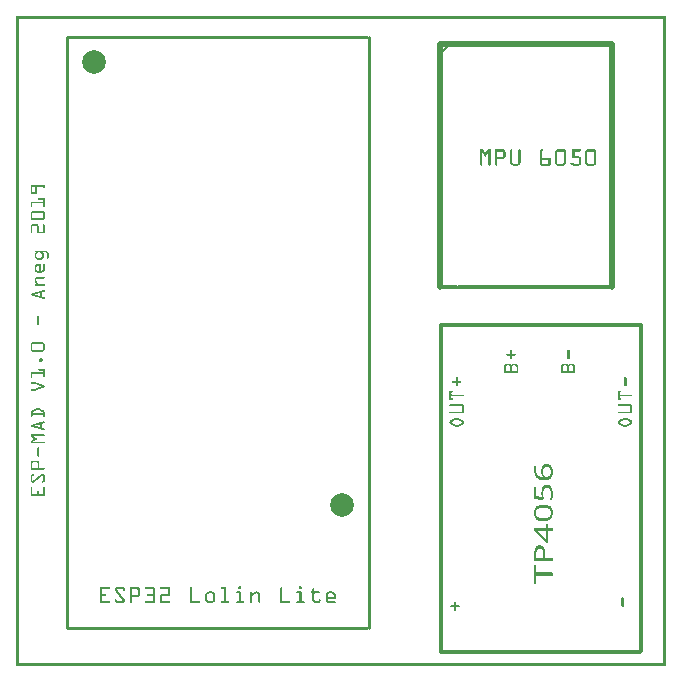
<source format=gto>
G04 MADE WITH FRITZING*
G04 WWW.FRITZING.ORG*
G04 DOUBLE SIDED*
G04 HOLES PLATED*
G04 CONTOUR ON CENTER OF CONTOUR VECTOR*
%ASAXBY*%
%FSLAX23Y23*%
%MOIN*%
%OFA0B0*%
%SFA1.0B1.0*%
%ADD10C,0.078740*%
%ADD11C,0.011334*%
%ADD12C,0.020011*%
%ADD13C,0.005768*%
%ADD14C,0.011923*%
%ADD15R,0.001000X0.001000*%
%LNSILK1*%
G90*
G70*
G54D10*
X258Y2014D03*
X1086Y537D03*
G54D11*
X170Y2098D02*
X1170Y2098D01*
D02*
X170Y2096D02*
X170Y127D01*
D02*
X1174Y2096D02*
X1174Y127D01*
D02*
X170Y127D02*
X1170Y127D01*
G54D12*
D02*
X1413Y2073D02*
X1413Y1263D01*
D02*
X1986Y1263D02*
X1986Y2073D01*
D02*
X1986Y2073D02*
X1413Y2073D01*
G54D13*
D02*
X1413Y2039D02*
X1446Y2073D01*
G54D14*
D02*
X1423Y48D02*
X2080Y48D01*
D02*
X2083Y50D02*
X2083Y1138D01*
D02*
X2080Y1138D02*
X1423Y1138D01*
D02*
X1417Y1137D02*
X1417Y48D01*
G54D15*
X0Y2165D02*
X2164Y2165D01*
X0Y2164D02*
X2164Y2164D01*
X0Y2163D02*
X2164Y2163D01*
X0Y2162D02*
X2164Y2162D01*
X0Y2161D02*
X2164Y2161D01*
X0Y2160D02*
X2164Y2160D01*
X0Y2159D02*
X2164Y2159D01*
X0Y2158D02*
X2164Y2158D01*
X0Y2157D02*
X7Y2157D01*
X2157Y2157D02*
X2164Y2157D01*
X0Y2156D02*
X7Y2156D01*
X2157Y2156D02*
X2164Y2156D01*
X0Y2155D02*
X7Y2155D01*
X2157Y2155D02*
X2164Y2155D01*
X0Y2154D02*
X7Y2154D01*
X2157Y2154D02*
X2164Y2154D01*
X0Y2153D02*
X7Y2153D01*
X2157Y2153D02*
X2164Y2153D01*
X0Y2152D02*
X7Y2152D01*
X2157Y2152D02*
X2164Y2152D01*
X0Y2151D02*
X7Y2151D01*
X2157Y2151D02*
X2164Y2151D01*
X0Y2150D02*
X7Y2150D01*
X2157Y2150D02*
X2164Y2150D01*
X0Y2149D02*
X7Y2149D01*
X2157Y2149D02*
X2164Y2149D01*
X0Y2148D02*
X7Y2148D01*
X2157Y2148D02*
X2164Y2148D01*
X0Y2147D02*
X7Y2147D01*
X2157Y2147D02*
X2164Y2147D01*
X0Y2146D02*
X7Y2146D01*
X2157Y2146D02*
X2164Y2146D01*
X0Y2145D02*
X7Y2145D01*
X2157Y2145D02*
X2164Y2145D01*
X0Y2144D02*
X7Y2144D01*
X2157Y2144D02*
X2164Y2144D01*
X0Y2143D02*
X7Y2143D01*
X2157Y2143D02*
X2164Y2143D01*
X0Y2142D02*
X7Y2142D01*
X2157Y2142D02*
X2164Y2142D01*
X0Y2141D02*
X7Y2141D01*
X2157Y2141D02*
X2164Y2141D01*
X0Y2140D02*
X7Y2140D01*
X2157Y2140D02*
X2164Y2140D01*
X0Y2139D02*
X7Y2139D01*
X2157Y2139D02*
X2164Y2139D01*
X0Y2138D02*
X7Y2138D01*
X2157Y2138D02*
X2164Y2138D01*
X0Y2137D02*
X7Y2137D01*
X2157Y2137D02*
X2164Y2137D01*
X0Y2136D02*
X7Y2136D01*
X2157Y2136D02*
X2164Y2136D01*
X0Y2135D02*
X7Y2135D01*
X2157Y2135D02*
X2164Y2135D01*
X0Y2134D02*
X7Y2134D01*
X2157Y2134D02*
X2164Y2134D01*
X0Y2133D02*
X7Y2133D01*
X2157Y2133D02*
X2164Y2133D01*
X0Y2132D02*
X7Y2132D01*
X2157Y2132D02*
X2164Y2132D01*
X0Y2131D02*
X7Y2131D01*
X2157Y2131D02*
X2164Y2131D01*
X0Y2130D02*
X7Y2130D01*
X2157Y2130D02*
X2164Y2130D01*
X0Y2129D02*
X7Y2129D01*
X2157Y2129D02*
X2164Y2129D01*
X0Y2128D02*
X7Y2128D01*
X2157Y2128D02*
X2164Y2128D01*
X0Y2127D02*
X7Y2127D01*
X2157Y2127D02*
X2164Y2127D01*
X0Y2126D02*
X7Y2126D01*
X2157Y2126D02*
X2164Y2126D01*
X0Y2125D02*
X7Y2125D01*
X2157Y2125D02*
X2164Y2125D01*
X0Y2124D02*
X7Y2124D01*
X2157Y2124D02*
X2164Y2124D01*
X0Y2123D02*
X7Y2123D01*
X2157Y2123D02*
X2164Y2123D01*
X0Y2122D02*
X7Y2122D01*
X2157Y2122D02*
X2164Y2122D01*
X0Y2121D02*
X7Y2121D01*
X2157Y2121D02*
X2164Y2121D01*
X0Y2120D02*
X7Y2120D01*
X2157Y2120D02*
X2164Y2120D01*
X0Y2119D02*
X7Y2119D01*
X2157Y2119D02*
X2164Y2119D01*
X0Y2118D02*
X7Y2118D01*
X2157Y2118D02*
X2164Y2118D01*
X0Y2117D02*
X7Y2117D01*
X2157Y2117D02*
X2164Y2117D01*
X0Y2116D02*
X7Y2116D01*
X2157Y2116D02*
X2164Y2116D01*
X0Y2115D02*
X7Y2115D01*
X2157Y2115D02*
X2164Y2115D01*
X0Y2114D02*
X7Y2114D01*
X2157Y2114D02*
X2164Y2114D01*
X0Y2113D02*
X7Y2113D01*
X2157Y2113D02*
X2164Y2113D01*
X0Y2112D02*
X7Y2112D01*
X2157Y2112D02*
X2164Y2112D01*
X0Y2111D02*
X7Y2111D01*
X2157Y2111D02*
X2164Y2111D01*
X0Y2110D02*
X7Y2110D01*
X2157Y2110D02*
X2164Y2110D01*
X0Y2109D02*
X7Y2109D01*
X2157Y2109D02*
X2164Y2109D01*
X0Y2108D02*
X7Y2108D01*
X2157Y2108D02*
X2164Y2108D01*
X0Y2107D02*
X7Y2107D01*
X2157Y2107D02*
X2164Y2107D01*
X0Y2106D02*
X7Y2106D01*
X2157Y2106D02*
X2164Y2106D01*
X0Y2105D02*
X7Y2105D01*
X2157Y2105D02*
X2164Y2105D01*
X0Y2104D02*
X7Y2104D01*
X2157Y2104D02*
X2164Y2104D01*
X0Y2103D02*
X7Y2103D01*
X2157Y2103D02*
X2164Y2103D01*
X0Y2102D02*
X7Y2102D01*
X2157Y2102D02*
X2164Y2102D01*
X0Y2101D02*
X7Y2101D01*
X2157Y2101D02*
X2164Y2101D01*
X0Y2100D02*
X7Y2100D01*
X2157Y2100D02*
X2164Y2100D01*
X0Y2099D02*
X7Y2099D01*
X2157Y2099D02*
X2164Y2099D01*
X0Y2098D02*
X7Y2098D01*
X2157Y2098D02*
X2164Y2098D01*
X0Y2097D02*
X7Y2097D01*
X2157Y2097D02*
X2164Y2097D01*
X0Y2096D02*
X7Y2096D01*
X2157Y2096D02*
X2164Y2096D01*
X0Y2095D02*
X7Y2095D01*
X2157Y2095D02*
X2164Y2095D01*
X0Y2094D02*
X7Y2094D01*
X2157Y2094D02*
X2164Y2094D01*
X0Y2093D02*
X7Y2093D01*
X2157Y2093D02*
X2164Y2093D01*
X0Y2092D02*
X7Y2092D01*
X2157Y2092D02*
X2164Y2092D01*
X0Y2091D02*
X7Y2091D01*
X2157Y2091D02*
X2164Y2091D01*
X0Y2090D02*
X7Y2090D01*
X2157Y2090D02*
X2164Y2090D01*
X0Y2089D02*
X7Y2089D01*
X2157Y2089D02*
X2164Y2089D01*
X0Y2088D02*
X7Y2088D01*
X2157Y2088D02*
X2164Y2088D01*
X0Y2087D02*
X7Y2087D01*
X2157Y2087D02*
X2164Y2087D01*
X0Y2086D02*
X7Y2086D01*
X2157Y2086D02*
X2164Y2086D01*
X0Y2085D02*
X7Y2085D01*
X2157Y2085D02*
X2164Y2085D01*
X0Y2084D02*
X7Y2084D01*
X2157Y2084D02*
X2164Y2084D01*
X0Y2083D02*
X7Y2083D01*
X2157Y2083D02*
X2164Y2083D01*
X0Y2082D02*
X7Y2082D01*
X2157Y2082D02*
X2164Y2082D01*
X0Y2081D02*
X7Y2081D01*
X2157Y2081D02*
X2164Y2081D01*
X0Y2080D02*
X7Y2080D01*
X2157Y2080D02*
X2164Y2080D01*
X0Y2079D02*
X7Y2079D01*
X2157Y2079D02*
X2164Y2079D01*
X0Y2078D02*
X7Y2078D01*
X2157Y2078D02*
X2164Y2078D01*
X0Y2077D02*
X7Y2077D01*
X2157Y2077D02*
X2164Y2077D01*
X0Y2076D02*
X7Y2076D01*
X2157Y2076D02*
X2164Y2076D01*
X0Y2075D02*
X7Y2075D01*
X2157Y2075D02*
X2164Y2075D01*
X0Y2074D02*
X7Y2074D01*
X2157Y2074D02*
X2164Y2074D01*
X0Y2073D02*
X7Y2073D01*
X2157Y2073D02*
X2164Y2073D01*
X0Y2072D02*
X7Y2072D01*
X2157Y2072D02*
X2164Y2072D01*
X0Y2071D02*
X7Y2071D01*
X2157Y2071D02*
X2164Y2071D01*
X0Y2070D02*
X7Y2070D01*
X2157Y2070D02*
X2164Y2070D01*
X0Y2069D02*
X7Y2069D01*
X2157Y2069D02*
X2164Y2069D01*
X0Y2068D02*
X7Y2068D01*
X2157Y2068D02*
X2164Y2068D01*
X0Y2067D02*
X7Y2067D01*
X2157Y2067D02*
X2164Y2067D01*
X0Y2066D02*
X7Y2066D01*
X2157Y2066D02*
X2164Y2066D01*
X0Y2065D02*
X7Y2065D01*
X2157Y2065D02*
X2164Y2065D01*
X0Y2064D02*
X7Y2064D01*
X2157Y2064D02*
X2164Y2064D01*
X0Y2063D02*
X7Y2063D01*
X2157Y2063D02*
X2164Y2063D01*
X0Y2062D02*
X7Y2062D01*
X2157Y2062D02*
X2164Y2062D01*
X0Y2061D02*
X7Y2061D01*
X2157Y2061D02*
X2164Y2061D01*
X0Y2060D02*
X7Y2060D01*
X2157Y2060D02*
X2164Y2060D01*
X0Y2059D02*
X7Y2059D01*
X2157Y2059D02*
X2164Y2059D01*
X0Y2058D02*
X7Y2058D01*
X2157Y2058D02*
X2164Y2058D01*
X0Y2057D02*
X7Y2057D01*
X2157Y2057D02*
X2164Y2057D01*
X0Y2056D02*
X7Y2056D01*
X2157Y2056D02*
X2164Y2056D01*
X0Y2055D02*
X7Y2055D01*
X2157Y2055D02*
X2164Y2055D01*
X0Y2054D02*
X7Y2054D01*
X2157Y2054D02*
X2164Y2054D01*
X0Y2053D02*
X7Y2053D01*
X2157Y2053D02*
X2164Y2053D01*
X0Y2052D02*
X7Y2052D01*
X2157Y2052D02*
X2164Y2052D01*
X0Y2051D02*
X7Y2051D01*
X2157Y2051D02*
X2164Y2051D01*
X0Y2050D02*
X7Y2050D01*
X2157Y2050D02*
X2164Y2050D01*
X0Y2049D02*
X7Y2049D01*
X2157Y2049D02*
X2164Y2049D01*
X0Y2048D02*
X7Y2048D01*
X2157Y2048D02*
X2164Y2048D01*
X0Y2047D02*
X7Y2047D01*
X2157Y2047D02*
X2164Y2047D01*
X0Y2046D02*
X7Y2046D01*
X2157Y2046D02*
X2164Y2046D01*
X0Y2045D02*
X7Y2045D01*
X2157Y2045D02*
X2164Y2045D01*
X0Y2044D02*
X7Y2044D01*
X2157Y2044D02*
X2164Y2044D01*
X0Y2043D02*
X7Y2043D01*
X2157Y2043D02*
X2164Y2043D01*
X0Y2042D02*
X7Y2042D01*
X2157Y2042D02*
X2164Y2042D01*
X0Y2041D02*
X7Y2041D01*
X2157Y2041D02*
X2164Y2041D01*
X0Y2040D02*
X7Y2040D01*
X2157Y2040D02*
X2164Y2040D01*
X0Y2039D02*
X7Y2039D01*
X2157Y2039D02*
X2164Y2039D01*
X0Y2038D02*
X7Y2038D01*
X2157Y2038D02*
X2164Y2038D01*
X0Y2037D02*
X7Y2037D01*
X2157Y2037D02*
X2164Y2037D01*
X0Y2036D02*
X7Y2036D01*
X2157Y2036D02*
X2164Y2036D01*
X0Y2035D02*
X7Y2035D01*
X2157Y2035D02*
X2164Y2035D01*
X0Y2034D02*
X7Y2034D01*
X2157Y2034D02*
X2164Y2034D01*
X0Y2033D02*
X7Y2033D01*
X2157Y2033D02*
X2164Y2033D01*
X0Y2032D02*
X7Y2032D01*
X2157Y2032D02*
X2164Y2032D01*
X0Y2031D02*
X7Y2031D01*
X2157Y2031D02*
X2164Y2031D01*
X0Y2030D02*
X7Y2030D01*
X2157Y2030D02*
X2164Y2030D01*
X0Y2029D02*
X7Y2029D01*
X2157Y2029D02*
X2164Y2029D01*
X0Y2028D02*
X7Y2028D01*
X2157Y2028D02*
X2164Y2028D01*
X0Y2027D02*
X7Y2027D01*
X2157Y2027D02*
X2164Y2027D01*
X0Y2026D02*
X7Y2026D01*
X2157Y2026D02*
X2164Y2026D01*
X0Y2025D02*
X7Y2025D01*
X2157Y2025D02*
X2164Y2025D01*
X0Y2024D02*
X7Y2024D01*
X2157Y2024D02*
X2164Y2024D01*
X0Y2023D02*
X7Y2023D01*
X2157Y2023D02*
X2164Y2023D01*
X0Y2022D02*
X7Y2022D01*
X2157Y2022D02*
X2164Y2022D01*
X0Y2021D02*
X7Y2021D01*
X2157Y2021D02*
X2164Y2021D01*
X0Y2020D02*
X7Y2020D01*
X2157Y2020D02*
X2164Y2020D01*
X0Y2019D02*
X7Y2019D01*
X2157Y2019D02*
X2164Y2019D01*
X0Y2018D02*
X7Y2018D01*
X2157Y2018D02*
X2164Y2018D01*
X0Y2017D02*
X7Y2017D01*
X2157Y2017D02*
X2164Y2017D01*
X0Y2016D02*
X7Y2016D01*
X2157Y2016D02*
X2164Y2016D01*
X0Y2015D02*
X7Y2015D01*
X2157Y2015D02*
X2164Y2015D01*
X0Y2014D02*
X7Y2014D01*
X2157Y2014D02*
X2164Y2014D01*
X0Y2013D02*
X7Y2013D01*
X2157Y2013D02*
X2164Y2013D01*
X0Y2012D02*
X7Y2012D01*
X2157Y2012D02*
X2164Y2012D01*
X0Y2011D02*
X7Y2011D01*
X2157Y2011D02*
X2164Y2011D01*
X0Y2010D02*
X7Y2010D01*
X2157Y2010D02*
X2164Y2010D01*
X0Y2009D02*
X7Y2009D01*
X2157Y2009D02*
X2164Y2009D01*
X0Y2008D02*
X7Y2008D01*
X2157Y2008D02*
X2164Y2008D01*
X0Y2007D02*
X7Y2007D01*
X2157Y2007D02*
X2164Y2007D01*
X0Y2006D02*
X7Y2006D01*
X2157Y2006D02*
X2164Y2006D01*
X0Y2005D02*
X7Y2005D01*
X2157Y2005D02*
X2164Y2005D01*
X0Y2004D02*
X7Y2004D01*
X2157Y2004D02*
X2164Y2004D01*
X0Y2003D02*
X7Y2003D01*
X2157Y2003D02*
X2164Y2003D01*
X0Y2002D02*
X7Y2002D01*
X2157Y2002D02*
X2164Y2002D01*
X0Y2001D02*
X7Y2001D01*
X2157Y2001D02*
X2164Y2001D01*
X0Y2000D02*
X7Y2000D01*
X2157Y2000D02*
X2164Y2000D01*
X0Y1999D02*
X7Y1999D01*
X2157Y1999D02*
X2164Y1999D01*
X0Y1998D02*
X7Y1998D01*
X2157Y1998D02*
X2164Y1998D01*
X0Y1997D02*
X7Y1997D01*
X2157Y1997D02*
X2164Y1997D01*
X0Y1996D02*
X7Y1996D01*
X2157Y1996D02*
X2164Y1996D01*
X0Y1995D02*
X7Y1995D01*
X2157Y1995D02*
X2164Y1995D01*
X0Y1994D02*
X7Y1994D01*
X2157Y1994D02*
X2164Y1994D01*
X0Y1993D02*
X7Y1993D01*
X2157Y1993D02*
X2164Y1993D01*
X0Y1992D02*
X7Y1992D01*
X2157Y1992D02*
X2164Y1992D01*
X0Y1991D02*
X7Y1991D01*
X2157Y1991D02*
X2164Y1991D01*
X0Y1990D02*
X7Y1990D01*
X2157Y1990D02*
X2164Y1990D01*
X0Y1989D02*
X7Y1989D01*
X2157Y1989D02*
X2164Y1989D01*
X0Y1988D02*
X7Y1988D01*
X2157Y1988D02*
X2164Y1988D01*
X0Y1987D02*
X7Y1987D01*
X2157Y1987D02*
X2164Y1987D01*
X0Y1986D02*
X7Y1986D01*
X2157Y1986D02*
X2164Y1986D01*
X0Y1985D02*
X7Y1985D01*
X2157Y1985D02*
X2164Y1985D01*
X0Y1984D02*
X7Y1984D01*
X2157Y1984D02*
X2164Y1984D01*
X0Y1983D02*
X7Y1983D01*
X2157Y1983D02*
X2164Y1983D01*
X0Y1982D02*
X7Y1982D01*
X2157Y1982D02*
X2164Y1982D01*
X0Y1981D02*
X7Y1981D01*
X2157Y1981D02*
X2164Y1981D01*
X0Y1980D02*
X7Y1980D01*
X2157Y1980D02*
X2164Y1980D01*
X0Y1979D02*
X7Y1979D01*
X2157Y1979D02*
X2164Y1979D01*
X0Y1978D02*
X7Y1978D01*
X2157Y1978D02*
X2164Y1978D01*
X0Y1977D02*
X7Y1977D01*
X2157Y1977D02*
X2164Y1977D01*
X0Y1976D02*
X7Y1976D01*
X2157Y1976D02*
X2164Y1976D01*
X0Y1975D02*
X7Y1975D01*
X2157Y1975D02*
X2164Y1975D01*
X0Y1974D02*
X7Y1974D01*
X2157Y1974D02*
X2164Y1974D01*
X0Y1973D02*
X7Y1973D01*
X2157Y1973D02*
X2164Y1973D01*
X0Y1972D02*
X7Y1972D01*
X2157Y1972D02*
X2164Y1972D01*
X0Y1971D02*
X7Y1971D01*
X2157Y1971D02*
X2164Y1971D01*
X0Y1970D02*
X7Y1970D01*
X2157Y1970D02*
X2164Y1970D01*
X0Y1969D02*
X7Y1969D01*
X2157Y1969D02*
X2164Y1969D01*
X0Y1968D02*
X7Y1968D01*
X2157Y1968D02*
X2164Y1968D01*
X0Y1967D02*
X7Y1967D01*
X2157Y1967D02*
X2164Y1967D01*
X0Y1966D02*
X7Y1966D01*
X2157Y1966D02*
X2164Y1966D01*
X0Y1965D02*
X7Y1965D01*
X2157Y1965D02*
X2164Y1965D01*
X0Y1964D02*
X7Y1964D01*
X2157Y1964D02*
X2164Y1964D01*
X0Y1963D02*
X7Y1963D01*
X2157Y1963D02*
X2164Y1963D01*
X0Y1962D02*
X7Y1962D01*
X2157Y1962D02*
X2164Y1962D01*
X0Y1961D02*
X7Y1961D01*
X2157Y1961D02*
X2164Y1961D01*
X0Y1960D02*
X7Y1960D01*
X2157Y1960D02*
X2164Y1960D01*
X0Y1959D02*
X7Y1959D01*
X2157Y1959D02*
X2164Y1959D01*
X0Y1958D02*
X7Y1958D01*
X2157Y1958D02*
X2164Y1958D01*
X0Y1957D02*
X7Y1957D01*
X2157Y1957D02*
X2164Y1957D01*
X0Y1956D02*
X7Y1956D01*
X2157Y1956D02*
X2164Y1956D01*
X0Y1955D02*
X7Y1955D01*
X2157Y1955D02*
X2164Y1955D01*
X0Y1954D02*
X7Y1954D01*
X2157Y1954D02*
X2164Y1954D01*
X0Y1953D02*
X7Y1953D01*
X2157Y1953D02*
X2164Y1953D01*
X0Y1952D02*
X7Y1952D01*
X2157Y1952D02*
X2164Y1952D01*
X0Y1951D02*
X7Y1951D01*
X2157Y1951D02*
X2164Y1951D01*
X0Y1950D02*
X7Y1950D01*
X2157Y1950D02*
X2164Y1950D01*
X0Y1949D02*
X7Y1949D01*
X2157Y1949D02*
X2164Y1949D01*
X0Y1948D02*
X7Y1948D01*
X2157Y1948D02*
X2164Y1948D01*
X0Y1947D02*
X7Y1947D01*
X2157Y1947D02*
X2164Y1947D01*
X0Y1946D02*
X7Y1946D01*
X2157Y1946D02*
X2164Y1946D01*
X0Y1945D02*
X7Y1945D01*
X2157Y1945D02*
X2164Y1945D01*
X0Y1944D02*
X7Y1944D01*
X2157Y1944D02*
X2164Y1944D01*
X0Y1943D02*
X7Y1943D01*
X2157Y1943D02*
X2164Y1943D01*
X0Y1942D02*
X7Y1942D01*
X2157Y1942D02*
X2164Y1942D01*
X0Y1941D02*
X7Y1941D01*
X2157Y1941D02*
X2164Y1941D01*
X0Y1940D02*
X7Y1940D01*
X2157Y1940D02*
X2164Y1940D01*
X0Y1939D02*
X7Y1939D01*
X2157Y1939D02*
X2164Y1939D01*
X0Y1938D02*
X7Y1938D01*
X2157Y1938D02*
X2164Y1938D01*
X0Y1937D02*
X7Y1937D01*
X2157Y1937D02*
X2164Y1937D01*
X0Y1936D02*
X7Y1936D01*
X2157Y1936D02*
X2164Y1936D01*
X0Y1935D02*
X7Y1935D01*
X2157Y1935D02*
X2164Y1935D01*
X0Y1934D02*
X7Y1934D01*
X2157Y1934D02*
X2164Y1934D01*
X0Y1933D02*
X7Y1933D01*
X2157Y1933D02*
X2164Y1933D01*
X0Y1932D02*
X7Y1932D01*
X2157Y1932D02*
X2164Y1932D01*
X0Y1931D02*
X7Y1931D01*
X2157Y1931D02*
X2164Y1931D01*
X0Y1930D02*
X7Y1930D01*
X2157Y1930D02*
X2164Y1930D01*
X0Y1929D02*
X7Y1929D01*
X2157Y1929D02*
X2164Y1929D01*
X0Y1928D02*
X7Y1928D01*
X2157Y1928D02*
X2164Y1928D01*
X0Y1927D02*
X7Y1927D01*
X2157Y1927D02*
X2164Y1927D01*
X0Y1926D02*
X7Y1926D01*
X2157Y1926D02*
X2164Y1926D01*
X0Y1925D02*
X7Y1925D01*
X2157Y1925D02*
X2164Y1925D01*
X0Y1924D02*
X7Y1924D01*
X2157Y1924D02*
X2164Y1924D01*
X0Y1923D02*
X7Y1923D01*
X2157Y1923D02*
X2164Y1923D01*
X0Y1922D02*
X7Y1922D01*
X2157Y1922D02*
X2164Y1922D01*
X0Y1921D02*
X7Y1921D01*
X2157Y1921D02*
X2164Y1921D01*
X0Y1920D02*
X7Y1920D01*
X2157Y1920D02*
X2164Y1920D01*
X0Y1919D02*
X7Y1919D01*
X2157Y1919D02*
X2164Y1919D01*
X0Y1918D02*
X7Y1918D01*
X2157Y1918D02*
X2164Y1918D01*
X0Y1917D02*
X7Y1917D01*
X2157Y1917D02*
X2164Y1917D01*
X0Y1916D02*
X7Y1916D01*
X2157Y1916D02*
X2164Y1916D01*
X0Y1915D02*
X7Y1915D01*
X2157Y1915D02*
X2164Y1915D01*
X0Y1914D02*
X7Y1914D01*
X2157Y1914D02*
X2164Y1914D01*
X0Y1913D02*
X7Y1913D01*
X2157Y1913D02*
X2164Y1913D01*
X0Y1912D02*
X7Y1912D01*
X2157Y1912D02*
X2164Y1912D01*
X0Y1911D02*
X7Y1911D01*
X2157Y1911D02*
X2164Y1911D01*
X0Y1910D02*
X7Y1910D01*
X2157Y1910D02*
X2164Y1910D01*
X0Y1909D02*
X7Y1909D01*
X2157Y1909D02*
X2164Y1909D01*
X0Y1908D02*
X7Y1908D01*
X2157Y1908D02*
X2164Y1908D01*
X0Y1907D02*
X7Y1907D01*
X2157Y1907D02*
X2164Y1907D01*
X0Y1906D02*
X7Y1906D01*
X2157Y1906D02*
X2164Y1906D01*
X0Y1905D02*
X7Y1905D01*
X2157Y1905D02*
X2164Y1905D01*
X0Y1904D02*
X7Y1904D01*
X2157Y1904D02*
X2164Y1904D01*
X0Y1903D02*
X7Y1903D01*
X2157Y1903D02*
X2164Y1903D01*
X0Y1902D02*
X7Y1902D01*
X2157Y1902D02*
X2164Y1902D01*
X0Y1901D02*
X7Y1901D01*
X2157Y1901D02*
X2164Y1901D01*
X0Y1900D02*
X7Y1900D01*
X2157Y1900D02*
X2164Y1900D01*
X0Y1899D02*
X7Y1899D01*
X2157Y1899D02*
X2164Y1899D01*
X0Y1898D02*
X7Y1898D01*
X2157Y1898D02*
X2164Y1898D01*
X0Y1897D02*
X7Y1897D01*
X2157Y1897D02*
X2164Y1897D01*
X0Y1896D02*
X7Y1896D01*
X2157Y1896D02*
X2164Y1896D01*
X0Y1895D02*
X7Y1895D01*
X2157Y1895D02*
X2164Y1895D01*
X0Y1894D02*
X7Y1894D01*
X2157Y1894D02*
X2164Y1894D01*
X0Y1893D02*
X7Y1893D01*
X2157Y1893D02*
X2164Y1893D01*
X0Y1892D02*
X7Y1892D01*
X2157Y1892D02*
X2164Y1892D01*
X0Y1891D02*
X7Y1891D01*
X2157Y1891D02*
X2164Y1891D01*
X0Y1890D02*
X7Y1890D01*
X2157Y1890D02*
X2164Y1890D01*
X0Y1889D02*
X7Y1889D01*
X2157Y1889D02*
X2164Y1889D01*
X0Y1888D02*
X7Y1888D01*
X2157Y1888D02*
X2164Y1888D01*
X0Y1887D02*
X7Y1887D01*
X2157Y1887D02*
X2164Y1887D01*
X0Y1886D02*
X7Y1886D01*
X2157Y1886D02*
X2164Y1886D01*
X0Y1885D02*
X7Y1885D01*
X2157Y1885D02*
X2164Y1885D01*
X0Y1884D02*
X7Y1884D01*
X2157Y1884D02*
X2164Y1884D01*
X0Y1883D02*
X7Y1883D01*
X2157Y1883D02*
X2164Y1883D01*
X0Y1882D02*
X7Y1882D01*
X2157Y1882D02*
X2164Y1882D01*
X0Y1881D02*
X7Y1881D01*
X2157Y1881D02*
X2164Y1881D01*
X0Y1880D02*
X7Y1880D01*
X2157Y1880D02*
X2164Y1880D01*
X0Y1879D02*
X7Y1879D01*
X2157Y1879D02*
X2164Y1879D01*
X0Y1878D02*
X7Y1878D01*
X2157Y1878D02*
X2164Y1878D01*
X0Y1877D02*
X7Y1877D01*
X2157Y1877D02*
X2164Y1877D01*
X0Y1876D02*
X7Y1876D01*
X2157Y1876D02*
X2164Y1876D01*
X0Y1875D02*
X7Y1875D01*
X2157Y1875D02*
X2164Y1875D01*
X0Y1874D02*
X7Y1874D01*
X2157Y1874D02*
X2164Y1874D01*
X0Y1873D02*
X7Y1873D01*
X2157Y1873D02*
X2164Y1873D01*
X0Y1872D02*
X7Y1872D01*
X2157Y1872D02*
X2164Y1872D01*
X0Y1871D02*
X7Y1871D01*
X2157Y1871D02*
X2164Y1871D01*
X0Y1870D02*
X7Y1870D01*
X2157Y1870D02*
X2164Y1870D01*
X0Y1869D02*
X7Y1869D01*
X2157Y1869D02*
X2164Y1869D01*
X0Y1868D02*
X7Y1868D01*
X2157Y1868D02*
X2164Y1868D01*
X0Y1867D02*
X7Y1867D01*
X2157Y1867D02*
X2164Y1867D01*
X0Y1866D02*
X7Y1866D01*
X2157Y1866D02*
X2164Y1866D01*
X0Y1865D02*
X7Y1865D01*
X2157Y1865D02*
X2164Y1865D01*
X0Y1864D02*
X7Y1864D01*
X2157Y1864D02*
X2164Y1864D01*
X0Y1863D02*
X7Y1863D01*
X2157Y1863D02*
X2164Y1863D01*
X0Y1862D02*
X7Y1862D01*
X2157Y1862D02*
X2164Y1862D01*
X0Y1861D02*
X7Y1861D01*
X2157Y1861D02*
X2164Y1861D01*
X0Y1860D02*
X7Y1860D01*
X2157Y1860D02*
X2164Y1860D01*
X0Y1859D02*
X7Y1859D01*
X2157Y1859D02*
X2164Y1859D01*
X0Y1858D02*
X7Y1858D01*
X2157Y1858D02*
X2164Y1858D01*
X0Y1857D02*
X7Y1857D01*
X2157Y1857D02*
X2164Y1857D01*
X0Y1856D02*
X7Y1856D01*
X2157Y1856D02*
X2164Y1856D01*
X0Y1855D02*
X7Y1855D01*
X2157Y1855D02*
X2164Y1855D01*
X0Y1854D02*
X7Y1854D01*
X2157Y1854D02*
X2164Y1854D01*
X0Y1853D02*
X7Y1853D01*
X2157Y1853D02*
X2164Y1853D01*
X0Y1852D02*
X7Y1852D01*
X2157Y1852D02*
X2164Y1852D01*
X0Y1851D02*
X7Y1851D01*
X2157Y1851D02*
X2164Y1851D01*
X0Y1850D02*
X7Y1850D01*
X2157Y1850D02*
X2164Y1850D01*
X0Y1849D02*
X7Y1849D01*
X2157Y1849D02*
X2164Y1849D01*
X0Y1848D02*
X7Y1848D01*
X2157Y1848D02*
X2164Y1848D01*
X0Y1847D02*
X7Y1847D01*
X2157Y1847D02*
X2164Y1847D01*
X0Y1846D02*
X7Y1846D01*
X2157Y1846D02*
X2164Y1846D01*
X0Y1845D02*
X7Y1845D01*
X2157Y1845D02*
X2164Y1845D01*
X0Y1844D02*
X7Y1844D01*
X2157Y1844D02*
X2164Y1844D01*
X0Y1843D02*
X7Y1843D01*
X2157Y1843D02*
X2164Y1843D01*
X0Y1842D02*
X7Y1842D01*
X2157Y1842D02*
X2164Y1842D01*
X0Y1841D02*
X7Y1841D01*
X2157Y1841D02*
X2164Y1841D01*
X0Y1840D02*
X7Y1840D01*
X2157Y1840D02*
X2164Y1840D01*
X0Y1839D02*
X7Y1839D01*
X2157Y1839D02*
X2164Y1839D01*
X0Y1838D02*
X7Y1838D01*
X2157Y1838D02*
X2164Y1838D01*
X0Y1837D02*
X7Y1837D01*
X2157Y1837D02*
X2164Y1837D01*
X0Y1836D02*
X7Y1836D01*
X2157Y1836D02*
X2164Y1836D01*
X0Y1835D02*
X7Y1835D01*
X2157Y1835D02*
X2164Y1835D01*
X0Y1834D02*
X7Y1834D01*
X2157Y1834D02*
X2164Y1834D01*
X0Y1833D02*
X7Y1833D01*
X2157Y1833D02*
X2164Y1833D01*
X0Y1832D02*
X7Y1832D01*
X2157Y1832D02*
X2164Y1832D01*
X0Y1831D02*
X7Y1831D01*
X2157Y1831D02*
X2164Y1831D01*
X0Y1830D02*
X7Y1830D01*
X2157Y1830D02*
X2164Y1830D01*
X0Y1829D02*
X7Y1829D01*
X2157Y1829D02*
X2164Y1829D01*
X0Y1828D02*
X7Y1828D01*
X2157Y1828D02*
X2164Y1828D01*
X0Y1827D02*
X7Y1827D01*
X2157Y1827D02*
X2164Y1827D01*
X0Y1826D02*
X7Y1826D01*
X2157Y1826D02*
X2164Y1826D01*
X0Y1825D02*
X7Y1825D01*
X2157Y1825D02*
X2164Y1825D01*
X0Y1824D02*
X7Y1824D01*
X2157Y1824D02*
X2164Y1824D01*
X0Y1823D02*
X7Y1823D01*
X2157Y1823D02*
X2164Y1823D01*
X0Y1822D02*
X7Y1822D01*
X2157Y1822D02*
X2164Y1822D01*
X0Y1821D02*
X7Y1821D01*
X2157Y1821D02*
X2164Y1821D01*
X0Y1820D02*
X7Y1820D01*
X2157Y1820D02*
X2164Y1820D01*
X0Y1819D02*
X7Y1819D01*
X2157Y1819D02*
X2164Y1819D01*
X0Y1818D02*
X7Y1818D01*
X2157Y1818D02*
X2164Y1818D01*
X0Y1817D02*
X7Y1817D01*
X2157Y1817D02*
X2164Y1817D01*
X0Y1816D02*
X7Y1816D01*
X2157Y1816D02*
X2164Y1816D01*
X0Y1815D02*
X7Y1815D01*
X2157Y1815D02*
X2164Y1815D01*
X0Y1814D02*
X7Y1814D01*
X2157Y1814D02*
X2164Y1814D01*
X0Y1813D02*
X7Y1813D01*
X2157Y1813D02*
X2164Y1813D01*
X0Y1812D02*
X7Y1812D01*
X2157Y1812D02*
X2164Y1812D01*
X0Y1811D02*
X7Y1811D01*
X2157Y1811D02*
X2164Y1811D01*
X0Y1810D02*
X7Y1810D01*
X2157Y1810D02*
X2164Y1810D01*
X0Y1809D02*
X7Y1809D01*
X2157Y1809D02*
X2164Y1809D01*
X0Y1808D02*
X7Y1808D01*
X2157Y1808D02*
X2164Y1808D01*
X0Y1807D02*
X7Y1807D01*
X2157Y1807D02*
X2164Y1807D01*
X0Y1806D02*
X7Y1806D01*
X2157Y1806D02*
X2164Y1806D01*
X0Y1805D02*
X7Y1805D01*
X2157Y1805D02*
X2164Y1805D01*
X0Y1804D02*
X7Y1804D01*
X2157Y1804D02*
X2164Y1804D01*
X0Y1803D02*
X7Y1803D01*
X2157Y1803D02*
X2164Y1803D01*
X0Y1802D02*
X7Y1802D01*
X2157Y1802D02*
X2164Y1802D01*
X0Y1801D02*
X7Y1801D01*
X2157Y1801D02*
X2164Y1801D01*
X0Y1800D02*
X7Y1800D01*
X2157Y1800D02*
X2164Y1800D01*
X0Y1799D02*
X7Y1799D01*
X2157Y1799D02*
X2164Y1799D01*
X0Y1798D02*
X7Y1798D01*
X2157Y1798D02*
X2164Y1798D01*
X0Y1797D02*
X7Y1797D01*
X2157Y1797D02*
X2164Y1797D01*
X0Y1796D02*
X7Y1796D01*
X2157Y1796D02*
X2164Y1796D01*
X0Y1795D02*
X7Y1795D01*
X2157Y1795D02*
X2164Y1795D01*
X0Y1794D02*
X7Y1794D01*
X2157Y1794D02*
X2164Y1794D01*
X0Y1793D02*
X7Y1793D01*
X2157Y1793D02*
X2164Y1793D01*
X0Y1792D02*
X7Y1792D01*
X2157Y1792D02*
X2164Y1792D01*
X0Y1791D02*
X7Y1791D01*
X2157Y1791D02*
X2164Y1791D01*
X0Y1790D02*
X7Y1790D01*
X2157Y1790D02*
X2164Y1790D01*
X0Y1789D02*
X7Y1789D01*
X2157Y1789D02*
X2164Y1789D01*
X0Y1788D02*
X7Y1788D01*
X2157Y1788D02*
X2164Y1788D01*
X0Y1787D02*
X7Y1787D01*
X2157Y1787D02*
X2164Y1787D01*
X0Y1786D02*
X7Y1786D01*
X2157Y1786D02*
X2164Y1786D01*
X0Y1785D02*
X7Y1785D01*
X2157Y1785D02*
X2164Y1785D01*
X0Y1784D02*
X7Y1784D01*
X2157Y1784D02*
X2164Y1784D01*
X0Y1783D02*
X7Y1783D01*
X2157Y1783D02*
X2164Y1783D01*
X0Y1782D02*
X7Y1782D01*
X2157Y1782D02*
X2164Y1782D01*
X0Y1781D02*
X7Y1781D01*
X2157Y1781D02*
X2164Y1781D01*
X0Y1780D02*
X7Y1780D01*
X2157Y1780D02*
X2164Y1780D01*
X0Y1779D02*
X7Y1779D01*
X2157Y1779D02*
X2164Y1779D01*
X0Y1778D02*
X7Y1778D01*
X2157Y1778D02*
X2164Y1778D01*
X0Y1777D02*
X7Y1777D01*
X2157Y1777D02*
X2164Y1777D01*
X0Y1776D02*
X7Y1776D01*
X2157Y1776D02*
X2164Y1776D01*
X0Y1775D02*
X7Y1775D01*
X2157Y1775D02*
X2164Y1775D01*
X0Y1774D02*
X7Y1774D01*
X2157Y1774D02*
X2164Y1774D01*
X0Y1773D02*
X7Y1773D01*
X2157Y1773D02*
X2164Y1773D01*
X0Y1772D02*
X7Y1772D01*
X2157Y1772D02*
X2164Y1772D01*
X0Y1771D02*
X7Y1771D01*
X2157Y1771D02*
X2164Y1771D01*
X0Y1770D02*
X7Y1770D01*
X2157Y1770D02*
X2164Y1770D01*
X0Y1769D02*
X7Y1769D01*
X2157Y1769D02*
X2164Y1769D01*
X0Y1768D02*
X7Y1768D01*
X2157Y1768D02*
X2164Y1768D01*
X0Y1767D02*
X7Y1767D01*
X2157Y1767D02*
X2164Y1767D01*
X0Y1766D02*
X7Y1766D01*
X2157Y1766D02*
X2164Y1766D01*
X0Y1765D02*
X7Y1765D01*
X2157Y1765D02*
X2164Y1765D01*
X0Y1764D02*
X7Y1764D01*
X2157Y1764D02*
X2164Y1764D01*
X0Y1763D02*
X7Y1763D01*
X2157Y1763D02*
X2164Y1763D01*
X0Y1762D02*
X7Y1762D01*
X2157Y1762D02*
X2164Y1762D01*
X0Y1761D02*
X7Y1761D01*
X2157Y1761D02*
X2164Y1761D01*
X0Y1760D02*
X7Y1760D01*
X2157Y1760D02*
X2164Y1760D01*
X0Y1759D02*
X7Y1759D01*
X2157Y1759D02*
X2164Y1759D01*
X0Y1758D02*
X7Y1758D01*
X2157Y1758D02*
X2164Y1758D01*
X0Y1757D02*
X7Y1757D01*
X2157Y1757D02*
X2164Y1757D01*
X0Y1756D02*
X7Y1756D01*
X2157Y1756D02*
X2164Y1756D01*
X0Y1755D02*
X7Y1755D01*
X2157Y1755D02*
X2164Y1755D01*
X0Y1754D02*
X7Y1754D01*
X2157Y1754D02*
X2164Y1754D01*
X0Y1753D02*
X7Y1753D01*
X2157Y1753D02*
X2164Y1753D01*
X0Y1752D02*
X7Y1752D01*
X2157Y1752D02*
X2164Y1752D01*
X0Y1751D02*
X7Y1751D01*
X2157Y1751D02*
X2164Y1751D01*
X0Y1750D02*
X7Y1750D01*
X2157Y1750D02*
X2164Y1750D01*
X0Y1749D02*
X7Y1749D01*
X2157Y1749D02*
X2164Y1749D01*
X0Y1748D02*
X7Y1748D01*
X2157Y1748D02*
X2164Y1748D01*
X0Y1747D02*
X7Y1747D01*
X2157Y1747D02*
X2164Y1747D01*
X0Y1746D02*
X7Y1746D01*
X2157Y1746D02*
X2164Y1746D01*
X0Y1745D02*
X7Y1745D01*
X2157Y1745D02*
X2164Y1745D01*
X0Y1744D02*
X7Y1744D01*
X2157Y1744D02*
X2164Y1744D01*
X0Y1743D02*
X7Y1743D01*
X2157Y1743D02*
X2164Y1743D01*
X0Y1742D02*
X7Y1742D01*
X2157Y1742D02*
X2164Y1742D01*
X0Y1741D02*
X7Y1741D01*
X2157Y1741D02*
X2164Y1741D01*
X0Y1740D02*
X7Y1740D01*
X2157Y1740D02*
X2164Y1740D01*
X0Y1739D02*
X7Y1739D01*
X2157Y1739D02*
X2164Y1739D01*
X0Y1738D02*
X7Y1738D01*
X2157Y1738D02*
X2164Y1738D01*
X0Y1737D02*
X7Y1737D01*
X2157Y1737D02*
X2164Y1737D01*
X0Y1736D02*
X7Y1736D01*
X2157Y1736D02*
X2164Y1736D01*
X0Y1735D02*
X7Y1735D01*
X2157Y1735D02*
X2164Y1735D01*
X0Y1734D02*
X7Y1734D01*
X2157Y1734D02*
X2164Y1734D01*
X0Y1733D02*
X7Y1733D01*
X2157Y1733D02*
X2164Y1733D01*
X0Y1732D02*
X7Y1732D01*
X2157Y1732D02*
X2164Y1732D01*
X0Y1731D02*
X7Y1731D01*
X2157Y1731D02*
X2164Y1731D01*
X0Y1730D02*
X7Y1730D01*
X2157Y1730D02*
X2164Y1730D01*
X0Y1729D02*
X7Y1729D01*
X2157Y1729D02*
X2164Y1729D01*
X0Y1728D02*
X7Y1728D01*
X2157Y1728D02*
X2164Y1728D01*
X0Y1727D02*
X7Y1727D01*
X2157Y1727D02*
X2164Y1727D01*
X0Y1726D02*
X7Y1726D01*
X2157Y1726D02*
X2164Y1726D01*
X0Y1725D02*
X7Y1725D01*
X2157Y1725D02*
X2164Y1725D01*
X0Y1724D02*
X7Y1724D01*
X2157Y1724D02*
X2164Y1724D01*
X0Y1723D02*
X7Y1723D01*
X2157Y1723D02*
X2164Y1723D01*
X0Y1722D02*
X7Y1722D01*
X2157Y1722D02*
X2164Y1722D01*
X0Y1721D02*
X7Y1721D01*
X1546Y1721D02*
X1554Y1721D01*
X1571Y1721D02*
X1580Y1721D01*
X1596Y1721D02*
X1624Y1721D01*
X1648Y1721D02*
X1651Y1721D01*
X1675Y1721D02*
X1679Y1721D01*
X1748Y1721D02*
X1755Y1721D01*
X1801Y1721D02*
X1827Y1721D01*
X1854Y1721D02*
X1880Y1721D01*
X1901Y1721D02*
X1927Y1721D01*
X2157Y1721D02*
X2164Y1721D01*
X0Y1720D02*
X7Y1720D01*
X1546Y1720D02*
X1555Y1720D01*
X1570Y1720D02*
X1580Y1720D01*
X1596Y1720D02*
X1625Y1720D01*
X1647Y1720D02*
X1652Y1720D01*
X1674Y1720D02*
X1680Y1720D01*
X1747Y1720D02*
X1756Y1720D01*
X1799Y1720D02*
X1828Y1720D01*
X1854Y1720D02*
X1880Y1720D01*
X1900Y1720D02*
X1929Y1720D01*
X2157Y1720D02*
X2164Y1720D01*
X0Y1719D02*
X7Y1719D01*
X1546Y1719D02*
X1556Y1719D01*
X1570Y1719D02*
X1580Y1719D01*
X1596Y1719D02*
X1626Y1719D01*
X1647Y1719D02*
X1652Y1719D01*
X1674Y1719D02*
X1680Y1719D01*
X1747Y1719D02*
X1756Y1719D01*
X1798Y1719D02*
X1829Y1719D01*
X1854Y1719D02*
X1881Y1719D01*
X1899Y1719D02*
X1930Y1719D01*
X2157Y1719D02*
X2164Y1719D01*
X0Y1718D02*
X7Y1718D01*
X1546Y1718D02*
X1557Y1718D01*
X1569Y1718D02*
X1580Y1718D01*
X1596Y1718D02*
X1627Y1718D01*
X1646Y1718D02*
X1652Y1718D01*
X1674Y1718D02*
X1680Y1718D01*
X1747Y1718D02*
X1756Y1718D01*
X1798Y1718D02*
X1830Y1718D01*
X1854Y1718D02*
X1881Y1718D01*
X1898Y1718D02*
X1930Y1718D01*
X2157Y1718D02*
X2164Y1718D01*
X0Y1717D02*
X7Y1717D01*
X1546Y1717D02*
X1557Y1717D01*
X1568Y1717D02*
X1580Y1717D01*
X1596Y1717D02*
X1628Y1717D01*
X1646Y1717D02*
X1652Y1717D01*
X1674Y1717D02*
X1680Y1717D01*
X1747Y1717D02*
X1756Y1717D01*
X1797Y1717D02*
X1830Y1717D01*
X1854Y1717D02*
X1880Y1717D01*
X1898Y1717D02*
X1931Y1717D01*
X2157Y1717D02*
X2164Y1717D01*
X0Y1716D02*
X7Y1716D01*
X1546Y1716D02*
X1558Y1716D01*
X1568Y1716D02*
X1580Y1716D01*
X1596Y1716D02*
X1629Y1716D01*
X1646Y1716D02*
X1652Y1716D01*
X1674Y1716D02*
X1680Y1716D01*
X1747Y1716D02*
X1755Y1716D01*
X1797Y1716D02*
X1831Y1716D01*
X1854Y1716D02*
X1880Y1716D01*
X1898Y1716D02*
X1931Y1716D01*
X2157Y1716D02*
X2164Y1716D01*
X0Y1715D02*
X7Y1715D01*
X1546Y1715D02*
X1559Y1715D01*
X1567Y1715D02*
X1580Y1715D01*
X1596Y1715D02*
X1629Y1715D01*
X1646Y1715D02*
X1652Y1715D01*
X1674Y1715D02*
X1680Y1715D01*
X1747Y1715D02*
X1753Y1715D01*
X1797Y1715D02*
X1831Y1715D01*
X1854Y1715D02*
X1878Y1715D01*
X1897Y1715D02*
X1931Y1715D01*
X2157Y1715D02*
X2164Y1715D01*
X0Y1714D02*
X7Y1714D01*
X1546Y1714D02*
X1559Y1714D01*
X1566Y1714D02*
X1580Y1714D01*
X1596Y1714D02*
X1602Y1714D01*
X1622Y1714D02*
X1629Y1714D01*
X1646Y1714D02*
X1652Y1714D01*
X1674Y1714D02*
X1680Y1714D01*
X1747Y1714D02*
X1753Y1714D01*
X1797Y1714D02*
X1803Y1714D01*
X1825Y1714D02*
X1831Y1714D01*
X1854Y1714D02*
X1860Y1714D01*
X1897Y1714D02*
X1903Y1714D01*
X1925Y1714D02*
X1931Y1714D01*
X2157Y1714D02*
X2164Y1714D01*
X0Y1713D02*
X7Y1713D01*
X1546Y1713D02*
X1560Y1713D01*
X1566Y1713D02*
X1580Y1713D01*
X1596Y1713D02*
X1602Y1713D01*
X1623Y1713D02*
X1630Y1713D01*
X1646Y1713D02*
X1652Y1713D01*
X1674Y1713D02*
X1680Y1713D01*
X1747Y1713D02*
X1753Y1713D01*
X1797Y1713D02*
X1803Y1713D01*
X1825Y1713D02*
X1831Y1713D01*
X1854Y1713D02*
X1860Y1713D01*
X1897Y1713D02*
X1903Y1713D01*
X1925Y1713D02*
X1931Y1713D01*
X2157Y1713D02*
X2164Y1713D01*
X0Y1712D02*
X7Y1712D01*
X1546Y1712D02*
X1561Y1712D01*
X1565Y1712D02*
X1580Y1712D01*
X1596Y1712D02*
X1602Y1712D01*
X1624Y1712D02*
X1630Y1712D01*
X1646Y1712D02*
X1652Y1712D01*
X1674Y1712D02*
X1680Y1712D01*
X1747Y1712D02*
X1753Y1712D01*
X1797Y1712D02*
X1803Y1712D01*
X1825Y1712D02*
X1831Y1712D01*
X1854Y1712D02*
X1860Y1712D01*
X1897Y1712D02*
X1903Y1712D01*
X1925Y1712D02*
X1931Y1712D01*
X2157Y1712D02*
X2164Y1712D01*
X0Y1711D02*
X7Y1711D01*
X1546Y1711D02*
X1552Y1711D01*
X1554Y1711D02*
X1561Y1711D01*
X1564Y1711D02*
X1572Y1711D01*
X1574Y1711D02*
X1580Y1711D01*
X1596Y1711D02*
X1602Y1711D01*
X1624Y1711D02*
X1630Y1711D01*
X1646Y1711D02*
X1652Y1711D01*
X1674Y1711D02*
X1680Y1711D01*
X1747Y1711D02*
X1753Y1711D01*
X1797Y1711D02*
X1803Y1711D01*
X1825Y1711D02*
X1831Y1711D01*
X1854Y1711D02*
X1860Y1711D01*
X1897Y1711D02*
X1903Y1711D01*
X1925Y1711D02*
X1931Y1711D01*
X2157Y1711D02*
X2164Y1711D01*
X0Y1710D02*
X7Y1710D01*
X1546Y1710D02*
X1552Y1710D01*
X1555Y1710D02*
X1571Y1710D01*
X1574Y1710D02*
X1580Y1710D01*
X1596Y1710D02*
X1602Y1710D01*
X1624Y1710D02*
X1630Y1710D01*
X1646Y1710D02*
X1652Y1710D01*
X1674Y1710D02*
X1680Y1710D01*
X1747Y1710D02*
X1753Y1710D01*
X1797Y1710D02*
X1803Y1710D01*
X1825Y1710D02*
X1831Y1710D01*
X1854Y1710D02*
X1860Y1710D01*
X1897Y1710D02*
X1903Y1710D01*
X1925Y1710D02*
X1931Y1710D01*
X2157Y1710D02*
X2164Y1710D01*
X0Y1709D02*
X7Y1709D01*
X1546Y1709D02*
X1552Y1709D01*
X1555Y1709D02*
X1570Y1709D01*
X1574Y1709D02*
X1580Y1709D01*
X1596Y1709D02*
X1602Y1709D01*
X1624Y1709D02*
X1630Y1709D01*
X1646Y1709D02*
X1652Y1709D01*
X1674Y1709D02*
X1680Y1709D01*
X1747Y1709D02*
X1753Y1709D01*
X1797Y1709D02*
X1803Y1709D01*
X1825Y1709D02*
X1831Y1709D01*
X1854Y1709D02*
X1860Y1709D01*
X1897Y1709D02*
X1903Y1709D01*
X1925Y1709D02*
X1931Y1709D01*
X2157Y1709D02*
X2164Y1709D01*
X0Y1708D02*
X7Y1708D01*
X1546Y1708D02*
X1552Y1708D01*
X1556Y1708D02*
X1570Y1708D01*
X1574Y1708D02*
X1580Y1708D01*
X1596Y1708D02*
X1602Y1708D01*
X1624Y1708D02*
X1630Y1708D01*
X1646Y1708D02*
X1652Y1708D01*
X1674Y1708D02*
X1680Y1708D01*
X1747Y1708D02*
X1753Y1708D01*
X1797Y1708D02*
X1803Y1708D01*
X1825Y1708D02*
X1831Y1708D01*
X1854Y1708D02*
X1860Y1708D01*
X1897Y1708D02*
X1903Y1708D01*
X1925Y1708D02*
X1931Y1708D01*
X2157Y1708D02*
X2164Y1708D01*
X0Y1707D02*
X7Y1707D01*
X1546Y1707D02*
X1552Y1707D01*
X1557Y1707D02*
X1569Y1707D01*
X1574Y1707D02*
X1580Y1707D01*
X1596Y1707D02*
X1602Y1707D01*
X1624Y1707D02*
X1630Y1707D01*
X1646Y1707D02*
X1652Y1707D01*
X1674Y1707D02*
X1680Y1707D01*
X1747Y1707D02*
X1753Y1707D01*
X1797Y1707D02*
X1803Y1707D01*
X1825Y1707D02*
X1831Y1707D01*
X1854Y1707D02*
X1860Y1707D01*
X1897Y1707D02*
X1903Y1707D01*
X1925Y1707D02*
X1931Y1707D01*
X2157Y1707D02*
X2164Y1707D01*
X0Y1706D02*
X7Y1706D01*
X1546Y1706D02*
X1552Y1706D01*
X1557Y1706D02*
X1568Y1706D01*
X1574Y1706D02*
X1580Y1706D01*
X1596Y1706D02*
X1602Y1706D01*
X1624Y1706D02*
X1630Y1706D01*
X1646Y1706D02*
X1652Y1706D01*
X1674Y1706D02*
X1680Y1706D01*
X1747Y1706D02*
X1753Y1706D01*
X1797Y1706D02*
X1803Y1706D01*
X1825Y1706D02*
X1831Y1706D01*
X1854Y1706D02*
X1860Y1706D01*
X1897Y1706D02*
X1903Y1706D01*
X1925Y1706D02*
X1931Y1706D01*
X2157Y1706D02*
X2164Y1706D01*
X0Y1705D02*
X7Y1705D01*
X1546Y1705D02*
X1552Y1705D01*
X1558Y1705D02*
X1568Y1705D01*
X1574Y1705D02*
X1580Y1705D01*
X1596Y1705D02*
X1602Y1705D01*
X1624Y1705D02*
X1630Y1705D01*
X1646Y1705D02*
X1652Y1705D01*
X1674Y1705D02*
X1680Y1705D01*
X1747Y1705D02*
X1753Y1705D01*
X1797Y1705D02*
X1803Y1705D01*
X1825Y1705D02*
X1831Y1705D01*
X1854Y1705D02*
X1860Y1705D01*
X1897Y1705D02*
X1903Y1705D01*
X1925Y1705D02*
X1931Y1705D01*
X2157Y1705D02*
X2164Y1705D01*
X0Y1704D02*
X7Y1704D01*
X1546Y1704D02*
X1552Y1704D01*
X1559Y1704D02*
X1567Y1704D01*
X1574Y1704D02*
X1580Y1704D01*
X1596Y1704D02*
X1602Y1704D01*
X1624Y1704D02*
X1630Y1704D01*
X1646Y1704D02*
X1652Y1704D01*
X1674Y1704D02*
X1680Y1704D01*
X1747Y1704D02*
X1753Y1704D01*
X1797Y1704D02*
X1803Y1704D01*
X1825Y1704D02*
X1831Y1704D01*
X1854Y1704D02*
X1860Y1704D01*
X1897Y1704D02*
X1903Y1704D01*
X1925Y1704D02*
X1931Y1704D01*
X2157Y1704D02*
X2164Y1704D01*
X0Y1703D02*
X7Y1703D01*
X1546Y1703D02*
X1552Y1703D01*
X1559Y1703D02*
X1566Y1703D01*
X1574Y1703D02*
X1580Y1703D01*
X1596Y1703D02*
X1602Y1703D01*
X1624Y1703D02*
X1630Y1703D01*
X1646Y1703D02*
X1652Y1703D01*
X1674Y1703D02*
X1680Y1703D01*
X1747Y1703D02*
X1753Y1703D01*
X1797Y1703D02*
X1803Y1703D01*
X1825Y1703D02*
X1831Y1703D01*
X1854Y1703D02*
X1860Y1703D01*
X1897Y1703D02*
X1903Y1703D01*
X1925Y1703D02*
X1931Y1703D01*
X2157Y1703D02*
X2164Y1703D01*
X0Y1702D02*
X7Y1702D01*
X1546Y1702D02*
X1552Y1702D01*
X1560Y1702D02*
X1566Y1702D01*
X1574Y1702D02*
X1580Y1702D01*
X1596Y1702D02*
X1602Y1702D01*
X1624Y1702D02*
X1630Y1702D01*
X1646Y1702D02*
X1652Y1702D01*
X1674Y1702D02*
X1680Y1702D01*
X1747Y1702D02*
X1753Y1702D01*
X1797Y1702D02*
X1803Y1702D01*
X1825Y1702D02*
X1831Y1702D01*
X1854Y1702D02*
X1860Y1702D01*
X1897Y1702D02*
X1903Y1702D01*
X1925Y1702D02*
X1931Y1702D01*
X2157Y1702D02*
X2164Y1702D01*
X0Y1701D02*
X7Y1701D01*
X1546Y1701D02*
X1552Y1701D01*
X1560Y1701D02*
X1566Y1701D01*
X1574Y1701D02*
X1580Y1701D01*
X1596Y1701D02*
X1602Y1701D01*
X1624Y1701D02*
X1630Y1701D01*
X1646Y1701D02*
X1652Y1701D01*
X1674Y1701D02*
X1680Y1701D01*
X1747Y1701D02*
X1753Y1701D01*
X1797Y1701D02*
X1803Y1701D01*
X1825Y1701D02*
X1831Y1701D01*
X1854Y1701D02*
X1860Y1701D01*
X1897Y1701D02*
X1903Y1701D01*
X1925Y1701D02*
X1931Y1701D01*
X2157Y1701D02*
X2164Y1701D01*
X0Y1700D02*
X7Y1700D01*
X1546Y1700D02*
X1552Y1700D01*
X1560Y1700D02*
X1566Y1700D01*
X1574Y1700D02*
X1580Y1700D01*
X1596Y1700D02*
X1602Y1700D01*
X1624Y1700D02*
X1630Y1700D01*
X1646Y1700D02*
X1652Y1700D01*
X1674Y1700D02*
X1680Y1700D01*
X1747Y1700D02*
X1753Y1700D01*
X1797Y1700D02*
X1803Y1700D01*
X1825Y1700D02*
X1831Y1700D01*
X1854Y1700D02*
X1860Y1700D01*
X1897Y1700D02*
X1903Y1700D01*
X1925Y1700D02*
X1931Y1700D01*
X2157Y1700D02*
X2164Y1700D01*
X0Y1699D02*
X7Y1699D01*
X1546Y1699D02*
X1552Y1699D01*
X1560Y1699D02*
X1565Y1699D01*
X1574Y1699D02*
X1580Y1699D01*
X1596Y1699D02*
X1602Y1699D01*
X1624Y1699D02*
X1630Y1699D01*
X1646Y1699D02*
X1652Y1699D01*
X1674Y1699D02*
X1680Y1699D01*
X1747Y1699D02*
X1753Y1699D01*
X1797Y1699D02*
X1803Y1699D01*
X1825Y1699D02*
X1831Y1699D01*
X1854Y1699D02*
X1860Y1699D01*
X1897Y1699D02*
X1903Y1699D01*
X1925Y1699D02*
X1931Y1699D01*
X2157Y1699D02*
X2164Y1699D01*
X0Y1698D02*
X7Y1698D01*
X1546Y1698D02*
X1552Y1698D01*
X1561Y1698D02*
X1564Y1698D01*
X1574Y1698D02*
X1580Y1698D01*
X1596Y1698D02*
X1602Y1698D01*
X1624Y1698D02*
X1630Y1698D01*
X1646Y1698D02*
X1652Y1698D01*
X1674Y1698D02*
X1680Y1698D01*
X1747Y1698D02*
X1753Y1698D01*
X1797Y1698D02*
X1803Y1698D01*
X1825Y1698D02*
X1831Y1698D01*
X1854Y1698D02*
X1876Y1698D01*
X1897Y1698D02*
X1903Y1698D01*
X1925Y1698D02*
X1931Y1698D01*
X2157Y1698D02*
X2164Y1698D01*
X0Y1697D02*
X7Y1697D01*
X1546Y1697D02*
X1552Y1697D01*
X1574Y1697D02*
X1580Y1697D01*
X1596Y1697D02*
X1602Y1697D01*
X1623Y1697D02*
X1630Y1697D01*
X1646Y1697D02*
X1652Y1697D01*
X1674Y1697D02*
X1680Y1697D01*
X1747Y1697D02*
X1753Y1697D01*
X1797Y1697D02*
X1803Y1697D01*
X1825Y1697D02*
X1831Y1697D01*
X1854Y1697D02*
X1878Y1697D01*
X1897Y1697D02*
X1903Y1697D01*
X1925Y1697D02*
X1931Y1697D01*
X2157Y1697D02*
X2164Y1697D01*
X0Y1696D02*
X7Y1696D01*
X1546Y1696D02*
X1552Y1696D01*
X1574Y1696D02*
X1580Y1696D01*
X1596Y1696D02*
X1602Y1696D01*
X1622Y1696D02*
X1629Y1696D01*
X1646Y1696D02*
X1652Y1696D01*
X1674Y1696D02*
X1680Y1696D01*
X1747Y1696D02*
X1753Y1696D01*
X1797Y1696D02*
X1803Y1696D01*
X1825Y1696D02*
X1831Y1696D01*
X1854Y1696D02*
X1879Y1696D01*
X1897Y1696D02*
X1903Y1696D01*
X1925Y1696D02*
X1931Y1696D01*
X2157Y1696D02*
X2164Y1696D01*
X0Y1695D02*
X7Y1695D01*
X1546Y1695D02*
X1552Y1695D01*
X1574Y1695D02*
X1580Y1695D01*
X1596Y1695D02*
X1629Y1695D01*
X1646Y1695D02*
X1652Y1695D01*
X1674Y1695D02*
X1680Y1695D01*
X1747Y1695D02*
X1753Y1695D01*
X1797Y1695D02*
X1803Y1695D01*
X1825Y1695D02*
X1831Y1695D01*
X1854Y1695D02*
X1880Y1695D01*
X1897Y1695D02*
X1903Y1695D01*
X1925Y1695D02*
X1931Y1695D01*
X2157Y1695D02*
X2164Y1695D01*
X0Y1694D02*
X7Y1694D01*
X1546Y1694D02*
X1552Y1694D01*
X1574Y1694D02*
X1580Y1694D01*
X1596Y1694D02*
X1629Y1694D01*
X1646Y1694D02*
X1652Y1694D01*
X1674Y1694D02*
X1680Y1694D01*
X1747Y1694D02*
X1753Y1694D01*
X1797Y1694D02*
X1803Y1694D01*
X1825Y1694D02*
X1831Y1694D01*
X1854Y1694D02*
X1880Y1694D01*
X1897Y1694D02*
X1903Y1694D01*
X1925Y1694D02*
X1931Y1694D01*
X2157Y1694D02*
X2164Y1694D01*
X0Y1693D02*
X7Y1693D01*
X1546Y1693D02*
X1552Y1693D01*
X1574Y1693D02*
X1580Y1693D01*
X1596Y1693D02*
X1628Y1693D01*
X1646Y1693D02*
X1652Y1693D01*
X1674Y1693D02*
X1680Y1693D01*
X1747Y1693D02*
X1753Y1693D01*
X1797Y1693D02*
X1803Y1693D01*
X1825Y1693D02*
X1831Y1693D01*
X1854Y1693D02*
X1881Y1693D01*
X1897Y1693D02*
X1903Y1693D01*
X1925Y1693D02*
X1931Y1693D01*
X2157Y1693D02*
X2164Y1693D01*
X0Y1692D02*
X7Y1692D01*
X1546Y1692D02*
X1552Y1692D01*
X1574Y1692D02*
X1580Y1692D01*
X1596Y1692D02*
X1627Y1692D01*
X1646Y1692D02*
X1652Y1692D01*
X1674Y1692D02*
X1680Y1692D01*
X1747Y1692D02*
X1779Y1692D01*
X1797Y1692D02*
X1803Y1692D01*
X1825Y1692D02*
X1831Y1692D01*
X1854Y1692D02*
X1881Y1692D01*
X1897Y1692D02*
X1903Y1692D01*
X1925Y1692D02*
X1931Y1692D01*
X2157Y1692D02*
X2164Y1692D01*
X0Y1691D02*
X7Y1691D01*
X1546Y1691D02*
X1552Y1691D01*
X1574Y1691D02*
X1580Y1691D01*
X1596Y1691D02*
X1626Y1691D01*
X1646Y1691D02*
X1652Y1691D01*
X1674Y1691D02*
X1680Y1691D01*
X1747Y1691D02*
X1780Y1691D01*
X1797Y1691D02*
X1803Y1691D01*
X1825Y1691D02*
X1831Y1691D01*
X1875Y1691D02*
X1881Y1691D01*
X1897Y1691D02*
X1903Y1691D01*
X1925Y1691D02*
X1931Y1691D01*
X2157Y1691D02*
X2164Y1691D01*
X0Y1690D02*
X7Y1690D01*
X1546Y1690D02*
X1552Y1690D01*
X1574Y1690D02*
X1580Y1690D01*
X1596Y1690D02*
X1625Y1690D01*
X1646Y1690D02*
X1652Y1690D01*
X1674Y1690D02*
X1680Y1690D01*
X1747Y1690D02*
X1780Y1690D01*
X1797Y1690D02*
X1803Y1690D01*
X1825Y1690D02*
X1831Y1690D01*
X1875Y1690D02*
X1881Y1690D01*
X1897Y1690D02*
X1903Y1690D01*
X1925Y1690D02*
X1931Y1690D01*
X2157Y1690D02*
X2164Y1690D01*
X0Y1689D02*
X7Y1689D01*
X1546Y1689D02*
X1552Y1689D01*
X1574Y1689D02*
X1580Y1689D01*
X1596Y1689D02*
X1623Y1689D01*
X1646Y1689D02*
X1652Y1689D01*
X1674Y1689D02*
X1680Y1689D01*
X1747Y1689D02*
X1780Y1689D01*
X1797Y1689D02*
X1803Y1689D01*
X1825Y1689D02*
X1831Y1689D01*
X1875Y1689D02*
X1881Y1689D01*
X1897Y1689D02*
X1903Y1689D01*
X1925Y1689D02*
X1931Y1689D01*
X2157Y1689D02*
X2164Y1689D01*
X0Y1688D02*
X7Y1688D01*
X1546Y1688D02*
X1552Y1688D01*
X1574Y1688D02*
X1580Y1688D01*
X1596Y1688D02*
X1602Y1688D01*
X1646Y1688D02*
X1652Y1688D01*
X1674Y1688D02*
X1680Y1688D01*
X1747Y1688D02*
X1780Y1688D01*
X1797Y1688D02*
X1803Y1688D01*
X1825Y1688D02*
X1831Y1688D01*
X1875Y1688D02*
X1881Y1688D01*
X1897Y1688D02*
X1903Y1688D01*
X1925Y1688D02*
X1931Y1688D01*
X2157Y1688D02*
X2164Y1688D01*
X0Y1687D02*
X7Y1687D01*
X1546Y1687D02*
X1552Y1687D01*
X1574Y1687D02*
X1580Y1687D01*
X1596Y1687D02*
X1602Y1687D01*
X1646Y1687D02*
X1652Y1687D01*
X1674Y1687D02*
X1680Y1687D01*
X1747Y1687D02*
X1780Y1687D01*
X1797Y1687D02*
X1803Y1687D01*
X1825Y1687D02*
X1831Y1687D01*
X1875Y1687D02*
X1881Y1687D01*
X1897Y1687D02*
X1903Y1687D01*
X1925Y1687D02*
X1931Y1687D01*
X2157Y1687D02*
X2164Y1687D01*
X0Y1686D02*
X7Y1686D01*
X1546Y1686D02*
X1552Y1686D01*
X1574Y1686D02*
X1580Y1686D01*
X1596Y1686D02*
X1602Y1686D01*
X1646Y1686D02*
X1652Y1686D01*
X1674Y1686D02*
X1680Y1686D01*
X1747Y1686D02*
X1780Y1686D01*
X1797Y1686D02*
X1803Y1686D01*
X1825Y1686D02*
X1831Y1686D01*
X1875Y1686D02*
X1881Y1686D01*
X1897Y1686D02*
X1903Y1686D01*
X1925Y1686D02*
X1931Y1686D01*
X2157Y1686D02*
X2164Y1686D01*
X0Y1685D02*
X7Y1685D01*
X1546Y1685D02*
X1552Y1685D01*
X1574Y1685D02*
X1580Y1685D01*
X1596Y1685D02*
X1602Y1685D01*
X1646Y1685D02*
X1652Y1685D01*
X1674Y1685D02*
X1680Y1685D01*
X1747Y1685D02*
X1753Y1685D01*
X1774Y1685D02*
X1780Y1685D01*
X1797Y1685D02*
X1803Y1685D01*
X1825Y1685D02*
X1831Y1685D01*
X1875Y1685D02*
X1881Y1685D01*
X1897Y1685D02*
X1903Y1685D01*
X1925Y1685D02*
X1931Y1685D01*
X2157Y1685D02*
X2164Y1685D01*
X0Y1684D02*
X7Y1684D01*
X1546Y1684D02*
X1552Y1684D01*
X1574Y1684D02*
X1580Y1684D01*
X1596Y1684D02*
X1602Y1684D01*
X1646Y1684D02*
X1652Y1684D01*
X1674Y1684D02*
X1680Y1684D01*
X1747Y1684D02*
X1753Y1684D01*
X1774Y1684D02*
X1780Y1684D01*
X1797Y1684D02*
X1803Y1684D01*
X1825Y1684D02*
X1831Y1684D01*
X1875Y1684D02*
X1881Y1684D01*
X1897Y1684D02*
X1903Y1684D01*
X1925Y1684D02*
X1931Y1684D01*
X2157Y1684D02*
X2164Y1684D01*
X0Y1683D02*
X7Y1683D01*
X1546Y1683D02*
X1552Y1683D01*
X1574Y1683D02*
X1580Y1683D01*
X1596Y1683D02*
X1602Y1683D01*
X1646Y1683D02*
X1652Y1683D01*
X1674Y1683D02*
X1680Y1683D01*
X1747Y1683D02*
X1753Y1683D01*
X1774Y1683D02*
X1780Y1683D01*
X1797Y1683D02*
X1803Y1683D01*
X1825Y1683D02*
X1831Y1683D01*
X1875Y1683D02*
X1881Y1683D01*
X1897Y1683D02*
X1903Y1683D01*
X1925Y1683D02*
X1931Y1683D01*
X2157Y1683D02*
X2164Y1683D01*
X0Y1682D02*
X7Y1682D01*
X1546Y1682D02*
X1552Y1682D01*
X1574Y1682D02*
X1580Y1682D01*
X1596Y1682D02*
X1602Y1682D01*
X1646Y1682D02*
X1652Y1682D01*
X1674Y1682D02*
X1680Y1682D01*
X1747Y1682D02*
X1753Y1682D01*
X1774Y1682D02*
X1780Y1682D01*
X1797Y1682D02*
X1803Y1682D01*
X1825Y1682D02*
X1831Y1682D01*
X1875Y1682D02*
X1881Y1682D01*
X1897Y1682D02*
X1903Y1682D01*
X1925Y1682D02*
X1931Y1682D01*
X2157Y1682D02*
X2164Y1682D01*
X0Y1681D02*
X7Y1681D01*
X1546Y1681D02*
X1552Y1681D01*
X1574Y1681D02*
X1580Y1681D01*
X1596Y1681D02*
X1602Y1681D01*
X1646Y1681D02*
X1652Y1681D01*
X1674Y1681D02*
X1680Y1681D01*
X1747Y1681D02*
X1753Y1681D01*
X1774Y1681D02*
X1780Y1681D01*
X1797Y1681D02*
X1803Y1681D01*
X1825Y1681D02*
X1831Y1681D01*
X1875Y1681D02*
X1881Y1681D01*
X1897Y1681D02*
X1903Y1681D01*
X1925Y1681D02*
X1931Y1681D01*
X2157Y1681D02*
X2164Y1681D01*
X0Y1680D02*
X7Y1680D01*
X1546Y1680D02*
X1552Y1680D01*
X1574Y1680D02*
X1580Y1680D01*
X1596Y1680D02*
X1602Y1680D01*
X1646Y1680D02*
X1652Y1680D01*
X1674Y1680D02*
X1680Y1680D01*
X1747Y1680D02*
X1753Y1680D01*
X1774Y1680D02*
X1780Y1680D01*
X1797Y1680D02*
X1803Y1680D01*
X1825Y1680D02*
X1831Y1680D01*
X1875Y1680D02*
X1881Y1680D01*
X1897Y1680D02*
X1903Y1680D01*
X1925Y1680D02*
X1931Y1680D01*
X2157Y1680D02*
X2164Y1680D01*
X0Y1679D02*
X7Y1679D01*
X1546Y1679D02*
X1552Y1679D01*
X1574Y1679D02*
X1580Y1679D01*
X1596Y1679D02*
X1602Y1679D01*
X1646Y1679D02*
X1652Y1679D01*
X1674Y1679D02*
X1680Y1679D01*
X1747Y1679D02*
X1753Y1679D01*
X1774Y1679D02*
X1780Y1679D01*
X1797Y1679D02*
X1803Y1679D01*
X1825Y1679D02*
X1831Y1679D01*
X1875Y1679D02*
X1881Y1679D01*
X1897Y1679D02*
X1903Y1679D01*
X1925Y1679D02*
X1931Y1679D01*
X2157Y1679D02*
X2164Y1679D01*
X0Y1678D02*
X7Y1678D01*
X1546Y1678D02*
X1552Y1678D01*
X1574Y1678D02*
X1580Y1678D01*
X1596Y1678D02*
X1602Y1678D01*
X1646Y1678D02*
X1653Y1678D01*
X1674Y1678D02*
X1680Y1678D01*
X1747Y1678D02*
X1753Y1678D01*
X1774Y1678D02*
X1780Y1678D01*
X1797Y1678D02*
X1803Y1678D01*
X1825Y1678D02*
X1831Y1678D01*
X1875Y1678D02*
X1881Y1678D01*
X1897Y1678D02*
X1903Y1678D01*
X1925Y1678D02*
X1931Y1678D01*
X2157Y1678D02*
X2164Y1678D01*
X0Y1677D02*
X7Y1677D01*
X1546Y1677D02*
X1552Y1677D01*
X1574Y1677D02*
X1580Y1677D01*
X1596Y1677D02*
X1602Y1677D01*
X1647Y1677D02*
X1653Y1677D01*
X1674Y1677D02*
X1680Y1677D01*
X1747Y1677D02*
X1753Y1677D01*
X1774Y1677D02*
X1780Y1677D01*
X1797Y1677D02*
X1803Y1677D01*
X1825Y1677D02*
X1831Y1677D01*
X1849Y1677D02*
X1852Y1677D01*
X1875Y1677D02*
X1881Y1677D01*
X1897Y1677D02*
X1903Y1677D01*
X1925Y1677D02*
X1931Y1677D01*
X2157Y1677D02*
X2164Y1677D01*
X0Y1676D02*
X7Y1676D01*
X1546Y1676D02*
X1552Y1676D01*
X1574Y1676D02*
X1580Y1676D01*
X1596Y1676D02*
X1602Y1676D01*
X1647Y1676D02*
X1653Y1676D01*
X1673Y1676D02*
X1680Y1676D01*
X1747Y1676D02*
X1753Y1676D01*
X1774Y1676D02*
X1780Y1676D01*
X1797Y1676D02*
X1803Y1676D01*
X1825Y1676D02*
X1831Y1676D01*
X1848Y1676D02*
X1854Y1676D01*
X1875Y1676D02*
X1881Y1676D01*
X1897Y1676D02*
X1903Y1676D01*
X1925Y1676D02*
X1931Y1676D01*
X2157Y1676D02*
X2164Y1676D01*
X0Y1675D02*
X7Y1675D01*
X1546Y1675D02*
X1552Y1675D01*
X1574Y1675D02*
X1580Y1675D01*
X1596Y1675D02*
X1602Y1675D01*
X1647Y1675D02*
X1655Y1675D01*
X1672Y1675D02*
X1679Y1675D01*
X1747Y1675D02*
X1753Y1675D01*
X1774Y1675D02*
X1780Y1675D01*
X1797Y1675D02*
X1803Y1675D01*
X1824Y1675D02*
X1831Y1675D01*
X1847Y1675D02*
X1857Y1675D01*
X1875Y1675D02*
X1881Y1675D01*
X1897Y1675D02*
X1904Y1675D01*
X1925Y1675D02*
X1931Y1675D01*
X2157Y1675D02*
X2164Y1675D01*
X0Y1674D02*
X7Y1674D01*
X1546Y1674D02*
X1552Y1674D01*
X1574Y1674D02*
X1580Y1674D01*
X1596Y1674D02*
X1602Y1674D01*
X1647Y1674D02*
X1679Y1674D01*
X1747Y1674D02*
X1780Y1674D01*
X1797Y1674D02*
X1831Y1674D01*
X1847Y1674D02*
X1881Y1674D01*
X1898Y1674D02*
X1931Y1674D01*
X2157Y1674D02*
X2164Y1674D01*
X0Y1673D02*
X7Y1673D01*
X1546Y1673D02*
X1552Y1673D01*
X1574Y1673D02*
X1580Y1673D01*
X1596Y1673D02*
X1602Y1673D01*
X1648Y1673D02*
X1679Y1673D01*
X1747Y1673D02*
X1780Y1673D01*
X1797Y1673D02*
X1830Y1673D01*
X1847Y1673D02*
X1881Y1673D01*
X1898Y1673D02*
X1931Y1673D01*
X2157Y1673D02*
X2164Y1673D01*
X0Y1672D02*
X7Y1672D01*
X1546Y1672D02*
X1552Y1672D01*
X1574Y1672D02*
X1580Y1672D01*
X1596Y1672D02*
X1602Y1672D01*
X1649Y1672D02*
X1678Y1672D01*
X1747Y1672D02*
X1780Y1672D01*
X1798Y1672D02*
X1830Y1672D01*
X1848Y1672D02*
X1880Y1672D01*
X1898Y1672D02*
X1930Y1672D01*
X2157Y1672D02*
X2164Y1672D01*
X0Y1671D02*
X7Y1671D01*
X1546Y1671D02*
X1552Y1671D01*
X1574Y1671D02*
X1580Y1671D01*
X1596Y1671D02*
X1602Y1671D01*
X1649Y1671D02*
X1677Y1671D01*
X1747Y1671D02*
X1780Y1671D01*
X1798Y1671D02*
X1829Y1671D01*
X1849Y1671D02*
X1880Y1671D01*
X1899Y1671D02*
X1930Y1671D01*
X2157Y1671D02*
X2164Y1671D01*
X0Y1670D02*
X7Y1670D01*
X1546Y1670D02*
X1552Y1670D01*
X1574Y1670D02*
X1579Y1670D01*
X1597Y1670D02*
X1602Y1670D01*
X1651Y1670D02*
X1676Y1670D01*
X1747Y1670D02*
X1780Y1670D01*
X1799Y1670D02*
X1829Y1670D01*
X1851Y1670D02*
X1879Y1670D01*
X1899Y1670D02*
X1929Y1670D01*
X2157Y1670D02*
X2164Y1670D01*
X0Y1669D02*
X7Y1669D01*
X1547Y1669D02*
X1551Y1669D01*
X1575Y1669D02*
X1579Y1669D01*
X1597Y1669D02*
X1601Y1669D01*
X1652Y1669D02*
X1674Y1669D01*
X1748Y1669D02*
X1780Y1669D01*
X1800Y1669D02*
X1827Y1669D01*
X1853Y1669D02*
X1878Y1669D01*
X1901Y1669D02*
X1928Y1669D01*
X2157Y1669D02*
X2164Y1669D01*
X0Y1668D02*
X7Y1668D01*
X1548Y1668D02*
X1550Y1668D01*
X1576Y1668D02*
X1577Y1668D01*
X1599Y1668D02*
X1600Y1668D01*
X1655Y1668D02*
X1672Y1668D01*
X1749Y1668D02*
X1778Y1668D01*
X1802Y1668D02*
X1825Y1668D01*
X1857Y1668D02*
X1876Y1668D01*
X1903Y1668D02*
X1926Y1668D01*
X2157Y1668D02*
X2164Y1668D01*
X0Y1667D02*
X7Y1667D01*
X2157Y1667D02*
X2164Y1667D01*
X0Y1666D02*
X7Y1666D01*
X2157Y1666D02*
X2164Y1666D01*
X0Y1665D02*
X7Y1665D01*
X2157Y1665D02*
X2164Y1665D01*
X0Y1664D02*
X7Y1664D01*
X2157Y1664D02*
X2164Y1664D01*
X0Y1663D02*
X7Y1663D01*
X2157Y1663D02*
X2164Y1663D01*
X0Y1662D02*
X7Y1662D01*
X2157Y1662D02*
X2164Y1662D01*
X0Y1661D02*
X7Y1661D01*
X2157Y1661D02*
X2164Y1661D01*
X0Y1660D02*
X7Y1660D01*
X2157Y1660D02*
X2164Y1660D01*
X0Y1659D02*
X7Y1659D01*
X2157Y1659D02*
X2164Y1659D01*
X0Y1658D02*
X7Y1658D01*
X2157Y1658D02*
X2164Y1658D01*
X0Y1657D02*
X7Y1657D01*
X2157Y1657D02*
X2164Y1657D01*
X0Y1656D02*
X7Y1656D01*
X2157Y1656D02*
X2164Y1656D01*
X0Y1655D02*
X7Y1655D01*
X2157Y1655D02*
X2164Y1655D01*
X0Y1654D02*
X7Y1654D01*
X2157Y1654D02*
X2164Y1654D01*
X0Y1653D02*
X7Y1653D01*
X2157Y1653D02*
X2164Y1653D01*
X0Y1652D02*
X7Y1652D01*
X2157Y1652D02*
X2164Y1652D01*
X0Y1651D02*
X7Y1651D01*
X2157Y1651D02*
X2164Y1651D01*
X0Y1650D02*
X7Y1650D01*
X2157Y1650D02*
X2164Y1650D01*
X0Y1649D02*
X7Y1649D01*
X2157Y1649D02*
X2164Y1649D01*
X0Y1648D02*
X7Y1648D01*
X2157Y1648D02*
X2164Y1648D01*
X0Y1647D02*
X7Y1647D01*
X2157Y1647D02*
X2164Y1647D01*
X0Y1646D02*
X7Y1646D01*
X2157Y1646D02*
X2164Y1646D01*
X0Y1645D02*
X7Y1645D01*
X2157Y1645D02*
X2164Y1645D01*
X0Y1644D02*
X7Y1644D01*
X2157Y1644D02*
X2164Y1644D01*
X0Y1643D02*
X7Y1643D01*
X2157Y1643D02*
X2164Y1643D01*
X0Y1642D02*
X7Y1642D01*
X2157Y1642D02*
X2164Y1642D01*
X0Y1641D02*
X7Y1641D01*
X2157Y1641D02*
X2164Y1641D01*
X0Y1640D02*
X7Y1640D01*
X2157Y1640D02*
X2164Y1640D01*
X0Y1639D02*
X7Y1639D01*
X2157Y1639D02*
X2164Y1639D01*
X0Y1638D02*
X7Y1638D01*
X2157Y1638D02*
X2164Y1638D01*
X0Y1637D02*
X7Y1637D01*
X2157Y1637D02*
X2164Y1637D01*
X0Y1636D02*
X7Y1636D01*
X2157Y1636D02*
X2164Y1636D01*
X0Y1635D02*
X7Y1635D01*
X2157Y1635D02*
X2164Y1635D01*
X0Y1634D02*
X7Y1634D01*
X2157Y1634D02*
X2164Y1634D01*
X0Y1633D02*
X7Y1633D01*
X2157Y1633D02*
X2164Y1633D01*
X0Y1632D02*
X7Y1632D01*
X2157Y1632D02*
X2164Y1632D01*
X0Y1631D02*
X7Y1631D01*
X2157Y1631D02*
X2164Y1631D01*
X0Y1630D02*
X7Y1630D01*
X2157Y1630D02*
X2164Y1630D01*
X0Y1629D02*
X7Y1629D01*
X2157Y1629D02*
X2164Y1629D01*
X0Y1628D02*
X7Y1628D01*
X2157Y1628D02*
X2164Y1628D01*
X0Y1627D02*
X7Y1627D01*
X2157Y1627D02*
X2164Y1627D01*
X0Y1626D02*
X7Y1626D01*
X2157Y1626D02*
X2164Y1626D01*
X0Y1625D02*
X7Y1625D01*
X2157Y1625D02*
X2164Y1625D01*
X0Y1624D02*
X7Y1624D01*
X2157Y1624D02*
X2164Y1624D01*
X0Y1623D02*
X7Y1623D01*
X2157Y1623D02*
X2164Y1623D01*
X0Y1622D02*
X7Y1622D01*
X2157Y1622D02*
X2164Y1622D01*
X0Y1621D02*
X7Y1621D01*
X2157Y1621D02*
X2164Y1621D01*
X0Y1620D02*
X7Y1620D01*
X2157Y1620D02*
X2164Y1620D01*
X0Y1619D02*
X7Y1619D01*
X2157Y1619D02*
X2164Y1619D01*
X0Y1618D02*
X7Y1618D01*
X2157Y1618D02*
X2164Y1618D01*
X0Y1617D02*
X7Y1617D01*
X2157Y1617D02*
X2164Y1617D01*
X0Y1616D02*
X7Y1616D01*
X2157Y1616D02*
X2164Y1616D01*
X0Y1615D02*
X7Y1615D01*
X2157Y1615D02*
X2164Y1615D01*
X0Y1614D02*
X7Y1614D01*
X2157Y1614D02*
X2164Y1614D01*
X0Y1613D02*
X7Y1613D01*
X2157Y1613D02*
X2164Y1613D01*
X0Y1612D02*
X7Y1612D01*
X2157Y1612D02*
X2164Y1612D01*
X0Y1611D02*
X7Y1611D01*
X2157Y1611D02*
X2164Y1611D01*
X0Y1610D02*
X7Y1610D01*
X2157Y1610D02*
X2164Y1610D01*
X0Y1609D02*
X7Y1609D01*
X2157Y1609D02*
X2164Y1609D01*
X0Y1608D02*
X7Y1608D01*
X2157Y1608D02*
X2164Y1608D01*
X0Y1607D02*
X7Y1607D01*
X2157Y1607D02*
X2164Y1607D01*
X0Y1606D02*
X7Y1606D01*
X2157Y1606D02*
X2164Y1606D01*
X0Y1605D02*
X7Y1605D01*
X2157Y1605D02*
X2164Y1605D01*
X0Y1604D02*
X7Y1604D01*
X2157Y1604D02*
X2164Y1604D01*
X0Y1603D02*
X7Y1603D01*
X50Y1603D02*
X92Y1603D01*
X2157Y1603D02*
X2164Y1603D01*
X0Y1602D02*
X7Y1602D01*
X49Y1602D02*
X94Y1602D01*
X2157Y1602D02*
X2164Y1602D01*
X0Y1601D02*
X7Y1601D01*
X48Y1601D02*
X94Y1601D01*
X2157Y1601D02*
X2164Y1601D01*
X0Y1600D02*
X7Y1600D01*
X48Y1600D02*
X94Y1600D01*
X2157Y1600D02*
X2164Y1600D01*
X0Y1599D02*
X7Y1599D01*
X48Y1599D02*
X94Y1599D01*
X2157Y1599D02*
X2164Y1599D01*
X0Y1598D02*
X7Y1598D01*
X48Y1598D02*
X94Y1598D01*
X2157Y1598D02*
X2164Y1598D01*
X0Y1597D02*
X7Y1597D01*
X48Y1597D02*
X54Y1597D01*
X63Y1597D02*
X69Y1597D01*
X89Y1597D02*
X94Y1597D01*
X2157Y1597D02*
X2164Y1597D01*
X0Y1596D02*
X7Y1596D01*
X48Y1596D02*
X53Y1596D01*
X64Y1596D02*
X69Y1596D01*
X90Y1596D02*
X94Y1596D01*
X2157Y1596D02*
X2164Y1596D01*
X0Y1595D02*
X7Y1595D01*
X48Y1595D02*
X53Y1595D01*
X64Y1595D02*
X69Y1595D01*
X90Y1595D02*
X94Y1595D01*
X2157Y1595D02*
X2164Y1595D01*
X0Y1594D02*
X7Y1594D01*
X48Y1594D02*
X53Y1594D01*
X64Y1594D02*
X69Y1594D01*
X2157Y1594D02*
X2164Y1594D01*
X0Y1593D02*
X7Y1593D01*
X48Y1593D02*
X53Y1593D01*
X64Y1593D02*
X69Y1593D01*
X2157Y1593D02*
X2164Y1593D01*
X0Y1592D02*
X7Y1592D01*
X48Y1592D02*
X53Y1592D01*
X64Y1592D02*
X69Y1592D01*
X2157Y1592D02*
X2164Y1592D01*
X0Y1591D02*
X7Y1591D01*
X48Y1591D02*
X53Y1591D01*
X64Y1591D02*
X69Y1591D01*
X2157Y1591D02*
X2164Y1591D01*
X0Y1590D02*
X7Y1590D01*
X48Y1590D02*
X53Y1590D01*
X64Y1590D02*
X69Y1590D01*
X2157Y1590D02*
X2164Y1590D01*
X0Y1589D02*
X7Y1589D01*
X48Y1589D02*
X53Y1589D01*
X64Y1589D02*
X69Y1589D01*
X2157Y1589D02*
X2164Y1589D01*
X0Y1588D02*
X7Y1588D01*
X48Y1588D02*
X53Y1588D01*
X64Y1588D02*
X69Y1588D01*
X2157Y1588D02*
X2164Y1588D01*
X0Y1587D02*
X7Y1587D01*
X48Y1587D02*
X53Y1587D01*
X64Y1587D02*
X69Y1587D01*
X2157Y1587D02*
X2164Y1587D01*
X0Y1586D02*
X7Y1586D01*
X48Y1586D02*
X53Y1586D01*
X64Y1586D02*
X69Y1586D01*
X2157Y1586D02*
X2164Y1586D01*
X0Y1585D02*
X7Y1585D01*
X48Y1585D02*
X53Y1585D01*
X64Y1585D02*
X69Y1585D01*
X2157Y1585D02*
X2164Y1585D01*
X0Y1584D02*
X7Y1584D01*
X48Y1584D02*
X53Y1584D01*
X64Y1584D02*
X69Y1584D01*
X2157Y1584D02*
X2164Y1584D01*
X0Y1583D02*
X7Y1583D01*
X48Y1583D02*
X53Y1583D01*
X64Y1583D02*
X69Y1583D01*
X2157Y1583D02*
X2164Y1583D01*
X0Y1582D02*
X7Y1582D01*
X48Y1582D02*
X53Y1582D01*
X64Y1582D02*
X69Y1582D01*
X2157Y1582D02*
X2164Y1582D01*
X0Y1581D02*
X7Y1581D01*
X48Y1581D02*
X53Y1581D01*
X64Y1581D02*
X69Y1581D01*
X2157Y1581D02*
X2164Y1581D01*
X0Y1580D02*
X7Y1580D01*
X48Y1580D02*
X53Y1580D01*
X64Y1580D02*
X69Y1580D01*
X2157Y1580D02*
X2164Y1580D01*
X0Y1579D02*
X7Y1579D01*
X48Y1579D02*
X69Y1579D01*
X2157Y1579D02*
X2164Y1579D01*
X0Y1578D02*
X7Y1578D01*
X48Y1578D02*
X69Y1578D01*
X2157Y1578D02*
X2164Y1578D01*
X0Y1577D02*
X7Y1577D01*
X48Y1577D02*
X69Y1577D01*
X2157Y1577D02*
X2164Y1577D01*
X0Y1576D02*
X7Y1576D01*
X48Y1576D02*
X69Y1576D01*
X2157Y1576D02*
X2164Y1576D01*
X0Y1575D02*
X7Y1575D01*
X48Y1575D02*
X69Y1575D01*
X2157Y1575D02*
X2164Y1575D01*
X0Y1574D02*
X7Y1574D01*
X49Y1574D02*
X68Y1574D01*
X2157Y1574D02*
X2164Y1574D01*
X0Y1573D02*
X7Y1573D01*
X2157Y1573D02*
X2164Y1573D01*
X0Y1572D02*
X7Y1572D01*
X2157Y1572D02*
X2164Y1572D01*
X0Y1571D02*
X7Y1571D01*
X2157Y1571D02*
X2164Y1571D01*
X0Y1570D02*
X7Y1570D01*
X2157Y1570D02*
X2164Y1570D01*
X0Y1569D02*
X7Y1569D01*
X2157Y1569D02*
X2164Y1569D01*
X0Y1568D02*
X7Y1568D01*
X2157Y1568D02*
X2164Y1568D01*
X0Y1567D02*
X7Y1567D01*
X2157Y1567D02*
X2164Y1567D01*
X0Y1566D02*
X7Y1566D01*
X2157Y1566D02*
X2164Y1566D01*
X0Y1565D02*
X7Y1565D01*
X2157Y1565D02*
X2164Y1565D01*
X0Y1564D02*
X7Y1564D01*
X2157Y1564D02*
X2164Y1564D01*
X0Y1563D02*
X7Y1563D01*
X2157Y1563D02*
X2164Y1563D01*
X0Y1562D02*
X7Y1562D01*
X2157Y1562D02*
X2164Y1562D01*
X0Y1561D02*
X7Y1561D01*
X2157Y1561D02*
X2164Y1561D01*
X0Y1560D02*
X7Y1560D01*
X2157Y1560D02*
X2164Y1560D01*
X0Y1559D02*
X7Y1559D01*
X76Y1559D02*
X93Y1559D01*
X2157Y1559D02*
X2164Y1559D01*
X0Y1558D02*
X7Y1558D01*
X74Y1558D02*
X94Y1558D01*
X2157Y1558D02*
X2164Y1558D01*
X0Y1557D02*
X7Y1557D01*
X74Y1557D02*
X94Y1557D01*
X2157Y1557D02*
X2164Y1557D01*
X0Y1556D02*
X7Y1556D01*
X74Y1556D02*
X94Y1556D01*
X2157Y1556D02*
X2164Y1556D01*
X0Y1555D02*
X7Y1555D01*
X74Y1555D02*
X94Y1555D01*
X2157Y1555D02*
X2164Y1555D01*
X0Y1554D02*
X7Y1554D01*
X75Y1554D02*
X94Y1554D01*
X2157Y1554D02*
X2164Y1554D01*
X0Y1553D02*
X7Y1553D01*
X89Y1553D02*
X94Y1553D01*
X2157Y1553D02*
X2164Y1553D01*
X0Y1552D02*
X7Y1552D01*
X89Y1552D02*
X94Y1552D01*
X2157Y1552D02*
X2164Y1552D01*
X0Y1551D02*
X7Y1551D01*
X89Y1551D02*
X94Y1551D01*
X2157Y1551D02*
X2164Y1551D01*
X0Y1550D02*
X7Y1550D01*
X89Y1550D02*
X94Y1550D01*
X2157Y1550D02*
X2164Y1550D01*
X0Y1549D02*
X7Y1549D01*
X89Y1549D02*
X94Y1549D01*
X2157Y1549D02*
X2164Y1549D01*
X0Y1548D02*
X7Y1548D01*
X89Y1548D02*
X94Y1548D01*
X2157Y1548D02*
X2164Y1548D01*
X0Y1547D02*
X7Y1547D01*
X48Y1547D02*
X94Y1547D01*
X2157Y1547D02*
X2164Y1547D01*
X0Y1546D02*
X7Y1546D01*
X48Y1546D02*
X94Y1546D01*
X2157Y1546D02*
X2164Y1546D01*
X0Y1545D02*
X7Y1545D01*
X48Y1545D02*
X94Y1545D01*
X2157Y1545D02*
X2164Y1545D01*
X0Y1544D02*
X7Y1544D01*
X48Y1544D02*
X94Y1544D01*
X2157Y1544D02*
X2164Y1544D01*
X0Y1543D02*
X7Y1543D01*
X48Y1543D02*
X94Y1543D01*
X2157Y1543D02*
X2164Y1543D01*
X0Y1542D02*
X7Y1542D01*
X48Y1542D02*
X94Y1542D01*
X2157Y1542D02*
X2164Y1542D01*
X0Y1541D02*
X7Y1541D01*
X48Y1541D02*
X53Y1541D01*
X89Y1541D02*
X94Y1541D01*
X2157Y1541D02*
X2164Y1541D01*
X0Y1540D02*
X7Y1540D01*
X48Y1540D02*
X53Y1540D01*
X89Y1540D02*
X94Y1540D01*
X2157Y1540D02*
X2164Y1540D01*
X0Y1539D02*
X7Y1539D01*
X48Y1539D02*
X53Y1539D01*
X89Y1539D02*
X94Y1539D01*
X2157Y1539D02*
X2164Y1539D01*
X0Y1538D02*
X7Y1538D01*
X48Y1538D02*
X53Y1538D01*
X89Y1538D02*
X94Y1538D01*
X2157Y1538D02*
X2164Y1538D01*
X0Y1537D02*
X7Y1537D01*
X48Y1537D02*
X53Y1537D01*
X89Y1537D02*
X94Y1537D01*
X2157Y1537D02*
X2164Y1537D01*
X0Y1536D02*
X7Y1536D01*
X48Y1536D02*
X53Y1536D01*
X89Y1536D02*
X94Y1536D01*
X2157Y1536D02*
X2164Y1536D01*
X0Y1535D02*
X7Y1535D01*
X48Y1535D02*
X53Y1535D01*
X89Y1535D02*
X94Y1535D01*
X2157Y1535D02*
X2164Y1535D01*
X0Y1534D02*
X7Y1534D01*
X48Y1534D02*
X53Y1534D01*
X89Y1534D02*
X94Y1534D01*
X2157Y1534D02*
X2164Y1534D01*
X0Y1533D02*
X7Y1533D01*
X48Y1533D02*
X53Y1533D01*
X89Y1533D02*
X94Y1533D01*
X2157Y1533D02*
X2164Y1533D01*
X0Y1532D02*
X7Y1532D01*
X48Y1532D02*
X53Y1532D01*
X89Y1532D02*
X94Y1532D01*
X2157Y1532D02*
X2164Y1532D01*
X0Y1531D02*
X7Y1531D01*
X49Y1531D02*
X53Y1531D01*
X90Y1531D02*
X94Y1531D01*
X2157Y1531D02*
X2164Y1531D01*
X0Y1530D02*
X7Y1530D01*
X49Y1530D02*
X52Y1530D01*
X90Y1530D02*
X93Y1530D01*
X2157Y1530D02*
X2164Y1530D01*
X0Y1529D02*
X7Y1529D01*
X2157Y1529D02*
X2164Y1529D01*
X0Y1528D02*
X7Y1528D01*
X2157Y1528D02*
X2164Y1528D01*
X0Y1527D02*
X7Y1527D01*
X2157Y1527D02*
X2164Y1527D01*
X0Y1526D02*
X7Y1526D01*
X2157Y1526D02*
X2164Y1526D01*
X0Y1525D02*
X7Y1525D01*
X2157Y1525D02*
X2164Y1525D01*
X0Y1524D02*
X7Y1524D01*
X2157Y1524D02*
X2164Y1524D01*
X0Y1523D02*
X7Y1523D01*
X2157Y1523D02*
X2164Y1523D01*
X0Y1522D02*
X7Y1522D01*
X2157Y1522D02*
X2164Y1522D01*
X0Y1521D02*
X7Y1521D01*
X2157Y1521D02*
X2164Y1521D01*
X0Y1520D02*
X7Y1520D01*
X2157Y1520D02*
X2164Y1520D01*
X0Y1519D02*
X7Y1519D01*
X2157Y1519D02*
X2164Y1519D01*
X0Y1518D02*
X7Y1518D01*
X2157Y1518D02*
X2164Y1518D01*
X0Y1517D02*
X7Y1517D01*
X2157Y1517D02*
X2164Y1517D01*
X0Y1516D02*
X7Y1516D01*
X2157Y1516D02*
X2164Y1516D01*
X0Y1515D02*
X7Y1515D01*
X52Y1515D02*
X91Y1515D01*
X2157Y1515D02*
X2164Y1515D01*
X0Y1514D02*
X7Y1514D01*
X50Y1514D02*
X92Y1514D01*
X2157Y1514D02*
X2164Y1514D01*
X0Y1513D02*
X7Y1513D01*
X49Y1513D02*
X93Y1513D01*
X2157Y1513D02*
X2164Y1513D01*
X0Y1512D02*
X7Y1512D01*
X49Y1512D02*
X94Y1512D01*
X2157Y1512D02*
X2164Y1512D01*
X0Y1511D02*
X7Y1511D01*
X48Y1511D02*
X94Y1511D01*
X2157Y1511D02*
X2164Y1511D01*
X0Y1510D02*
X7Y1510D01*
X48Y1510D02*
X94Y1510D01*
X2157Y1510D02*
X2164Y1510D01*
X0Y1509D02*
X7Y1509D01*
X48Y1509D02*
X53Y1509D01*
X89Y1509D02*
X94Y1509D01*
X2157Y1509D02*
X2164Y1509D01*
X0Y1508D02*
X7Y1508D01*
X48Y1508D02*
X53Y1508D01*
X89Y1508D02*
X94Y1508D01*
X2157Y1508D02*
X2164Y1508D01*
X0Y1507D02*
X7Y1507D01*
X48Y1507D02*
X53Y1507D01*
X89Y1507D02*
X94Y1507D01*
X2157Y1507D02*
X2164Y1507D01*
X0Y1506D02*
X7Y1506D01*
X48Y1506D02*
X53Y1506D01*
X89Y1506D02*
X94Y1506D01*
X2157Y1506D02*
X2164Y1506D01*
X0Y1505D02*
X7Y1505D01*
X48Y1505D02*
X53Y1505D01*
X89Y1505D02*
X94Y1505D01*
X2157Y1505D02*
X2164Y1505D01*
X0Y1504D02*
X7Y1504D01*
X48Y1504D02*
X53Y1504D01*
X89Y1504D02*
X94Y1504D01*
X2157Y1504D02*
X2164Y1504D01*
X0Y1503D02*
X7Y1503D01*
X48Y1503D02*
X53Y1503D01*
X89Y1503D02*
X94Y1503D01*
X2157Y1503D02*
X2164Y1503D01*
X0Y1502D02*
X7Y1502D01*
X48Y1502D02*
X53Y1502D01*
X89Y1502D02*
X94Y1502D01*
X2157Y1502D02*
X2164Y1502D01*
X0Y1501D02*
X7Y1501D01*
X48Y1501D02*
X53Y1501D01*
X89Y1501D02*
X94Y1501D01*
X2157Y1501D02*
X2164Y1501D01*
X0Y1500D02*
X7Y1500D01*
X48Y1500D02*
X53Y1500D01*
X89Y1500D02*
X94Y1500D01*
X2157Y1500D02*
X2164Y1500D01*
X0Y1499D02*
X7Y1499D01*
X48Y1499D02*
X53Y1499D01*
X89Y1499D02*
X94Y1499D01*
X2157Y1499D02*
X2164Y1499D01*
X0Y1498D02*
X7Y1498D01*
X48Y1498D02*
X53Y1498D01*
X89Y1498D02*
X94Y1498D01*
X2157Y1498D02*
X2164Y1498D01*
X0Y1497D02*
X7Y1497D01*
X48Y1497D02*
X53Y1497D01*
X89Y1497D02*
X94Y1497D01*
X2157Y1497D02*
X2164Y1497D01*
X0Y1496D02*
X7Y1496D01*
X48Y1496D02*
X53Y1496D01*
X89Y1496D02*
X94Y1496D01*
X2157Y1496D02*
X2164Y1496D01*
X0Y1495D02*
X7Y1495D01*
X48Y1495D02*
X53Y1495D01*
X89Y1495D02*
X94Y1495D01*
X2157Y1495D02*
X2164Y1495D01*
X0Y1494D02*
X7Y1494D01*
X48Y1494D02*
X53Y1494D01*
X89Y1494D02*
X94Y1494D01*
X2157Y1494D02*
X2164Y1494D01*
X0Y1493D02*
X7Y1493D01*
X48Y1493D02*
X53Y1493D01*
X89Y1493D02*
X94Y1493D01*
X2157Y1493D02*
X2164Y1493D01*
X0Y1492D02*
X7Y1492D01*
X48Y1492D02*
X53Y1492D01*
X89Y1492D02*
X94Y1492D01*
X2157Y1492D02*
X2164Y1492D01*
X0Y1491D02*
X7Y1491D01*
X48Y1491D02*
X94Y1491D01*
X2157Y1491D02*
X2164Y1491D01*
X0Y1490D02*
X7Y1490D01*
X48Y1490D02*
X94Y1490D01*
X2157Y1490D02*
X2164Y1490D01*
X0Y1489D02*
X7Y1489D01*
X49Y1489D02*
X94Y1489D01*
X2157Y1489D02*
X2164Y1489D01*
X0Y1488D02*
X7Y1488D01*
X50Y1488D02*
X93Y1488D01*
X2157Y1488D02*
X2164Y1488D01*
X0Y1487D02*
X7Y1487D01*
X51Y1487D02*
X92Y1487D01*
X2157Y1487D02*
X2164Y1487D01*
X0Y1486D02*
X7Y1486D01*
X52Y1486D02*
X91Y1486D01*
X2157Y1486D02*
X2164Y1486D01*
X0Y1485D02*
X7Y1485D01*
X2157Y1485D02*
X2164Y1485D01*
X0Y1484D02*
X7Y1484D01*
X2157Y1484D02*
X2164Y1484D01*
X0Y1483D02*
X7Y1483D01*
X2157Y1483D02*
X2164Y1483D01*
X0Y1482D02*
X7Y1482D01*
X2157Y1482D02*
X2164Y1482D01*
X0Y1481D02*
X7Y1481D01*
X2157Y1481D02*
X2164Y1481D01*
X0Y1480D02*
X7Y1480D01*
X2157Y1480D02*
X2164Y1480D01*
X0Y1479D02*
X7Y1479D01*
X2157Y1479D02*
X2164Y1479D01*
X0Y1478D02*
X7Y1478D01*
X2157Y1478D02*
X2164Y1478D01*
X0Y1477D02*
X7Y1477D01*
X2157Y1477D02*
X2164Y1477D01*
X0Y1476D02*
X7Y1476D01*
X2157Y1476D02*
X2164Y1476D01*
X0Y1475D02*
X7Y1475D01*
X2157Y1475D02*
X2164Y1475D01*
X0Y1474D02*
X7Y1474D01*
X2157Y1474D02*
X2164Y1474D01*
X0Y1473D02*
X7Y1473D01*
X2157Y1473D02*
X2164Y1473D01*
X0Y1472D02*
X7Y1472D01*
X2157Y1472D02*
X2164Y1472D01*
X0Y1471D02*
X7Y1471D01*
X51Y1471D02*
X71Y1471D01*
X90Y1471D02*
X93Y1471D01*
X2157Y1471D02*
X2164Y1471D01*
X0Y1470D02*
X7Y1470D01*
X50Y1470D02*
X72Y1470D01*
X90Y1470D02*
X94Y1470D01*
X2157Y1470D02*
X2164Y1470D01*
X0Y1469D02*
X7Y1469D01*
X49Y1469D02*
X73Y1469D01*
X89Y1469D02*
X94Y1469D01*
X2157Y1469D02*
X2164Y1469D01*
X0Y1468D02*
X7Y1468D01*
X49Y1468D02*
X73Y1468D01*
X89Y1468D02*
X94Y1468D01*
X2157Y1468D02*
X2164Y1468D01*
X0Y1467D02*
X7Y1467D01*
X48Y1467D02*
X74Y1467D01*
X89Y1467D02*
X94Y1467D01*
X2157Y1467D02*
X2164Y1467D01*
X0Y1466D02*
X7Y1466D01*
X48Y1466D02*
X74Y1466D01*
X89Y1466D02*
X94Y1466D01*
X2157Y1466D02*
X2164Y1466D01*
X0Y1465D02*
X7Y1465D01*
X48Y1465D02*
X53Y1465D01*
X69Y1465D02*
X74Y1465D01*
X89Y1465D02*
X94Y1465D01*
X2157Y1465D02*
X2164Y1465D01*
X0Y1464D02*
X7Y1464D01*
X48Y1464D02*
X53Y1464D01*
X69Y1464D02*
X74Y1464D01*
X89Y1464D02*
X94Y1464D01*
X2157Y1464D02*
X2164Y1464D01*
X0Y1463D02*
X7Y1463D01*
X48Y1463D02*
X53Y1463D01*
X69Y1463D02*
X74Y1463D01*
X89Y1463D02*
X94Y1463D01*
X2157Y1463D02*
X2164Y1463D01*
X0Y1462D02*
X7Y1462D01*
X48Y1462D02*
X53Y1462D01*
X69Y1462D02*
X74Y1462D01*
X89Y1462D02*
X94Y1462D01*
X2157Y1462D02*
X2164Y1462D01*
X0Y1461D02*
X7Y1461D01*
X48Y1461D02*
X53Y1461D01*
X69Y1461D02*
X74Y1461D01*
X89Y1461D02*
X94Y1461D01*
X2157Y1461D02*
X2164Y1461D01*
X0Y1460D02*
X7Y1460D01*
X48Y1460D02*
X53Y1460D01*
X69Y1460D02*
X74Y1460D01*
X89Y1460D02*
X94Y1460D01*
X2157Y1460D02*
X2164Y1460D01*
X0Y1459D02*
X7Y1459D01*
X48Y1459D02*
X53Y1459D01*
X69Y1459D02*
X74Y1459D01*
X89Y1459D02*
X94Y1459D01*
X2157Y1459D02*
X2164Y1459D01*
X0Y1458D02*
X7Y1458D01*
X48Y1458D02*
X53Y1458D01*
X69Y1458D02*
X74Y1458D01*
X89Y1458D02*
X94Y1458D01*
X2157Y1458D02*
X2164Y1458D01*
X0Y1457D02*
X7Y1457D01*
X48Y1457D02*
X53Y1457D01*
X69Y1457D02*
X74Y1457D01*
X89Y1457D02*
X94Y1457D01*
X2157Y1457D02*
X2164Y1457D01*
X0Y1456D02*
X7Y1456D01*
X48Y1456D02*
X53Y1456D01*
X69Y1456D02*
X74Y1456D01*
X89Y1456D02*
X94Y1456D01*
X2157Y1456D02*
X2164Y1456D01*
X0Y1455D02*
X7Y1455D01*
X48Y1455D02*
X53Y1455D01*
X69Y1455D02*
X74Y1455D01*
X89Y1455D02*
X94Y1455D01*
X2157Y1455D02*
X2164Y1455D01*
X0Y1454D02*
X7Y1454D01*
X48Y1454D02*
X53Y1454D01*
X69Y1454D02*
X74Y1454D01*
X89Y1454D02*
X94Y1454D01*
X2157Y1454D02*
X2164Y1454D01*
X0Y1453D02*
X7Y1453D01*
X48Y1453D02*
X53Y1453D01*
X69Y1453D02*
X74Y1453D01*
X89Y1453D02*
X94Y1453D01*
X2157Y1453D02*
X2164Y1453D01*
X0Y1452D02*
X7Y1452D01*
X48Y1452D02*
X53Y1452D01*
X69Y1452D02*
X74Y1452D01*
X89Y1452D02*
X94Y1452D01*
X2157Y1452D02*
X2164Y1452D01*
X0Y1451D02*
X7Y1451D01*
X48Y1451D02*
X53Y1451D01*
X69Y1451D02*
X74Y1451D01*
X89Y1451D02*
X94Y1451D01*
X2157Y1451D02*
X2164Y1451D01*
X0Y1450D02*
X7Y1450D01*
X48Y1450D02*
X53Y1450D01*
X69Y1450D02*
X74Y1450D01*
X89Y1450D02*
X94Y1450D01*
X2157Y1450D02*
X2164Y1450D01*
X0Y1449D02*
X7Y1449D01*
X48Y1449D02*
X53Y1449D01*
X69Y1449D02*
X74Y1449D01*
X89Y1449D02*
X94Y1449D01*
X2157Y1449D02*
X2164Y1449D01*
X0Y1448D02*
X7Y1448D01*
X48Y1448D02*
X53Y1448D01*
X69Y1448D02*
X74Y1448D01*
X89Y1448D02*
X94Y1448D01*
X2157Y1448D02*
X2164Y1448D01*
X0Y1447D02*
X7Y1447D01*
X48Y1447D02*
X53Y1447D01*
X69Y1447D02*
X94Y1447D01*
X2157Y1447D02*
X2164Y1447D01*
X0Y1446D02*
X7Y1446D01*
X48Y1446D02*
X53Y1446D01*
X69Y1446D02*
X94Y1446D01*
X2157Y1446D02*
X2164Y1446D01*
X0Y1445D02*
X7Y1445D01*
X48Y1445D02*
X53Y1445D01*
X70Y1445D02*
X94Y1445D01*
X2157Y1445D02*
X2164Y1445D01*
X0Y1444D02*
X7Y1444D01*
X48Y1444D02*
X53Y1444D01*
X70Y1444D02*
X94Y1444D01*
X2157Y1444D02*
X2164Y1444D01*
X0Y1443D02*
X7Y1443D01*
X49Y1443D02*
X53Y1443D01*
X71Y1443D02*
X94Y1443D01*
X2157Y1443D02*
X2164Y1443D01*
X0Y1442D02*
X7Y1442D01*
X50Y1442D02*
X51Y1442D01*
X73Y1442D02*
X94Y1442D01*
X2157Y1442D02*
X2164Y1442D01*
X0Y1441D02*
X7Y1441D01*
X2157Y1441D02*
X2164Y1441D01*
X0Y1440D02*
X7Y1440D01*
X2157Y1440D02*
X2164Y1440D01*
X0Y1439D02*
X7Y1439D01*
X2157Y1439D02*
X2164Y1439D01*
X0Y1438D02*
X7Y1438D01*
X2157Y1438D02*
X2164Y1438D01*
X0Y1437D02*
X7Y1437D01*
X2157Y1437D02*
X2164Y1437D01*
X0Y1436D02*
X7Y1436D01*
X2157Y1436D02*
X2164Y1436D01*
X0Y1435D02*
X7Y1435D01*
X2157Y1435D02*
X2164Y1435D01*
X0Y1434D02*
X7Y1434D01*
X2157Y1434D02*
X2164Y1434D01*
X0Y1433D02*
X7Y1433D01*
X2157Y1433D02*
X2164Y1433D01*
X0Y1432D02*
X7Y1432D01*
X2157Y1432D02*
X2164Y1432D01*
X0Y1431D02*
X7Y1431D01*
X2157Y1431D02*
X2164Y1431D01*
X0Y1430D02*
X7Y1430D01*
X2157Y1430D02*
X2164Y1430D01*
X0Y1429D02*
X7Y1429D01*
X2157Y1429D02*
X2164Y1429D01*
X0Y1428D02*
X7Y1428D01*
X2157Y1428D02*
X2164Y1428D01*
X0Y1427D02*
X7Y1427D01*
X2157Y1427D02*
X2164Y1427D01*
X0Y1426D02*
X7Y1426D01*
X2157Y1426D02*
X2164Y1426D01*
X0Y1425D02*
X7Y1425D01*
X2157Y1425D02*
X2164Y1425D01*
X0Y1424D02*
X7Y1424D01*
X2157Y1424D02*
X2164Y1424D01*
X0Y1423D02*
X7Y1423D01*
X2157Y1423D02*
X2164Y1423D01*
X0Y1422D02*
X7Y1422D01*
X2157Y1422D02*
X2164Y1422D01*
X0Y1421D02*
X7Y1421D01*
X2157Y1421D02*
X2164Y1421D01*
X0Y1420D02*
X7Y1420D01*
X2157Y1420D02*
X2164Y1420D01*
X0Y1419D02*
X7Y1419D01*
X2157Y1419D02*
X2164Y1419D01*
X0Y1418D02*
X7Y1418D01*
X2157Y1418D02*
X2164Y1418D01*
X0Y1417D02*
X7Y1417D01*
X2157Y1417D02*
X2164Y1417D01*
X0Y1416D02*
X7Y1416D01*
X2157Y1416D02*
X2164Y1416D01*
X0Y1415D02*
X7Y1415D01*
X2157Y1415D02*
X2164Y1415D01*
X0Y1414D02*
X7Y1414D01*
X2157Y1414D02*
X2164Y1414D01*
X0Y1413D02*
X7Y1413D01*
X2157Y1413D02*
X2164Y1413D01*
X0Y1412D02*
X7Y1412D01*
X2157Y1412D02*
X2164Y1412D01*
X0Y1411D02*
X7Y1411D01*
X2157Y1411D02*
X2164Y1411D01*
X0Y1410D02*
X7Y1410D01*
X2157Y1410D02*
X2164Y1410D01*
X0Y1409D02*
X7Y1409D01*
X2157Y1409D02*
X2164Y1409D01*
X0Y1408D02*
X7Y1408D01*
X2157Y1408D02*
X2164Y1408D01*
X0Y1407D02*
X7Y1407D01*
X2157Y1407D02*
X2164Y1407D01*
X0Y1406D02*
X7Y1406D01*
X2157Y1406D02*
X2164Y1406D01*
X0Y1405D02*
X7Y1405D01*
X2157Y1405D02*
X2164Y1405D01*
X0Y1404D02*
X7Y1404D01*
X2157Y1404D02*
X2164Y1404D01*
X0Y1403D02*
X7Y1403D01*
X2157Y1403D02*
X2164Y1403D01*
X0Y1402D02*
X7Y1402D01*
X2157Y1402D02*
X2164Y1402D01*
X0Y1401D02*
X7Y1401D01*
X2157Y1401D02*
X2164Y1401D01*
X0Y1400D02*
X7Y1400D01*
X2157Y1400D02*
X2164Y1400D01*
X0Y1399D02*
X7Y1399D01*
X2157Y1399D02*
X2164Y1399D01*
X0Y1398D02*
X7Y1398D01*
X2157Y1398D02*
X2164Y1398D01*
X0Y1397D02*
X7Y1397D01*
X2157Y1397D02*
X2164Y1397D01*
X0Y1396D02*
X7Y1396D01*
X2157Y1396D02*
X2164Y1396D01*
X0Y1395D02*
X7Y1395D01*
X2157Y1395D02*
X2164Y1395D01*
X0Y1394D02*
X7Y1394D01*
X2157Y1394D02*
X2164Y1394D01*
X0Y1393D02*
X7Y1393D01*
X2157Y1393D02*
X2164Y1393D01*
X0Y1392D02*
X7Y1392D01*
X2157Y1392D02*
X2164Y1392D01*
X0Y1391D02*
X7Y1391D01*
X2157Y1391D02*
X2164Y1391D01*
X0Y1390D02*
X7Y1390D01*
X2157Y1390D02*
X2164Y1390D01*
X0Y1389D02*
X7Y1389D01*
X2157Y1389D02*
X2164Y1389D01*
X0Y1388D02*
X7Y1388D01*
X2157Y1388D02*
X2164Y1388D01*
X0Y1387D02*
X7Y1387D01*
X2157Y1387D02*
X2164Y1387D01*
X0Y1386D02*
X7Y1386D01*
X2157Y1386D02*
X2164Y1386D01*
X0Y1385D02*
X7Y1385D01*
X2157Y1385D02*
X2164Y1385D01*
X0Y1384D02*
X7Y1384D01*
X63Y1384D02*
X99Y1384D01*
X2157Y1384D02*
X2164Y1384D01*
X0Y1383D02*
X7Y1383D01*
X62Y1383D02*
X101Y1383D01*
X2157Y1383D02*
X2164Y1383D01*
X0Y1382D02*
X7Y1382D01*
X61Y1382D02*
X102Y1382D01*
X2157Y1382D02*
X2164Y1382D01*
X0Y1381D02*
X7Y1381D01*
X61Y1381D02*
X103Y1381D01*
X2157Y1381D02*
X2164Y1381D01*
X0Y1380D02*
X7Y1380D01*
X61Y1380D02*
X104Y1380D01*
X2157Y1380D02*
X2164Y1380D01*
X0Y1379D02*
X7Y1379D01*
X62Y1379D02*
X105Y1379D01*
X2157Y1379D02*
X2164Y1379D01*
X0Y1378D02*
X7Y1378D01*
X65Y1378D02*
X73Y1378D01*
X80Y1378D02*
X88Y1378D01*
X98Y1378D02*
X106Y1378D01*
X2157Y1378D02*
X2164Y1378D01*
X0Y1377D02*
X7Y1377D01*
X64Y1377D02*
X71Y1377D01*
X82Y1377D02*
X89Y1377D01*
X100Y1377D02*
X106Y1377D01*
X2157Y1377D02*
X2164Y1377D01*
X0Y1376D02*
X7Y1376D01*
X63Y1376D02*
X70Y1376D01*
X83Y1376D02*
X90Y1376D01*
X101Y1376D02*
X107Y1376D01*
X2157Y1376D02*
X2164Y1376D01*
X0Y1375D02*
X7Y1375D01*
X63Y1375D02*
X69Y1375D01*
X83Y1375D02*
X90Y1375D01*
X101Y1375D02*
X107Y1375D01*
X2157Y1375D02*
X2164Y1375D01*
X0Y1374D02*
X7Y1374D01*
X62Y1374D02*
X69Y1374D01*
X84Y1374D02*
X91Y1374D01*
X102Y1374D02*
X107Y1374D01*
X2157Y1374D02*
X2164Y1374D01*
X0Y1373D02*
X7Y1373D01*
X62Y1373D02*
X68Y1373D01*
X85Y1373D02*
X91Y1373D01*
X102Y1373D02*
X107Y1373D01*
X2157Y1373D02*
X2164Y1373D01*
X0Y1372D02*
X7Y1372D01*
X61Y1372D02*
X67Y1372D01*
X86Y1372D02*
X92Y1372D01*
X102Y1372D02*
X107Y1372D01*
X2157Y1372D02*
X2164Y1372D01*
X0Y1371D02*
X7Y1371D01*
X61Y1371D02*
X66Y1371D01*
X87Y1371D02*
X92Y1371D01*
X102Y1371D02*
X107Y1371D01*
X2157Y1371D02*
X2164Y1371D01*
X0Y1370D02*
X7Y1370D01*
X61Y1370D02*
X66Y1370D01*
X87Y1370D02*
X92Y1370D01*
X102Y1370D02*
X107Y1370D01*
X2157Y1370D02*
X2164Y1370D01*
X0Y1369D02*
X7Y1369D01*
X61Y1369D02*
X66Y1369D01*
X87Y1369D02*
X92Y1369D01*
X102Y1369D02*
X107Y1369D01*
X2157Y1369D02*
X2164Y1369D01*
X0Y1368D02*
X7Y1368D01*
X61Y1368D02*
X66Y1368D01*
X87Y1368D02*
X92Y1368D01*
X102Y1368D02*
X107Y1368D01*
X2157Y1368D02*
X2164Y1368D01*
X0Y1367D02*
X7Y1367D01*
X61Y1367D02*
X66Y1367D01*
X87Y1367D02*
X92Y1367D01*
X102Y1367D02*
X107Y1367D01*
X2157Y1367D02*
X2164Y1367D01*
X0Y1366D02*
X7Y1366D01*
X61Y1366D02*
X66Y1366D01*
X87Y1366D02*
X92Y1366D01*
X102Y1366D02*
X107Y1366D01*
X2157Y1366D02*
X2164Y1366D01*
X0Y1365D02*
X7Y1365D01*
X61Y1365D02*
X66Y1365D01*
X87Y1365D02*
X92Y1365D01*
X102Y1365D02*
X107Y1365D01*
X2157Y1365D02*
X2164Y1365D01*
X0Y1364D02*
X7Y1364D01*
X61Y1364D02*
X67Y1364D01*
X86Y1364D02*
X92Y1364D01*
X102Y1364D02*
X107Y1364D01*
X2157Y1364D02*
X2164Y1364D01*
X0Y1363D02*
X7Y1363D01*
X61Y1363D02*
X67Y1363D01*
X86Y1363D02*
X91Y1363D01*
X102Y1363D02*
X107Y1363D01*
X2157Y1363D02*
X2164Y1363D01*
X0Y1362D02*
X7Y1362D01*
X62Y1362D02*
X68Y1362D01*
X85Y1362D02*
X91Y1362D01*
X102Y1362D02*
X107Y1362D01*
X2157Y1362D02*
X2164Y1362D01*
X0Y1361D02*
X7Y1361D01*
X62Y1361D02*
X69Y1361D01*
X84Y1361D02*
X91Y1361D01*
X102Y1361D02*
X107Y1361D01*
X2157Y1361D02*
X2164Y1361D01*
X0Y1360D02*
X7Y1360D01*
X63Y1360D02*
X90Y1360D01*
X102Y1360D02*
X107Y1360D01*
X2157Y1360D02*
X2164Y1360D01*
X0Y1359D02*
X7Y1359D01*
X64Y1359D02*
X89Y1359D01*
X102Y1359D02*
X107Y1359D01*
X2157Y1359D02*
X2164Y1359D01*
X0Y1358D02*
X7Y1358D01*
X65Y1358D02*
X88Y1358D01*
X103Y1358D02*
X106Y1358D01*
X2157Y1358D02*
X2164Y1358D01*
X0Y1357D02*
X7Y1357D01*
X66Y1357D02*
X87Y1357D01*
X2157Y1357D02*
X2164Y1357D01*
X0Y1356D02*
X7Y1356D01*
X67Y1356D02*
X86Y1356D01*
X2157Y1356D02*
X2164Y1356D01*
X0Y1355D02*
X7Y1355D01*
X68Y1355D02*
X85Y1355D01*
X2157Y1355D02*
X2164Y1355D01*
X0Y1354D02*
X7Y1354D01*
X2157Y1354D02*
X2164Y1354D01*
X0Y1353D02*
X7Y1353D01*
X2157Y1353D02*
X2164Y1353D01*
X0Y1352D02*
X7Y1352D01*
X2157Y1352D02*
X2164Y1352D01*
X0Y1351D02*
X7Y1351D01*
X2157Y1351D02*
X2164Y1351D01*
X0Y1350D02*
X7Y1350D01*
X2157Y1350D02*
X2164Y1350D01*
X0Y1349D02*
X7Y1349D01*
X2157Y1349D02*
X2164Y1349D01*
X0Y1348D02*
X7Y1348D01*
X2157Y1348D02*
X2164Y1348D01*
X0Y1347D02*
X7Y1347D01*
X2157Y1347D02*
X2164Y1347D01*
X0Y1346D02*
X7Y1346D01*
X2157Y1346D02*
X2164Y1346D01*
X0Y1345D02*
X7Y1345D01*
X2157Y1345D02*
X2164Y1345D01*
X0Y1344D02*
X7Y1344D01*
X2157Y1344D02*
X2164Y1344D01*
X0Y1343D02*
X7Y1343D01*
X2157Y1343D02*
X2164Y1343D01*
X0Y1342D02*
X7Y1342D01*
X2157Y1342D02*
X2164Y1342D01*
X0Y1341D02*
X7Y1341D01*
X2157Y1341D02*
X2164Y1341D01*
X0Y1340D02*
X7Y1340D01*
X69Y1340D02*
X80Y1340D01*
X91Y1340D02*
X93Y1340D01*
X2157Y1340D02*
X2164Y1340D01*
X0Y1339D02*
X7Y1339D01*
X67Y1339D02*
X81Y1339D01*
X90Y1339D02*
X94Y1339D01*
X2157Y1339D02*
X2164Y1339D01*
X0Y1338D02*
X7Y1338D01*
X66Y1338D02*
X82Y1338D01*
X89Y1338D02*
X94Y1338D01*
X2157Y1338D02*
X2164Y1338D01*
X0Y1337D02*
X7Y1337D01*
X65Y1337D02*
X82Y1337D01*
X89Y1337D02*
X94Y1337D01*
X2157Y1337D02*
X2164Y1337D01*
X0Y1336D02*
X7Y1336D01*
X64Y1336D02*
X82Y1336D01*
X89Y1336D02*
X94Y1336D01*
X2157Y1336D02*
X2164Y1336D01*
X0Y1335D02*
X7Y1335D01*
X63Y1335D02*
X82Y1335D01*
X89Y1335D02*
X94Y1335D01*
X2157Y1335D02*
X2164Y1335D01*
X0Y1334D02*
X7Y1334D01*
X62Y1334D02*
X69Y1334D01*
X76Y1334D02*
X82Y1334D01*
X89Y1334D02*
X94Y1334D01*
X2157Y1334D02*
X2164Y1334D01*
X0Y1333D02*
X7Y1333D01*
X62Y1333D02*
X68Y1333D01*
X76Y1333D02*
X82Y1333D01*
X89Y1333D02*
X94Y1333D01*
X2157Y1333D02*
X2164Y1333D01*
X0Y1332D02*
X7Y1332D01*
X61Y1332D02*
X67Y1332D01*
X76Y1332D02*
X82Y1332D01*
X89Y1332D02*
X94Y1332D01*
X2157Y1332D02*
X2164Y1332D01*
X0Y1331D02*
X7Y1331D01*
X61Y1331D02*
X67Y1331D01*
X76Y1331D02*
X82Y1331D01*
X89Y1331D02*
X94Y1331D01*
X2157Y1331D02*
X2164Y1331D01*
X0Y1330D02*
X7Y1330D01*
X61Y1330D02*
X66Y1330D01*
X76Y1330D02*
X82Y1330D01*
X89Y1330D02*
X94Y1330D01*
X2157Y1330D02*
X2164Y1330D01*
X0Y1329D02*
X7Y1329D01*
X61Y1329D02*
X66Y1329D01*
X76Y1329D02*
X82Y1329D01*
X89Y1329D02*
X94Y1329D01*
X2157Y1329D02*
X2164Y1329D01*
X0Y1328D02*
X7Y1328D01*
X61Y1328D02*
X66Y1328D01*
X76Y1328D02*
X82Y1328D01*
X89Y1328D02*
X94Y1328D01*
X2157Y1328D02*
X2164Y1328D01*
X0Y1327D02*
X7Y1327D01*
X61Y1327D02*
X66Y1327D01*
X76Y1327D02*
X82Y1327D01*
X89Y1327D02*
X94Y1327D01*
X2157Y1327D02*
X2164Y1327D01*
X0Y1326D02*
X7Y1326D01*
X61Y1326D02*
X66Y1326D01*
X76Y1326D02*
X82Y1326D01*
X89Y1326D02*
X94Y1326D01*
X2157Y1326D02*
X2164Y1326D01*
X0Y1325D02*
X7Y1325D01*
X61Y1325D02*
X66Y1325D01*
X76Y1325D02*
X82Y1325D01*
X89Y1325D02*
X94Y1325D01*
X2157Y1325D02*
X2164Y1325D01*
X0Y1324D02*
X7Y1324D01*
X61Y1324D02*
X66Y1324D01*
X76Y1324D02*
X82Y1324D01*
X89Y1324D02*
X94Y1324D01*
X2157Y1324D02*
X2164Y1324D01*
X0Y1323D02*
X7Y1323D01*
X61Y1323D02*
X66Y1323D01*
X76Y1323D02*
X82Y1323D01*
X89Y1323D02*
X94Y1323D01*
X2157Y1323D02*
X2164Y1323D01*
X0Y1322D02*
X7Y1322D01*
X61Y1322D02*
X66Y1322D01*
X76Y1322D02*
X82Y1322D01*
X89Y1322D02*
X94Y1322D01*
X2157Y1322D02*
X2164Y1322D01*
X0Y1321D02*
X7Y1321D01*
X61Y1321D02*
X66Y1321D01*
X76Y1321D02*
X82Y1321D01*
X89Y1321D02*
X94Y1321D01*
X2157Y1321D02*
X2164Y1321D01*
X0Y1320D02*
X7Y1320D01*
X61Y1320D02*
X67Y1320D01*
X76Y1320D02*
X82Y1320D01*
X89Y1320D02*
X94Y1320D01*
X2157Y1320D02*
X2164Y1320D01*
X0Y1319D02*
X7Y1319D01*
X61Y1319D02*
X68Y1319D01*
X76Y1319D02*
X82Y1319D01*
X88Y1319D02*
X94Y1319D01*
X2157Y1319D02*
X2164Y1319D01*
X0Y1318D02*
X7Y1318D01*
X62Y1318D02*
X68Y1318D01*
X76Y1318D02*
X82Y1318D01*
X87Y1318D02*
X94Y1318D01*
X2157Y1318D02*
X2164Y1318D01*
X0Y1317D02*
X7Y1317D01*
X62Y1317D02*
X70Y1317D01*
X76Y1317D02*
X82Y1317D01*
X86Y1317D02*
X93Y1317D01*
X2157Y1317D02*
X2164Y1317D01*
X0Y1316D02*
X7Y1316D01*
X63Y1316D02*
X92Y1316D01*
X2157Y1316D02*
X2164Y1316D01*
X0Y1315D02*
X7Y1315D01*
X64Y1315D02*
X92Y1315D01*
X2157Y1315D02*
X2164Y1315D01*
X0Y1314D02*
X7Y1314D01*
X65Y1314D02*
X91Y1314D01*
X2157Y1314D02*
X2164Y1314D01*
X0Y1313D02*
X7Y1313D01*
X66Y1313D02*
X90Y1313D01*
X2157Y1313D02*
X2164Y1313D01*
X0Y1312D02*
X7Y1312D01*
X67Y1312D02*
X89Y1312D01*
X2157Y1312D02*
X2164Y1312D01*
X0Y1311D02*
X7Y1311D01*
X69Y1311D02*
X86Y1311D01*
X2157Y1311D02*
X2164Y1311D01*
X0Y1310D02*
X7Y1310D01*
X2157Y1310D02*
X2164Y1310D01*
X0Y1309D02*
X7Y1309D01*
X2157Y1309D02*
X2164Y1309D01*
X0Y1308D02*
X7Y1308D01*
X2157Y1308D02*
X2164Y1308D01*
X0Y1307D02*
X7Y1307D01*
X2157Y1307D02*
X2164Y1307D01*
X0Y1306D02*
X7Y1306D01*
X2157Y1306D02*
X2164Y1306D01*
X0Y1305D02*
X7Y1305D01*
X2157Y1305D02*
X2164Y1305D01*
X0Y1304D02*
X7Y1304D01*
X2157Y1304D02*
X2164Y1304D01*
X0Y1303D02*
X7Y1303D01*
X2157Y1303D02*
X2164Y1303D01*
X0Y1302D02*
X7Y1302D01*
X2157Y1302D02*
X2164Y1302D01*
X0Y1301D02*
X7Y1301D01*
X2157Y1301D02*
X2164Y1301D01*
X0Y1300D02*
X7Y1300D01*
X2157Y1300D02*
X2164Y1300D01*
X0Y1299D02*
X7Y1299D01*
X2157Y1299D02*
X2164Y1299D01*
X0Y1298D02*
X7Y1298D01*
X2157Y1298D02*
X2164Y1298D01*
X0Y1297D02*
X7Y1297D01*
X2157Y1297D02*
X2164Y1297D01*
X0Y1296D02*
X7Y1296D01*
X69Y1296D02*
X93Y1296D01*
X2157Y1296D02*
X2164Y1296D01*
X0Y1295D02*
X7Y1295D01*
X66Y1295D02*
X94Y1295D01*
X2157Y1295D02*
X2164Y1295D01*
X0Y1294D02*
X7Y1294D01*
X64Y1294D02*
X94Y1294D01*
X2157Y1294D02*
X2164Y1294D01*
X0Y1293D02*
X7Y1293D01*
X63Y1293D02*
X94Y1293D01*
X2157Y1293D02*
X2164Y1293D01*
X0Y1292D02*
X7Y1292D01*
X63Y1292D02*
X94Y1292D01*
X2157Y1292D02*
X2164Y1292D01*
X0Y1291D02*
X7Y1291D01*
X62Y1291D02*
X92Y1291D01*
X2157Y1291D02*
X2164Y1291D01*
X0Y1290D02*
X7Y1290D01*
X62Y1290D02*
X70Y1290D01*
X2157Y1290D02*
X2164Y1290D01*
X0Y1289D02*
X7Y1289D01*
X61Y1289D02*
X67Y1289D01*
X2157Y1289D02*
X2164Y1289D01*
X0Y1288D02*
X7Y1288D01*
X61Y1288D02*
X66Y1288D01*
X2157Y1288D02*
X2164Y1288D01*
X0Y1287D02*
X7Y1287D01*
X61Y1287D02*
X66Y1287D01*
X2157Y1287D02*
X2164Y1287D01*
X0Y1286D02*
X7Y1286D01*
X61Y1286D02*
X66Y1286D01*
X2157Y1286D02*
X2164Y1286D01*
X0Y1285D02*
X7Y1285D01*
X61Y1285D02*
X66Y1285D01*
X2157Y1285D02*
X2164Y1285D01*
X0Y1284D02*
X7Y1284D01*
X61Y1284D02*
X66Y1284D01*
X2157Y1284D02*
X2164Y1284D01*
X0Y1283D02*
X7Y1283D01*
X61Y1283D02*
X66Y1283D01*
X2157Y1283D02*
X2164Y1283D01*
X0Y1282D02*
X7Y1282D01*
X61Y1282D02*
X67Y1282D01*
X2157Y1282D02*
X2164Y1282D01*
X0Y1281D02*
X7Y1281D01*
X61Y1281D02*
X67Y1281D01*
X2157Y1281D02*
X2164Y1281D01*
X0Y1280D02*
X7Y1280D01*
X62Y1280D02*
X68Y1280D01*
X2157Y1280D02*
X2164Y1280D01*
X0Y1279D02*
X7Y1279D01*
X62Y1279D02*
X69Y1279D01*
X2157Y1279D02*
X2164Y1279D01*
X0Y1278D02*
X7Y1278D01*
X63Y1278D02*
X69Y1278D01*
X2157Y1278D02*
X2164Y1278D01*
X0Y1277D02*
X7Y1277D01*
X64Y1277D02*
X70Y1277D01*
X2157Y1277D02*
X2164Y1277D01*
X0Y1276D02*
X7Y1276D01*
X64Y1276D02*
X70Y1276D01*
X2157Y1276D02*
X2164Y1276D01*
X0Y1275D02*
X7Y1275D01*
X65Y1275D02*
X71Y1275D01*
X2157Y1275D02*
X2164Y1275D01*
X0Y1274D02*
X7Y1274D01*
X65Y1274D02*
X72Y1274D01*
X2157Y1274D02*
X2164Y1274D01*
X0Y1273D02*
X7Y1273D01*
X66Y1273D02*
X73Y1273D01*
X2157Y1273D02*
X2164Y1273D01*
X0Y1272D02*
X7Y1272D01*
X62Y1272D02*
X93Y1272D01*
X2157Y1272D02*
X2164Y1272D01*
X0Y1271D02*
X7Y1271D01*
X61Y1271D02*
X94Y1271D01*
X2157Y1271D02*
X2164Y1271D01*
X0Y1270D02*
X7Y1270D01*
X61Y1270D02*
X94Y1270D01*
X1412Y1270D02*
X1458Y1270D01*
X1485Y1270D02*
X1985Y1270D01*
X2157Y1270D02*
X2164Y1270D01*
X0Y1269D02*
X7Y1269D01*
X61Y1269D02*
X94Y1269D01*
X1412Y1269D02*
X1461Y1269D01*
X1481Y1269D02*
X1985Y1269D01*
X2157Y1269D02*
X2164Y1269D01*
X0Y1268D02*
X7Y1268D01*
X62Y1268D02*
X94Y1268D01*
X1412Y1268D02*
X1469Y1268D01*
X1474Y1268D02*
X1985Y1268D01*
X2157Y1268D02*
X2164Y1268D01*
X0Y1267D02*
X7Y1267D01*
X63Y1267D02*
X92Y1267D01*
X1412Y1267D02*
X1985Y1267D01*
X2157Y1267D02*
X2164Y1267D01*
X0Y1266D02*
X7Y1266D01*
X1412Y1266D02*
X1985Y1266D01*
X2157Y1266D02*
X2164Y1266D01*
X0Y1265D02*
X7Y1265D01*
X1412Y1265D02*
X1985Y1265D01*
X2157Y1265D02*
X2164Y1265D01*
X0Y1264D02*
X7Y1264D01*
X1412Y1264D02*
X1985Y1264D01*
X2157Y1264D02*
X2164Y1264D01*
X0Y1263D02*
X7Y1263D01*
X1412Y1263D02*
X1985Y1263D01*
X2157Y1263D02*
X2164Y1263D01*
X0Y1262D02*
X7Y1262D01*
X1412Y1262D02*
X1985Y1262D01*
X2157Y1262D02*
X2164Y1262D01*
X0Y1261D02*
X7Y1261D01*
X1412Y1261D02*
X1985Y1261D01*
X2157Y1261D02*
X2164Y1261D01*
X0Y1260D02*
X7Y1260D01*
X1412Y1260D02*
X1985Y1260D01*
X2157Y1260D02*
X2164Y1260D01*
X0Y1259D02*
X7Y1259D01*
X1412Y1259D02*
X1985Y1259D01*
X2157Y1259D02*
X2164Y1259D01*
X0Y1258D02*
X7Y1258D01*
X1412Y1258D02*
X1985Y1258D01*
X2157Y1258D02*
X2164Y1258D01*
X0Y1257D02*
X7Y1257D01*
X1412Y1257D02*
X1985Y1257D01*
X2157Y1257D02*
X2164Y1257D01*
X0Y1256D02*
X7Y1256D01*
X2157Y1256D02*
X2164Y1256D01*
X0Y1255D02*
X7Y1255D01*
X2157Y1255D02*
X2164Y1255D01*
X0Y1254D02*
X7Y1254D01*
X2157Y1254D02*
X2164Y1254D01*
X0Y1253D02*
X7Y1253D01*
X92Y1253D02*
X92Y1253D01*
X2157Y1253D02*
X2164Y1253D01*
X0Y1252D02*
X7Y1252D01*
X88Y1252D02*
X94Y1252D01*
X2157Y1252D02*
X2164Y1252D01*
X0Y1251D02*
X7Y1251D01*
X85Y1251D02*
X94Y1251D01*
X2157Y1251D02*
X2164Y1251D01*
X0Y1250D02*
X7Y1250D01*
X81Y1250D02*
X94Y1250D01*
X2157Y1250D02*
X2164Y1250D01*
X0Y1249D02*
X7Y1249D01*
X78Y1249D02*
X94Y1249D01*
X2157Y1249D02*
X2164Y1249D01*
X0Y1248D02*
X7Y1248D01*
X75Y1248D02*
X94Y1248D01*
X2157Y1248D02*
X2164Y1248D01*
X0Y1247D02*
X7Y1247D01*
X71Y1247D02*
X92Y1247D01*
X2157Y1247D02*
X2164Y1247D01*
X0Y1246D02*
X7Y1246D01*
X68Y1246D02*
X88Y1246D01*
X2157Y1246D02*
X2164Y1246D01*
X0Y1245D02*
X7Y1245D01*
X64Y1245D02*
X85Y1245D01*
X2157Y1245D02*
X2164Y1245D01*
X0Y1244D02*
X7Y1244D01*
X61Y1244D02*
X84Y1244D01*
X2157Y1244D02*
X2164Y1244D01*
X0Y1243D02*
X7Y1243D01*
X57Y1243D02*
X84Y1243D01*
X2157Y1243D02*
X2164Y1243D01*
X0Y1242D02*
X7Y1242D01*
X54Y1242D02*
X75Y1242D01*
X79Y1242D02*
X84Y1242D01*
X2157Y1242D02*
X2164Y1242D01*
X0Y1241D02*
X7Y1241D01*
X51Y1241D02*
X71Y1241D01*
X79Y1241D02*
X84Y1241D01*
X2157Y1241D02*
X2164Y1241D01*
X0Y1240D02*
X7Y1240D01*
X49Y1240D02*
X68Y1240D01*
X79Y1240D02*
X84Y1240D01*
X2157Y1240D02*
X2164Y1240D01*
X0Y1239D02*
X7Y1239D01*
X48Y1239D02*
X65Y1239D01*
X79Y1239D02*
X84Y1239D01*
X2157Y1239D02*
X2164Y1239D01*
X0Y1238D02*
X7Y1238D01*
X48Y1238D02*
X62Y1238D01*
X79Y1238D02*
X84Y1238D01*
X2157Y1238D02*
X2164Y1238D01*
X0Y1237D02*
X7Y1237D01*
X48Y1237D02*
X65Y1237D01*
X79Y1237D02*
X84Y1237D01*
X2157Y1237D02*
X2164Y1237D01*
X0Y1236D02*
X7Y1236D01*
X49Y1236D02*
X68Y1236D01*
X79Y1236D02*
X84Y1236D01*
X2157Y1236D02*
X2164Y1236D01*
X0Y1235D02*
X7Y1235D01*
X51Y1235D02*
X71Y1235D01*
X79Y1235D02*
X84Y1235D01*
X2157Y1235D02*
X2164Y1235D01*
X0Y1234D02*
X7Y1234D01*
X54Y1234D02*
X75Y1234D01*
X79Y1234D02*
X84Y1234D01*
X2157Y1234D02*
X2164Y1234D01*
X0Y1233D02*
X7Y1233D01*
X57Y1233D02*
X84Y1233D01*
X2157Y1233D02*
X2164Y1233D01*
X0Y1232D02*
X7Y1232D01*
X61Y1232D02*
X84Y1232D01*
X2157Y1232D02*
X2164Y1232D01*
X0Y1231D02*
X7Y1231D01*
X64Y1231D02*
X85Y1231D01*
X2157Y1231D02*
X2164Y1231D01*
X0Y1230D02*
X7Y1230D01*
X68Y1230D02*
X88Y1230D01*
X2157Y1230D02*
X2164Y1230D01*
X0Y1229D02*
X7Y1229D01*
X71Y1229D02*
X92Y1229D01*
X2157Y1229D02*
X2164Y1229D01*
X0Y1228D02*
X7Y1228D01*
X75Y1228D02*
X94Y1228D01*
X2157Y1228D02*
X2164Y1228D01*
X0Y1227D02*
X7Y1227D01*
X78Y1227D02*
X94Y1227D01*
X2157Y1227D02*
X2164Y1227D01*
X0Y1226D02*
X7Y1226D01*
X81Y1226D02*
X94Y1226D01*
X2157Y1226D02*
X2164Y1226D01*
X0Y1225D02*
X7Y1225D01*
X85Y1225D02*
X94Y1225D01*
X2157Y1225D02*
X2164Y1225D01*
X0Y1224D02*
X7Y1224D01*
X88Y1224D02*
X94Y1224D01*
X2157Y1224D02*
X2164Y1224D01*
X0Y1223D02*
X7Y1223D01*
X92Y1223D02*
X92Y1223D01*
X2157Y1223D02*
X2164Y1223D01*
X0Y1222D02*
X7Y1222D01*
X2157Y1222D02*
X2164Y1222D01*
X0Y1221D02*
X7Y1221D01*
X2157Y1221D02*
X2164Y1221D01*
X0Y1220D02*
X7Y1220D01*
X2157Y1220D02*
X2164Y1220D01*
X0Y1219D02*
X7Y1219D01*
X2157Y1219D02*
X2164Y1219D01*
X0Y1218D02*
X7Y1218D01*
X2157Y1218D02*
X2164Y1218D01*
X0Y1217D02*
X7Y1217D01*
X2157Y1217D02*
X2164Y1217D01*
X0Y1216D02*
X7Y1216D01*
X2157Y1216D02*
X2164Y1216D01*
X0Y1215D02*
X7Y1215D01*
X2157Y1215D02*
X2164Y1215D01*
X0Y1214D02*
X7Y1214D01*
X2157Y1214D02*
X2164Y1214D01*
X0Y1213D02*
X7Y1213D01*
X2157Y1213D02*
X2164Y1213D01*
X0Y1212D02*
X7Y1212D01*
X2157Y1212D02*
X2164Y1212D01*
X0Y1211D02*
X7Y1211D01*
X2157Y1211D02*
X2164Y1211D01*
X0Y1210D02*
X7Y1210D01*
X2157Y1210D02*
X2164Y1210D01*
X0Y1209D02*
X7Y1209D01*
X2157Y1209D02*
X2164Y1209D01*
X0Y1208D02*
X7Y1208D01*
X2157Y1208D02*
X2164Y1208D01*
X0Y1207D02*
X7Y1207D01*
X2157Y1207D02*
X2164Y1207D01*
X0Y1206D02*
X7Y1206D01*
X2157Y1206D02*
X2164Y1206D01*
X0Y1205D02*
X7Y1205D01*
X2157Y1205D02*
X2164Y1205D01*
X0Y1204D02*
X7Y1204D01*
X2157Y1204D02*
X2164Y1204D01*
X0Y1203D02*
X7Y1203D01*
X2157Y1203D02*
X2164Y1203D01*
X0Y1202D02*
X7Y1202D01*
X2157Y1202D02*
X2164Y1202D01*
X0Y1201D02*
X7Y1201D01*
X2157Y1201D02*
X2164Y1201D01*
X0Y1200D02*
X7Y1200D01*
X2157Y1200D02*
X2164Y1200D01*
X0Y1199D02*
X7Y1199D01*
X2157Y1199D02*
X2164Y1199D01*
X0Y1198D02*
X7Y1198D01*
X2157Y1198D02*
X2164Y1198D01*
X0Y1197D02*
X7Y1197D01*
X2157Y1197D02*
X2164Y1197D01*
X0Y1196D02*
X7Y1196D01*
X2157Y1196D02*
X2164Y1196D01*
X0Y1195D02*
X7Y1195D01*
X2157Y1195D02*
X2164Y1195D01*
X0Y1194D02*
X7Y1194D01*
X2157Y1194D02*
X2164Y1194D01*
X0Y1193D02*
X7Y1193D01*
X2157Y1193D02*
X2164Y1193D01*
X0Y1192D02*
X7Y1192D01*
X2157Y1192D02*
X2164Y1192D01*
X0Y1191D02*
X7Y1191D01*
X2157Y1191D02*
X2164Y1191D01*
X0Y1190D02*
X7Y1190D01*
X2157Y1190D02*
X2164Y1190D01*
X0Y1189D02*
X7Y1189D01*
X2157Y1189D02*
X2164Y1189D01*
X0Y1188D02*
X7Y1188D01*
X2157Y1188D02*
X2164Y1188D01*
X0Y1187D02*
X7Y1187D01*
X2157Y1187D02*
X2164Y1187D01*
X0Y1186D02*
X7Y1186D01*
X2157Y1186D02*
X2164Y1186D01*
X0Y1185D02*
X7Y1185D01*
X2157Y1185D02*
X2164Y1185D01*
X0Y1184D02*
X7Y1184D01*
X2157Y1184D02*
X2164Y1184D01*
X0Y1183D02*
X7Y1183D01*
X2157Y1183D02*
X2164Y1183D01*
X0Y1182D02*
X7Y1182D01*
X2157Y1182D02*
X2164Y1182D01*
X0Y1181D02*
X7Y1181D01*
X2157Y1181D02*
X2164Y1181D01*
X0Y1180D02*
X7Y1180D01*
X2157Y1180D02*
X2164Y1180D01*
X0Y1179D02*
X7Y1179D01*
X2157Y1179D02*
X2164Y1179D01*
X0Y1178D02*
X7Y1178D01*
X2157Y1178D02*
X2164Y1178D01*
X0Y1177D02*
X7Y1177D01*
X2157Y1177D02*
X2164Y1177D01*
X0Y1176D02*
X7Y1176D01*
X2157Y1176D02*
X2164Y1176D01*
X0Y1175D02*
X7Y1175D01*
X2157Y1175D02*
X2164Y1175D01*
X0Y1174D02*
X7Y1174D01*
X2157Y1174D02*
X2164Y1174D01*
X0Y1173D02*
X7Y1173D01*
X2157Y1173D02*
X2164Y1173D01*
X0Y1172D02*
X7Y1172D01*
X2157Y1172D02*
X2164Y1172D01*
X0Y1171D02*
X7Y1171D01*
X2157Y1171D02*
X2164Y1171D01*
X0Y1170D02*
X7Y1170D01*
X2157Y1170D02*
X2164Y1170D01*
X0Y1169D02*
X7Y1169D01*
X2157Y1169D02*
X2164Y1169D01*
X0Y1168D02*
X7Y1168D01*
X2157Y1168D02*
X2164Y1168D01*
X0Y1167D02*
X7Y1167D01*
X2157Y1167D02*
X2164Y1167D01*
X0Y1166D02*
X7Y1166D01*
X2157Y1166D02*
X2164Y1166D01*
X0Y1165D02*
X7Y1165D01*
X70Y1165D02*
X75Y1165D01*
X2157Y1165D02*
X2164Y1165D01*
X0Y1164D02*
X7Y1164D01*
X69Y1164D02*
X76Y1164D01*
X2157Y1164D02*
X2164Y1164D01*
X0Y1163D02*
X7Y1163D01*
X69Y1163D02*
X76Y1163D01*
X2157Y1163D02*
X2164Y1163D01*
X0Y1162D02*
X7Y1162D01*
X69Y1162D02*
X76Y1162D01*
X2157Y1162D02*
X2164Y1162D01*
X0Y1161D02*
X7Y1161D01*
X69Y1161D02*
X76Y1161D01*
X2157Y1161D02*
X2164Y1161D01*
X0Y1160D02*
X7Y1160D01*
X69Y1160D02*
X76Y1160D01*
X2157Y1160D02*
X2164Y1160D01*
X0Y1159D02*
X7Y1159D01*
X69Y1159D02*
X76Y1159D01*
X2157Y1159D02*
X2164Y1159D01*
X0Y1158D02*
X7Y1158D01*
X69Y1158D02*
X76Y1158D01*
X2157Y1158D02*
X2164Y1158D01*
X0Y1157D02*
X7Y1157D01*
X69Y1157D02*
X76Y1157D01*
X2157Y1157D02*
X2164Y1157D01*
X0Y1156D02*
X7Y1156D01*
X69Y1156D02*
X76Y1156D01*
X2157Y1156D02*
X2164Y1156D01*
X0Y1155D02*
X7Y1155D01*
X69Y1155D02*
X76Y1155D01*
X2157Y1155D02*
X2164Y1155D01*
X0Y1154D02*
X7Y1154D01*
X69Y1154D02*
X76Y1154D01*
X2157Y1154D02*
X2164Y1154D01*
X0Y1153D02*
X7Y1153D01*
X69Y1153D02*
X76Y1153D01*
X2157Y1153D02*
X2164Y1153D01*
X0Y1152D02*
X7Y1152D01*
X69Y1152D02*
X76Y1152D01*
X2157Y1152D02*
X2164Y1152D01*
X0Y1151D02*
X7Y1151D01*
X69Y1151D02*
X76Y1151D01*
X2157Y1151D02*
X2164Y1151D01*
X0Y1150D02*
X7Y1150D01*
X69Y1150D02*
X76Y1150D01*
X2157Y1150D02*
X2164Y1150D01*
X0Y1149D02*
X7Y1149D01*
X69Y1149D02*
X76Y1149D01*
X2157Y1149D02*
X2164Y1149D01*
X0Y1148D02*
X7Y1148D01*
X69Y1148D02*
X76Y1148D01*
X2157Y1148D02*
X2164Y1148D01*
X0Y1147D02*
X7Y1147D01*
X69Y1147D02*
X76Y1147D01*
X2157Y1147D02*
X2164Y1147D01*
X0Y1146D02*
X7Y1146D01*
X69Y1146D02*
X76Y1146D01*
X2157Y1146D02*
X2164Y1146D01*
X0Y1145D02*
X7Y1145D01*
X69Y1145D02*
X76Y1145D01*
X2157Y1145D02*
X2164Y1145D01*
X0Y1144D02*
X7Y1144D01*
X69Y1144D02*
X76Y1144D01*
X2157Y1144D02*
X2164Y1144D01*
X0Y1143D02*
X7Y1143D01*
X69Y1143D02*
X76Y1143D01*
X2157Y1143D02*
X2164Y1143D01*
X0Y1142D02*
X7Y1142D01*
X69Y1142D02*
X76Y1142D01*
X2157Y1142D02*
X2164Y1142D01*
X0Y1141D02*
X7Y1141D01*
X69Y1141D02*
X76Y1141D01*
X2157Y1141D02*
X2164Y1141D01*
X0Y1140D02*
X7Y1140D01*
X69Y1140D02*
X76Y1140D01*
X2157Y1140D02*
X2164Y1140D01*
X0Y1139D02*
X7Y1139D01*
X69Y1139D02*
X76Y1139D01*
X2157Y1139D02*
X2164Y1139D01*
X0Y1138D02*
X7Y1138D01*
X69Y1138D02*
X76Y1138D01*
X2157Y1138D02*
X2164Y1138D01*
X0Y1137D02*
X7Y1137D01*
X69Y1137D02*
X76Y1137D01*
X2157Y1137D02*
X2164Y1137D01*
X0Y1136D02*
X7Y1136D01*
X70Y1136D02*
X75Y1136D01*
X2157Y1136D02*
X2164Y1136D01*
X0Y1135D02*
X7Y1135D01*
X2157Y1135D02*
X2164Y1135D01*
X0Y1134D02*
X7Y1134D01*
X2157Y1134D02*
X2164Y1134D01*
X0Y1133D02*
X7Y1133D01*
X2157Y1133D02*
X2164Y1133D01*
X0Y1132D02*
X7Y1132D01*
X2157Y1132D02*
X2164Y1132D01*
X0Y1131D02*
X7Y1131D01*
X2157Y1131D02*
X2164Y1131D01*
X0Y1130D02*
X7Y1130D01*
X2157Y1130D02*
X2164Y1130D01*
X0Y1129D02*
X7Y1129D01*
X2157Y1129D02*
X2164Y1129D01*
X0Y1128D02*
X7Y1128D01*
X2157Y1128D02*
X2164Y1128D01*
X0Y1127D02*
X7Y1127D01*
X2157Y1127D02*
X2164Y1127D01*
X0Y1126D02*
X7Y1126D01*
X2157Y1126D02*
X2164Y1126D01*
X0Y1125D02*
X7Y1125D01*
X2157Y1125D02*
X2164Y1125D01*
X0Y1124D02*
X7Y1124D01*
X2157Y1124D02*
X2164Y1124D01*
X0Y1123D02*
X7Y1123D01*
X2157Y1123D02*
X2164Y1123D01*
X0Y1122D02*
X7Y1122D01*
X2157Y1122D02*
X2164Y1122D01*
X0Y1121D02*
X7Y1121D01*
X2157Y1121D02*
X2164Y1121D01*
X0Y1120D02*
X7Y1120D01*
X2157Y1120D02*
X2164Y1120D01*
X0Y1119D02*
X7Y1119D01*
X2157Y1119D02*
X2164Y1119D01*
X0Y1118D02*
X7Y1118D01*
X2157Y1118D02*
X2164Y1118D01*
X0Y1117D02*
X7Y1117D01*
X2157Y1117D02*
X2164Y1117D01*
X0Y1116D02*
X7Y1116D01*
X2157Y1116D02*
X2164Y1116D01*
X0Y1115D02*
X7Y1115D01*
X2157Y1115D02*
X2164Y1115D01*
X0Y1114D02*
X7Y1114D01*
X2157Y1114D02*
X2164Y1114D01*
X0Y1113D02*
X7Y1113D01*
X2157Y1113D02*
X2164Y1113D01*
X0Y1112D02*
X7Y1112D01*
X2157Y1112D02*
X2164Y1112D01*
X0Y1111D02*
X7Y1111D01*
X2157Y1111D02*
X2164Y1111D01*
X0Y1110D02*
X7Y1110D01*
X2157Y1110D02*
X2164Y1110D01*
X0Y1109D02*
X7Y1109D01*
X2157Y1109D02*
X2164Y1109D01*
X0Y1108D02*
X7Y1108D01*
X2157Y1108D02*
X2164Y1108D01*
X0Y1107D02*
X7Y1107D01*
X2157Y1107D02*
X2164Y1107D01*
X0Y1106D02*
X7Y1106D01*
X2157Y1106D02*
X2164Y1106D01*
X0Y1105D02*
X7Y1105D01*
X2157Y1105D02*
X2164Y1105D01*
X0Y1104D02*
X7Y1104D01*
X2157Y1104D02*
X2164Y1104D01*
X0Y1103D02*
X7Y1103D01*
X2157Y1103D02*
X2164Y1103D01*
X0Y1102D02*
X7Y1102D01*
X2157Y1102D02*
X2164Y1102D01*
X0Y1101D02*
X7Y1101D01*
X2157Y1101D02*
X2164Y1101D01*
X0Y1100D02*
X7Y1100D01*
X2157Y1100D02*
X2164Y1100D01*
X0Y1099D02*
X7Y1099D01*
X2157Y1099D02*
X2164Y1099D01*
X0Y1098D02*
X7Y1098D01*
X2157Y1098D02*
X2164Y1098D01*
X0Y1097D02*
X7Y1097D01*
X2157Y1097D02*
X2164Y1097D01*
X0Y1096D02*
X7Y1096D01*
X2157Y1096D02*
X2164Y1096D01*
X0Y1095D02*
X7Y1095D01*
X2157Y1095D02*
X2164Y1095D01*
X0Y1094D02*
X7Y1094D01*
X2157Y1094D02*
X2164Y1094D01*
X0Y1093D02*
X7Y1093D01*
X2157Y1093D02*
X2164Y1093D01*
X0Y1092D02*
X7Y1092D01*
X2157Y1092D02*
X2164Y1092D01*
X0Y1091D02*
X7Y1091D01*
X2157Y1091D02*
X2164Y1091D01*
X0Y1090D02*
X7Y1090D01*
X2157Y1090D02*
X2164Y1090D01*
X0Y1089D02*
X7Y1089D01*
X2157Y1089D02*
X2164Y1089D01*
X0Y1088D02*
X7Y1088D01*
X2157Y1088D02*
X2164Y1088D01*
X0Y1087D02*
X7Y1087D01*
X2157Y1087D02*
X2164Y1087D01*
X0Y1086D02*
X7Y1086D01*
X2157Y1086D02*
X2164Y1086D01*
X0Y1085D02*
X7Y1085D01*
X2157Y1085D02*
X2164Y1085D01*
X0Y1084D02*
X7Y1084D01*
X2157Y1084D02*
X2164Y1084D01*
X0Y1083D02*
X7Y1083D01*
X2157Y1083D02*
X2164Y1083D01*
X0Y1082D02*
X7Y1082D01*
X2157Y1082D02*
X2164Y1082D01*
X0Y1081D02*
X7Y1081D01*
X2157Y1081D02*
X2164Y1081D01*
X0Y1080D02*
X7Y1080D01*
X2157Y1080D02*
X2164Y1080D01*
X0Y1079D02*
X7Y1079D01*
X2157Y1079D02*
X2164Y1079D01*
X0Y1078D02*
X7Y1078D01*
X53Y1078D02*
X89Y1078D01*
X2157Y1078D02*
X2164Y1078D01*
X0Y1077D02*
X7Y1077D01*
X51Y1077D02*
X92Y1077D01*
X2157Y1077D02*
X2164Y1077D01*
X0Y1076D02*
X7Y1076D01*
X50Y1076D02*
X93Y1076D01*
X2157Y1076D02*
X2164Y1076D01*
X0Y1075D02*
X7Y1075D01*
X49Y1075D02*
X93Y1075D01*
X2157Y1075D02*
X2164Y1075D01*
X0Y1074D02*
X7Y1074D01*
X49Y1074D02*
X94Y1074D01*
X2157Y1074D02*
X2164Y1074D01*
X0Y1073D02*
X7Y1073D01*
X48Y1073D02*
X94Y1073D01*
X2157Y1073D02*
X2164Y1073D01*
X0Y1072D02*
X7Y1072D01*
X48Y1072D02*
X94Y1072D01*
X2157Y1072D02*
X2164Y1072D01*
X0Y1071D02*
X7Y1071D01*
X48Y1071D02*
X53Y1071D01*
X89Y1071D02*
X94Y1071D01*
X2157Y1071D02*
X2164Y1071D01*
X0Y1070D02*
X7Y1070D01*
X48Y1070D02*
X53Y1070D01*
X89Y1070D02*
X94Y1070D01*
X2157Y1070D02*
X2164Y1070D01*
X0Y1069D02*
X7Y1069D01*
X48Y1069D02*
X53Y1069D01*
X89Y1069D02*
X94Y1069D01*
X2157Y1069D02*
X2164Y1069D01*
X0Y1068D02*
X7Y1068D01*
X48Y1068D02*
X53Y1068D01*
X89Y1068D02*
X94Y1068D01*
X2157Y1068D02*
X2164Y1068D01*
X0Y1067D02*
X7Y1067D01*
X48Y1067D02*
X53Y1067D01*
X89Y1067D02*
X94Y1067D01*
X2157Y1067D02*
X2164Y1067D01*
X0Y1066D02*
X7Y1066D01*
X48Y1066D02*
X53Y1066D01*
X89Y1066D02*
X94Y1066D01*
X2157Y1066D02*
X2164Y1066D01*
X0Y1065D02*
X7Y1065D01*
X48Y1065D02*
X53Y1065D01*
X89Y1065D02*
X94Y1065D01*
X2157Y1065D02*
X2164Y1065D01*
X0Y1064D02*
X7Y1064D01*
X48Y1064D02*
X53Y1064D01*
X89Y1064D02*
X94Y1064D01*
X2157Y1064D02*
X2164Y1064D01*
X0Y1063D02*
X7Y1063D01*
X48Y1063D02*
X53Y1063D01*
X89Y1063D02*
X94Y1063D01*
X2157Y1063D02*
X2164Y1063D01*
X0Y1062D02*
X7Y1062D01*
X48Y1062D02*
X53Y1062D01*
X89Y1062D02*
X94Y1062D01*
X2157Y1062D02*
X2164Y1062D01*
X0Y1061D02*
X7Y1061D01*
X48Y1061D02*
X53Y1061D01*
X89Y1061D02*
X94Y1061D01*
X2157Y1061D02*
X2164Y1061D01*
X0Y1060D02*
X7Y1060D01*
X48Y1060D02*
X53Y1060D01*
X89Y1060D02*
X94Y1060D01*
X2157Y1060D02*
X2164Y1060D01*
X0Y1059D02*
X7Y1059D01*
X48Y1059D02*
X53Y1059D01*
X89Y1059D02*
X94Y1059D01*
X2157Y1059D02*
X2164Y1059D01*
X0Y1058D02*
X7Y1058D01*
X48Y1058D02*
X53Y1058D01*
X89Y1058D02*
X94Y1058D01*
X2157Y1058D02*
X2164Y1058D01*
X0Y1057D02*
X7Y1057D01*
X48Y1057D02*
X53Y1057D01*
X89Y1057D02*
X94Y1057D01*
X2157Y1057D02*
X2164Y1057D01*
X0Y1056D02*
X7Y1056D01*
X48Y1056D02*
X53Y1056D01*
X89Y1056D02*
X94Y1056D01*
X2157Y1056D02*
X2164Y1056D01*
X0Y1055D02*
X7Y1055D01*
X48Y1055D02*
X53Y1055D01*
X89Y1055D02*
X94Y1055D01*
X2157Y1055D02*
X2164Y1055D01*
X0Y1054D02*
X7Y1054D01*
X48Y1054D02*
X94Y1054D01*
X2157Y1054D02*
X2164Y1054D01*
X0Y1053D02*
X7Y1053D01*
X48Y1053D02*
X94Y1053D01*
X2157Y1053D02*
X2164Y1053D01*
X0Y1052D02*
X7Y1052D01*
X49Y1052D02*
X94Y1052D01*
X1648Y1052D02*
X1650Y1052D01*
X1838Y1052D02*
X1843Y1052D01*
X2157Y1052D02*
X2164Y1052D01*
X0Y1051D02*
X7Y1051D01*
X49Y1051D02*
X93Y1051D01*
X1647Y1051D02*
X1651Y1051D01*
X1837Y1051D02*
X1844Y1051D01*
X2157Y1051D02*
X2164Y1051D01*
X0Y1050D02*
X7Y1050D01*
X50Y1050D02*
X93Y1050D01*
X1647Y1050D02*
X1652Y1050D01*
X1836Y1050D02*
X1844Y1050D01*
X2157Y1050D02*
X2164Y1050D01*
X0Y1049D02*
X7Y1049D01*
X51Y1049D02*
X91Y1049D01*
X1646Y1049D02*
X1652Y1049D01*
X1836Y1049D02*
X1844Y1049D01*
X2157Y1049D02*
X2164Y1049D01*
X0Y1048D02*
X7Y1048D01*
X54Y1048D02*
X89Y1048D01*
X1646Y1048D02*
X1652Y1048D01*
X1836Y1048D02*
X1844Y1048D01*
X2157Y1048D02*
X2164Y1048D01*
X0Y1047D02*
X7Y1047D01*
X1646Y1047D02*
X1652Y1047D01*
X1836Y1047D02*
X1844Y1047D01*
X2157Y1047D02*
X2164Y1047D01*
X0Y1046D02*
X7Y1046D01*
X1646Y1046D02*
X1652Y1046D01*
X1836Y1046D02*
X1844Y1046D01*
X2157Y1046D02*
X2164Y1046D01*
X0Y1045D02*
X7Y1045D01*
X1646Y1045D02*
X1652Y1045D01*
X1836Y1045D02*
X1844Y1045D01*
X2157Y1045D02*
X2164Y1045D01*
X0Y1044D02*
X7Y1044D01*
X1646Y1044D02*
X1652Y1044D01*
X1836Y1044D02*
X1844Y1044D01*
X2157Y1044D02*
X2164Y1044D01*
X0Y1043D02*
X7Y1043D01*
X1646Y1043D02*
X1652Y1043D01*
X1836Y1043D02*
X1844Y1043D01*
X2157Y1043D02*
X2164Y1043D01*
X0Y1042D02*
X7Y1042D01*
X1646Y1042D02*
X1652Y1042D01*
X1836Y1042D02*
X1844Y1042D01*
X2157Y1042D02*
X2164Y1042D01*
X0Y1041D02*
X7Y1041D01*
X1646Y1041D02*
X1652Y1041D01*
X1836Y1041D02*
X1844Y1041D01*
X2157Y1041D02*
X2164Y1041D01*
X0Y1040D02*
X7Y1040D01*
X1636Y1040D02*
X1662Y1040D01*
X1836Y1040D02*
X1844Y1040D01*
X2157Y1040D02*
X2164Y1040D01*
X0Y1039D02*
X7Y1039D01*
X1635Y1039D02*
X1663Y1039D01*
X1836Y1039D02*
X1844Y1039D01*
X2157Y1039D02*
X2164Y1039D01*
X0Y1038D02*
X7Y1038D01*
X1634Y1038D02*
X1664Y1038D01*
X1836Y1038D02*
X1844Y1038D01*
X2157Y1038D02*
X2164Y1038D01*
X0Y1037D02*
X7Y1037D01*
X1634Y1037D02*
X1664Y1037D01*
X1836Y1037D02*
X1844Y1037D01*
X2157Y1037D02*
X2164Y1037D01*
X0Y1036D02*
X7Y1036D01*
X1634Y1036D02*
X1664Y1036D01*
X1836Y1036D02*
X1844Y1036D01*
X2157Y1036D02*
X2164Y1036D01*
X0Y1035D02*
X7Y1035D01*
X1635Y1035D02*
X1663Y1035D01*
X1836Y1035D02*
X1844Y1035D01*
X2157Y1035D02*
X2164Y1035D01*
X0Y1034D02*
X7Y1034D01*
X1637Y1034D02*
X1662Y1034D01*
X1836Y1034D02*
X1844Y1034D01*
X2157Y1034D02*
X2164Y1034D01*
X0Y1033D02*
X7Y1033D01*
X1646Y1033D02*
X1652Y1033D01*
X1836Y1033D02*
X1844Y1033D01*
X2157Y1033D02*
X2164Y1033D01*
X0Y1032D02*
X7Y1032D01*
X1646Y1032D02*
X1652Y1032D01*
X1836Y1032D02*
X1844Y1032D01*
X2157Y1032D02*
X2164Y1032D01*
X0Y1031D02*
X7Y1031D01*
X1646Y1031D02*
X1652Y1031D01*
X1836Y1031D02*
X1844Y1031D01*
X2157Y1031D02*
X2164Y1031D01*
X0Y1030D02*
X7Y1030D01*
X1646Y1030D02*
X1652Y1030D01*
X1836Y1030D02*
X1844Y1030D01*
X2157Y1030D02*
X2164Y1030D01*
X0Y1029D02*
X7Y1029D01*
X1646Y1029D02*
X1652Y1029D01*
X1836Y1029D02*
X1844Y1029D01*
X2157Y1029D02*
X2164Y1029D01*
X0Y1028D02*
X7Y1028D01*
X1646Y1028D02*
X1652Y1028D01*
X1836Y1028D02*
X1844Y1028D01*
X2157Y1028D02*
X2164Y1028D01*
X0Y1027D02*
X7Y1027D01*
X1646Y1027D02*
X1652Y1027D01*
X1836Y1027D02*
X1844Y1027D01*
X2157Y1027D02*
X2164Y1027D01*
X0Y1026D02*
X7Y1026D01*
X1646Y1026D02*
X1652Y1026D01*
X1836Y1026D02*
X1844Y1026D01*
X2157Y1026D02*
X2164Y1026D01*
X0Y1025D02*
X7Y1025D01*
X78Y1025D02*
X85Y1025D01*
X1646Y1025D02*
X1652Y1025D01*
X1836Y1025D02*
X1844Y1025D01*
X2157Y1025D02*
X2164Y1025D01*
X0Y1024D02*
X7Y1024D01*
X77Y1024D02*
X86Y1024D01*
X1647Y1024D02*
X1652Y1024D01*
X1836Y1024D02*
X1844Y1024D01*
X2157Y1024D02*
X2164Y1024D01*
X0Y1023D02*
X7Y1023D01*
X77Y1023D02*
X87Y1023D01*
X1647Y1023D02*
X1651Y1023D01*
X1837Y1023D02*
X1844Y1023D01*
X2157Y1023D02*
X2164Y1023D01*
X0Y1022D02*
X7Y1022D01*
X76Y1022D02*
X87Y1022D01*
X1648Y1022D02*
X1650Y1022D01*
X1838Y1022D02*
X1843Y1022D01*
X2157Y1022D02*
X2164Y1022D01*
X0Y1021D02*
X7Y1021D01*
X76Y1021D02*
X87Y1021D01*
X2157Y1021D02*
X2164Y1021D01*
X0Y1020D02*
X7Y1020D01*
X76Y1020D02*
X87Y1020D01*
X2157Y1020D02*
X2164Y1020D01*
X0Y1019D02*
X7Y1019D01*
X76Y1019D02*
X87Y1019D01*
X2157Y1019D02*
X2164Y1019D01*
X0Y1018D02*
X7Y1018D01*
X76Y1018D02*
X87Y1018D01*
X2157Y1018D02*
X2164Y1018D01*
X0Y1017D02*
X7Y1017D01*
X76Y1017D02*
X87Y1017D01*
X2157Y1017D02*
X2164Y1017D01*
X0Y1016D02*
X7Y1016D01*
X77Y1016D02*
X87Y1016D01*
X2157Y1016D02*
X2164Y1016D01*
X0Y1015D02*
X7Y1015D01*
X77Y1015D02*
X86Y1015D01*
X2157Y1015D02*
X2164Y1015D01*
X0Y1014D02*
X7Y1014D01*
X78Y1014D02*
X86Y1014D01*
X2157Y1014D02*
X2164Y1014D01*
X0Y1013D02*
X7Y1013D01*
X2157Y1013D02*
X2164Y1013D01*
X0Y1012D02*
X7Y1012D01*
X2157Y1012D02*
X2164Y1012D01*
X0Y1011D02*
X7Y1011D01*
X2157Y1011D02*
X2164Y1011D01*
X0Y1010D02*
X7Y1010D01*
X2157Y1010D02*
X2164Y1010D01*
X0Y1009D02*
X7Y1009D01*
X2157Y1009D02*
X2164Y1009D01*
X0Y1008D02*
X7Y1008D01*
X2157Y1008D02*
X2164Y1008D01*
X0Y1007D02*
X7Y1007D01*
X1634Y1007D02*
X1643Y1007D01*
X1655Y1007D02*
X1664Y1007D01*
X1824Y1007D02*
X1833Y1007D01*
X1845Y1007D02*
X1854Y1007D01*
X2157Y1007D02*
X2164Y1007D01*
X0Y1006D02*
X7Y1006D01*
X1632Y1006D02*
X1645Y1006D01*
X1653Y1006D02*
X1666Y1006D01*
X1822Y1006D02*
X1835Y1006D01*
X1843Y1006D02*
X1856Y1006D01*
X2157Y1006D02*
X2164Y1006D01*
X0Y1005D02*
X7Y1005D01*
X1630Y1005D02*
X1647Y1005D01*
X1651Y1005D02*
X1668Y1005D01*
X1820Y1005D02*
X1837Y1005D01*
X1841Y1005D02*
X1858Y1005D01*
X2157Y1005D02*
X2164Y1005D01*
X0Y1004D02*
X7Y1004D01*
X1629Y1004D02*
X1648Y1004D01*
X1650Y1004D02*
X1669Y1004D01*
X1819Y1004D02*
X1838Y1004D01*
X1840Y1004D02*
X1859Y1004D01*
X2157Y1004D02*
X2164Y1004D01*
X0Y1003D02*
X7Y1003D01*
X1628Y1003D02*
X1670Y1003D01*
X1818Y1003D02*
X1860Y1003D01*
X2157Y1003D02*
X2164Y1003D01*
X0Y1002D02*
X7Y1002D01*
X1628Y1002D02*
X1671Y1002D01*
X1817Y1002D02*
X1860Y1002D01*
X2157Y1002D02*
X2164Y1002D01*
X0Y1001D02*
X7Y1001D01*
X1627Y1001D02*
X1635Y1001D01*
X1642Y1001D02*
X1656Y1001D01*
X1663Y1001D02*
X1671Y1001D01*
X1817Y1001D02*
X1825Y1001D01*
X1832Y1001D02*
X1846Y1001D01*
X1853Y1001D02*
X1861Y1001D01*
X2157Y1001D02*
X2164Y1001D01*
X0Y1000D02*
X7Y1000D01*
X1626Y1000D02*
X1633Y1000D01*
X1644Y1000D02*
X1654Y1000D01*
X1665Y1000D02*
X1672Y1000D01*
X1816Y1000D02*
X1823Y1000D01*
X1834Y1000D02*
X1844Y1000D01*
X1855Y1000D02*
X1862Y1000D01*
X2157Y1000D02*
X2164Y1000D01*
X0Y999D02*
X7Y999D01*
X1626Y999D02*
X1632Y999D01*
X1645Y999D02*
X1653Y999D01*
X1666Y999D02*
X1672Y999D01*
X1816Y999D02*
X1822Y999D01*
X1835Y999D02*
X1843Y999D01*
X1856Y999D02*
X1862Y999D01*
X2157Y999D02*
X2164Y999D01*
X0Y998D02*
X7Y998D01*
X1626Y998D02*
X1632Y998D01*
X1646Y998D02*
X1653Y998D01*
X1667Y998D02*
X1672Y998D01*
X1816Y998D02*
X1821Y998D01*
X1835Y998D02*
X1842Y998D01*
X1856Y998D02*
X1862Y998D01*
X2157Y998D02*
X2164Y998D01*
X0Y997D02*
X7Y997D01*
X1626Y997D02*
X1631Y997D01*
X1646Y997D02*
X1652Y997D01*
X1667Y997D02*
X1673Y997D01*
X1815Y997D02*
X1821Y997D01*
X1836Y997D02*
X1842Y997D01*
X1857Y997D02*
X1862Y997D01*
X2157Y997D02*
X2164Y997D01*
X0Y996D02*
X7Y996D01*
X1625Y996D02*
X1631Y996D01*
X1646Y996D02*
X1652Y996D01*
X1667Y996D02*
X1673Y996D01*
X1815Y996D02*
X1821Y996D01*
X1836Y996D02*
X1842Y996D01*
X1857Y996D02*
X1863Y996D01*
X2157Y996D02*
X2164Y996D01*
X0Y995D02*
X7Y995D01*
X1625Y995D02*
X1631Y995D01*
X1646Y995D02*
X1652Y995D01*
X1668Y995D02*
X1673Y995D01*
X1815Y995D02*
X1821Y995D01*
X1836Y995D02*
X1842Y995D01*
X1857Y995D02*
X1863Y995D01*
X2157Y995D02*
X2164Y995D01*
X0Y994D02*
X7Y994D01*
X1625Y994D02*
X1631Y994D01*
X1646Y994D02*
X1652Y994D01*
X1668Y994D02*
X1673Y994D01*
X1815Y994D02*
X1821Y994D01*
X1836Y994D02*
X1842Y994D01*
X1857Y994D02*
X1863Y994D01*
X2157Y994D02*
X2164Y994D01*
X0Y993D02*
X7Y993D01*
X1625Y993D02*
X1631Y993D01*
X1646Y993D02*
X1652Y993D01*
X1668Y993D02*
X1673Y993D01*
X1815Y993D02*
X1821Y993D01*
X1836Y993D02*
X1842Y993D01*
X1857Y993D02*
X1863Y993D01*
X2157Y993D02*
X2164Y993D01*
X0Y992D02*
X7Y992D01*
X1625Y992D02*
X1631Y992D01*
X1646Y992D02*
X1652Y992D01*
X1668Y992D02*
X1673Y992D01*
X1815Y992D02*
X1821Y992D01*
X1836Y992D02*
X1842Y992D01*
X1857Y992D02*
X1863Y992D01*
X2157Y992D02*
X2164Y992D01*
X0Y991D02*
X7Y991D01*
X1625Y991D02*
X1631Y991D01*
X1646Y991D02*
X1652Y991D01*
X1668Y991D02*
X1673Y991D01*
X1815Y991D02*
X1821Y991D01*
X1836Y991D02*
X1842Y991D01*
X1857Y991D02*
X1863Y991D01*
X2157Y991D02*
X2164Y991D01*
X0Y990D02*
X7Y990D01*
X75Y990D02*
X93Y990D01*
X1625Y990D02*
X1631Y990D01*
X1646Y990D02*
X1652Y990D01*
X1668Y990D02*
X1673Y990D01*
X1815Y990D02*
X1821Y990D01*
X1836Y990D02*
X1842Y990D01*
X1857Y990D02*
X1863Y990D01*
X2157Y990D02*
X2164Y990D01*
X0Y989D02*
X7Y989D01*
X74Y989D02*
X94Y989D01*
X1625Y989D02*
X1631Y989D01*
X1646Y989D02*
X1652Y989D01*
X1668Y989D02*
X1673Y989D01*
X1815Y989D02*
X1821Y989D01*
X1836Y989D02*
X1842Y989D01*
X1857Y989D02*
X1863Y989D01*
X2157Y989D02*
X2164Y989D01*
X0Y988D02*
X7Y988D01*
X74Y988D02*
X94Y988D01*
X1625Y988D02*
X1631Y988D01*
X1646Y988D02*
X1652Y988D01*
X1668Y988D02*
X1673Y988D01*
X1815Y988D02*
X1821Y988D01*
X1836Y988D02*
X1842Y988D01*
X1857Y988D02*
X1863Y988D01*
X2157Y988D02*
X2164Y988D01*
X0Y987D02*
X7Y987D01*
X74Y987D02*
X94Y987D01*
X1625Y987D02*
X1631Y987D01*
X1646Y987D02*
X1652Y987D01*
X1668Y987D02*
X1673Y987D01*
X1815Y987D02*
X1821Y987D01*
X1836Y987D02*
X1842Y987D01*
X1857Y987D02*
X1863Y987D01*
X2157Y987D02*
X2164Y987D01*
X0Y986D02*
X7Y986D01*
X74Y986D02*
X94Y986D01*
X1625Y986D02*
X1631Y986D01*
X1646Y986D02*
X1652Y986D01*
X1668Y986D02*
X1673Y986D01*
X1815Y986D02*
X1821Y986D01*
X1836Y986D02*
X1842Y986D01*
X1857Y986D02*
X1863Y986D01*
X2157Y986D02*
X2164Y986D01*
X0Y985D02*
X7Y985D01*
X75Y985D02*
X94Y985D01*
X1625Y985D02*
X1631Y985D01*
X1646Y985D02*
X1652Y985D01*
X1668Y985D02*
X1673Y985D01*
X1815Y985D02*
X1821Y985D01*
X1836Y985D02*
X1842Y985D01*
X1857Y985D02*
X1863Y985D01*
X2157Y985D02*
X2164Y985D01*
X0Y984D02*
X7Y984D01*
X89Y984D02*
X94Y984D01*
X1625Y984D02*
X1631Y984D01*
X1646Y984D02*
X1652Y984D01*
X1668Y984D02*
X1673Y984D01*
X1815Y984D02*
X1821Y984D01*
X1836Y984D02*
X1842Y984D01*
X1857Y984D02*
X1863Y984D01*
X2157Y984D02*
X2164Y984D01*
X0Y983D02*
X7Y983D01*
X89Y983D02*
X94Y983D01*
X1625Y983D02*
X1631Y983D01*
X1646Y983D02*
X1652Y983D01*
X1667Y983D02*
X1673Y983D01*
X1815Y983D02*
X1821Y983D01*
X1836Y983D02*
X1842Y983D01*
X1857Y983D02*
X1863Y983D01*
X2157Y983D02*
X2164Y983D01*
X0Y982D02*
X7Y982D01*
X89Y982D02*
X94Y982D01*
X1625Y982D02*
X1673Y982D01*
X1815Y982D02*
X1863Y982D01*
X2157Y982D02*
X2164Y982D01*
X0Y981D02*
X7Y981D01*
X89Y981D02*
X94Y981D01*
X1625Y981D02*
X1673Y981D01*
X1815Y981D02*
X1863Y981D01*
X2157Y981D02*
X2164Y981D01*
X0Y980D02*
X7Y980D01*
X89Y980D02*
X94Y980D01*
X1625Y980D02*
X1673Y980D01*
X1815Y980D02*
X1863Y980D01*
X2157Y980D02*
X2164Y980D01*
X0Y979D02*
X7Y979D01*
X89Y979D02*
X94Y979D01*
X1625Y979D02*
X1673Y979D01*
X1815Y979D02*
X1863Y979D01*
X2157Y979D02*
X2164Y979D01*
X0Y978D02*
X7Y978D01*
X48Y978D02*
X94Y978D01*
X1625Y978D02*
X1673Y978D01*
X1815Y978D02*
X1863Y978D01*
X2157Y978D02*
X2164Y978D01*
X0Y977D02*
X7Y977D01*
X48Y977D02*
X94Y977D01*
X1625Y977D02*
X1673Y977D01*
X1815Y977D02*
X1863Y977D01*
X2157Y977D02*
X2164Y977D01*
X0Y976D02*
X7Y976D01*
X48Y976D02*
X94Y976D01*
X2157Y976D02*
X2164Y976D01*
X0Y975D02*
X7Y975D01*
X48Y975D02*
X94Y975D01*
X2157Y975D02*
X2164Y975D01*
X0Y974D02*
X7Y974D01*
X48Y974D02*
X94Y974D01*
X2157Y974D02*
X2164Y974D01*
X0Y973D02*
X7Y973D01*
X48Y973D02*
X94Y973D01*
X2157Y973D02*
X2164Y973D01*
X0Y972D02*
X7Y972D01*
X48Y972D02*
X53Y972D01*
X89Y972D02*
X94Y972D01*
X2157Y972D02*
X2164Y972D01*
X0Y971D02*
X7Y971D01*
X48Y971D02*
X53Y971D01*
X89Y971D02*
X94Y971D01*
X2157Y971D02*
X2164Y971D01*
X0Y970D02*
X7Y970D01*
X48Y970D02*
X53Y970D01*
X89Y970D02*
X94Y970D01*
X2157Y970D02*
X2164Y970D01*
X0Y969D02*
X7Y969D01*
X48Y969D02*
X53Y969D01*
X89Y969D02*
X94Y969D01*
X2157Y969D02*
X2164Y969D01*
X0Y968D02*
X7Y968D01*
X48Y968D02*
X53Y968D01*
X89Y968D02*
X94Y968D01*
X2157Y968D02*
X2164Y968D01*
X0Y967D02*
X7Y967D01*
X48Y967D02*
X53Y967D01*
X89Y967D02*
X94Y967D01*
X2157Y967D02*
X2164Y967D01*
X0Y966D02*
X7Y966D01*
X48Y966D02*
X53Y966D01*
X89Y966D02*
X94Y966D01*
X2157Y966D02*
X2164Y966D01*
X0Y965D02*
X7Y965D01*
X48Y965D02*
X53Y965D01*
X89Y965D02*
X94Y965D01*
X2157Y965D02*
X2164Y965D01*
X0Y964D02*
X7Y964D01*
X48Y964D02*
X53Y964D01*
X89Y964D02*
X94Y964D01*
X2157Y964D02*
X2164Y964D01*
X0Y963D02*
X7Y963D01*
X48Y963D02*
X53Y963D01*
X89Y963D02*
X94Y963D01*
X2157Y963D02*
X2164Y963D01*
X0Y962D02*
X7Y962D01*
X49Y962D02*
X53Y962D01*
X90Y962D02*
X94Y962D01*
X1468Y962D02*
X1468Y962D01*
X2029Y962D02*
X2032Y962D01*
X2157Y962D02*
X2164Y962D01*
X0Y961D02*
X7Y961D01*
X50Y961D02*
X52Y961D01*
X91Y961D02*
X93Y961D01*
X1466Y961D02*
X1470Y961D01*
X2027Y961D02*
X2033Y961D01*
X2157Y961D02*
X2164Y961D01*
X0Y960D02*
X7Y960D01*
X1465Y960D02*
X1470Y960D01*
X2027Y960D02*
X2034Y960D01*
X2157Y960D02*
X2164Y960D01*
X0Y959D02*
X7Y959D01*
X1465Y959D02*
X1470Y959D01*
X2026Y959D02*
X2034Y959D01*
X2157Y959D02*
X2164Y959D01*
X0Y958D02*
X7Y958D01*
X1465Y958D02*
X1470Y958D01*
X2026Y958D02*
X2034Y958D01*
X2157Y958D02*
X2164Y958D01*
X0Y957D02*
X7Y957D01*
X1465Y957D02*
X1470Y957D01*
X2026Y957D02*
X2034Y957D01*
X2157Y957D02*
X2164Y957D01*
X0Y956D02*
X7Y956D01*
X1465Y956D02*
X1470Y956D01*
X2026Y956D02*
X2034Y956D01*
X2157Y956D02*
X2164Y956D01*
X0Y955D02*
X7Y955D01*
X1465Y955D02*
X1470Y955D01*
X2026Y955D02*
X2034Y955D01*
X2157Y955D02*
X2164Y955D01*
X0Y954D02*
X7Y954D01*
X1465Y954D02*
X1470Y954D01*
X2026Y954D02*
X2034Y954D01*
X2157Y954D02*
X2164Y954D01*
X0Y953D02*
X7Y953D01*
X1465Y953D02*
X1470Y953D01*
X2026Y953D02*
X2034Y953D01*
X2157Y953D02*
X2164Y953D01*
X0Y952D02*
X7Y952D01*
X1465Y952D02*
X1470Y952D01*
X2026Y952D02*
X2034Y952D01*
X2157Y952D02*
X2164Y952D01*
X0Y951D02*
X7Y951D01*
X1465Y951D02*
X1470Y951D01*
X2026Y951D02*
X2034Y951D01*
X2157Y951D02*
X2164Y951D01*
X0Y950D02*
X7Y950D01*
X1465Y950D02*
X1471Y950D01*
X2026Y950D02*
X2034Y950D01*
X2157Y950D02*
X2164Y950D01*
X0Y949D02*
X7Y949D01*
X1454Y949D02*
X1482Y949D01*
X2026Y949D02*
X2034Y949D01*
X2157Y949D02*
X2164Y949D01*
X0Y948D02*
X7Y948D01*
X1453Y948D02*
X1482Y948D01*
X2026Y948D02*
X2034Y948D01*
X2157Y948D02*
X2164Y948D01*
X0Y947D02*
X7Y947D01*
X1453Y947D02*
X1483Y947D01*
X2026Y947D02*
X2034Y947D01*
X2157Y947D02*
X2164Y947D01*
X0Y946D02*
X7Y946D01*
X49Y946D02*
X63Y946D01*
X1453Y946D02*
X1483Y946D01*
X2026Y946D02*
X2034Y946D01*
X2157Y946D02*
X2164Y946D01*
X0Y945D02*
X7Y945D01*
X49Y945D02*
X66Y945D01*
X1453Y945D02*
X1482Y945D01*
X2026Y945D02*
X2034Y945D01*
X2157Y945D02*
X2164Y945D01*
X0Y944D02*
X7Y944D01*
X48Y944D02*
X68Y944D01*
X1454Y944D02*
X1481Y944D01*
X2026Y944D02*
X2034Y944D01*
X2157Y944D02*
X2164Y944D01*
X0Y943D02*
X7Y943D01*
X48Y943D02*
X71Y943D01*
X1465Y943D02*
X1470Y943D01*
X2026Y943D02*
X2034Y943D01*
X2157Y943D02*
X2164Y943D01*
X0Y942D02*
X7Y942D01*
X49Y942D02*
X74Y942D01*
X1465Y942D02*
X1470Y942D01*
X2026Y942D02*
X2034Y942D01*
X2157Y942D02*
X2164Y942D01*
X0Y941D02*
X7Y941D01*
X50Y941D02*
X76Y941D01*
X1465Y941D02*
X1470Y941D01*
X2026Y941D02*
X2034Y941D01*
X2157Y941D02*
X2164Y941D01*
X0Y940D02*
X7Y940D01*
X63Y940D02*
X79Y940D01*
X1465Y940D02*
X1470Y940D01*
X2026Y940D02*
X2034Y940D01*
X2157Y940D02*
X2164Y940D01*
X0Y939D02*
X7Y939D01*
X65Y939D02*
X81Y939D01*
X1465Y939D02*
X1470Y939D01*
X2026Y939D02*
X2034Y939D01*
X2157Y939D02*
X2164Y939D01*
X0Y938D02*
X7Y938D01*
X68Y938D02*
X84Y938D01*
X1465Y938D02*
X1470Y938D01*
X2026Y938D02*
X2034Y938D01*
X2157Y938D02*
X2164Y938D01*
X0Y937D02*
X7Y937D01*
X70Y937D02*
X86Y937D01*
X1465Y937D02*
X1470Y937D01*
X2026Y937D02*
X2034Y937D01*
X2157Y937D02*
X2164Y937D01*
X0Y936D02*
X7Y936D01*
X73Y936D02*
X89Y936D01*
X1465Y936D02*
X1470Y936D01*
X2026Y936D02*
X2034Y936D01*
X2157Y936D02*
X2164Y936D01*
X0Y935D02*
X7Y935D01*
X76Y935D02*
X91Y935D01*
X1465Y935D02*
X1470Y935D01*
X2026Y935D02*
X2034Y935D01*
X2157Y935D02*
X2164Y935D01*
X0Y934D02*
X7Y934D01*
X78Y934D02*
X93Y934D01*
X1465Y934D02*
X1470Y934D01*
X2026Y934D02*
X2034Y934D01*
X2157Y934D02*
X2164Y934D01*
X0Y933D02*
X7Y933D01*
X81Y933D02*
X94Y933D01*
X1466Y933D02*
X1470Y933D01*
X2027Y933D02*
X2034Y933D01*
X2157Y933D02*
X2164Y933D01*
X0Y932D02*
X7Y932D01*
X83Y932D02*
X94Y932D01*
X1466Y932D02*
X1469Y932D01*
X2027Y932D02*
X2033Y932D01*
X2157Y932D02*
X2164Y932D01*
X0Y931D02*
X7Y931D01*
X82Y931D02*
X94Y931D01*
X2157Y931D02*
X2164Y931D01*
X0Y930D02*
X7Y930D01*
X79Y930D02*
X94Y930D01*
X2157Y930D02*
X2164Y930D01*
X0Y929D02*
X7Y929D01*
X77Y929D02*
X93Y929D01*
X2157Y929D02*
X2164Y929D01*
X0Y928D02*
X7Y928D01*
X74Y928D02*
X90Y928D01*
X2157Y928D02*
X2164Y928D01*
X0Y927D02*
X7Y927D01*
X72Y927D02*
X88Y927D01*
X2157Y927D02*
X2164Y927D01*
X0Y926D02*
X7Y926D01*
X69Y926D02*
X85Y926D01*
X2157Y926D02*
X2164Y926D01*
X0Y925D02*
X7Y925D01*
X67Y925D02*
X83Y925D01*
X2157Y925D02*
X2164Y925D01*
X0Y924D02*
X7Y924D01*
X64Y924D02*
X80Y924D01*
X2157Y924D02*
X2164Y924D01*
X0Y923D02*
X7Y923D01*
X61Y923D02*
X77Y923D01*
X2157Y923D02*
X2164Y923D01*
X0Y922D02*
X7Y922D01*
X49Y922D02*
X75Y922D01*
X2157Y922D02*
X2164Y922D01*
X0Y921D02*
X7Y921D01*
X49Y921D02*
X72Y921D01*
X2157Y921D02*
X2164Y921D01*
X0Y920D02*
X7Y920D01*
X48Y920D02*
X70Y920D01*
X2157Y920D02*
X2164Y920D01*
X0Y919D02*
X7Y919D01*
X48Y919D02*
X67Y919D01*
X2157Y919D02*
X2164Y919D01*
X0Y918D02*
X7Y918D01*
X49Y918D02*
X65Y918D01*
X2157Y918D02*
X2164Y918D01*
X0Y917D02*
X7Y917D01*
X50Y917D02*
X62Y917D01*
X1444Y917D02*
X1453Y917D01*
X2006Y917D02*
X2014Y917D01*
X2157Y917D02*
X2164Y917D01*
X0Y916D02*
X7Y916D01*
X1444Y916D02*
X1454Y916D01*
X2005Y916D02*
X2015Y916D01*
X2157Y916D02*
X2164Y916D01*
X0Y915D02*
X7Y915D01*
X1444Y915D02*
X1455Y915D01*
X2005Y915D02*
X2016Y915D01*
X2157Y915D02*
X2164Y915D01*
X0Y914D02*
X7Y914D01*
X1444Y914D02*
X1455Y914D01*
X2005Y914D02*
X2016Y914D01*
X2157Y914D02*
X2164Y914D01*
X0Y913D02*
X7Y913D01*
X1444Y913D02*
X1455Y913D01*
X2005Y913D02*
X2016Y913D01*
X2157Y913D02*
X2164Y913D01*
X0Y912D02*
X7Y912D01*
X1444Y912D02*
X1454Y912D01*
X2005Y912D02*
X2015Y912D01*
X2157Y912D02*
X2164Y912D01*
X0Y911D02*
X7Y911D01*
X1444Y911D02*
X1452Y911D01*
X2005Y911D02*
X2013Y911D01*
X2157Y911D02*
X2164Y911D01*
X0Y910D02*
X7Y910D01*
X1444Y910D02*
X1449Y910D01*
X2005Y910D02*
X2011Y910D01*
X2157Y910D02*
X2164Y910D01*
X0Y909D02*
X7Y909D01*
X1444Y909D02*
X1449Y909D01*
X2005Y909D02*
X2011Y909D01*
X2157Y909D02*
X2164Y909D01*
X0Y908D02*
X7Y908D01*
X1444Y908D02*
X1449Y908D01*
X2005Y908D02*
X2011Y908D01*
X2157Y908D02*
X2164Y908D01*
X0Y907D02*
X7Y907D01*
X1444Y907D02*
X1449Y907D01*
X2005Y907D02*
X2011Y907D01*
X2157Y907D02*
X2164Y907D01*
X0Y906D02*
X7Y906D01*
X1444Y906D02*
X1449Y906D01*
X2005Y906D02*
X2011Y906D01*
X2157Y906D02*
X2164Y906D01*
X0Y905D02*
X7Y905D01*
X1444Y905D02*
X1450Y905D01*
X2005Y905D02*
X2011Y905D01*
X2157Y905D02*
X2164Y905D01*
X0Y904D02*
X7Y904D01*
X1444Y904D02*
X1490Y904D01*
X2005Y904D02*
X2052Y904D01*
X2157Y904D02*
X2164Y904D01*
X0Y903D02*
X7Y903D01*
X1444Y903D02*
X1491Y903D01*
X2005Y903D02*
X2052Y903D01*
X2157Y903D02*
X2164Y903D01*
X0Y902D02*
X7Y902D01*
X1444Y902D02*
X1492Y902D01*
X2005Y902D02*
X2053Y902D01*
X2157Y902D02*
X2164Y902D01*
X0Y901D02*
X7Y901D01*
X1444Y901D02*
X1491Y901D01*
X2005Y901D02*
X2053Y901D01*
X2157Y901D02*
X2164Y901D01*
X0Y900D02*
X7Y900D01*
X1444Y900D02*
X1491Y900D01*
X2005Y900D02*
X2052Y900D01*
X2157Y900D02*
X2164Y900D01*
X0Y899D02*
X7Y899D01*
X1444Y899D02*
X1490Y899D01*
X2005Y899D02*
X2051Y899D01*
X2157Y899D02*
X2164Y899D01*
X0Y898D02*
X7Y898D01*
X1444Y898D02*
X1449Y898D01*
X2005Y898D02*
X2011Y898D01*
X2157Y898D02*
X2164Y898D01*
X0Y897D02*
X7Y897D01*
X1444Y897D02*
X1449Y897D01*
X2005Y897D02*
X2011Y897D01*
X2157Y897D02*
X2164Y897D01*
X0Y896D02*
X7Y896D01*
X1444Y896D02*
X1449Y896D01*
X2005Y896D02*
X2011Y896D01*
X2157Y896D02*
X2164Y896D01*
X0Y895D02*
X7Y895D01*
X1444Y895D02*
X1449Y895D01*
X2005Y895D02*
X2011Y895D01*
X2157Y895D02*
X2164Y895D01*
X0Y894D02*
X7Y894D01*
X1444Y894D02*
X1449Y894D01*
X2005Y894D02*
X2011Y894D01*
X2157Y894D02*
X2164Y894D01*
X0Y893D02*
X7Y893D01*
X1444Y893D02*
X1449Y893D01*
X2005Y893D02*
X2011Y893D01*
X2157Y893D02*
X2164Y893D01*
X0Y892D02*
X7Y892D01*
X1444Y892D02*
X1453Y892D01*
X2005Y892D02*
X2014Y892D01*
X2157Y892D02*
X2164Y892D01*
X0Y891D02*
X7Y891D01*
X1444Y891D02*
X1454Y891D01*
X2005Y891D02*
X2015Y891D01*
X2157Y891D02*
X2164Y891D01*
X0Y890D02*
X7Y890D01*
X1444Y890D02*
X1455Y890D01*
X2005Y890D02*
X2016Y890D01*
X2157Y890D02*
X2164Y890D01*
X0Y889D02*
X7Y889D01*
X1444Y889D02*
X1455Y889D01*
X2005Y889D02*
X2016Y889D01*
X2157Y889D02*
X2164Y889D01*
X0Y888D02*
X7Y888D01*
X1444Y888D02*
X1454Y888D01*
X2005Y888D02*
X2016Y888D01*
X2157Y888D02*
X2164Y888D01*
X0Y887D02*
X7Y887D01*
X1444Y887D02*
X1454Y887D01*
X2005Y887D02*
X2015Y887D01*
X2157Y887D02*
X2164Y887D01*
X0Y886D02*
X7Y886D01*
X2157Y886D02*
X2164Y886D01*
X0Y885D02*
X7Y885D01*
X2157Y885D02*
X2164Y885D01*
X0Y884D02*
X7Y884D01*
X2157Y884D02*
X2164Y884D01*
X0Y883D02*
X7Y883D01*
X2157Y883D02*
X2164Y883D01*
X0Y882D02*
X7Y882D01*
X2157Y882D02*
X2164Y882D01*
X0Y881D02*
X7Y881D01*
X2157Y881D02*
X2164Y881D01*
X0Y880D02*
X7Y880D01*
X2157Y880D02*
X2164Y880D01*
X0Y879D02*
X7Y879D01*
X2157Y879D02*
X2164Y879D01*
X0Y878D02*
X7Y878D01*
X2157Y878D02*
X2164Y878D01*
X0Y877D02*
X7Y877D01*
X2157Y877D02*
X2164Y877D01*
X0Y876D02*
X7Y876D01*
X2157Y876D02*
X2164Y876D01*
X0Y875D02*
X7Y875D01*
X2157Y875D02*
X2164Y875D01*
X0Y874D02*
X7Y874D01*
X2157Y874D02*
X2164Y874D01*
X0Y873D02*
X7Y873D01*
X2157Y873D02*
X2164Y873D01*
X0Y872D02*
X7Y872D01*
X1446Y872D02*
X1484Y872D01*
X2007Y872D02*
X2046Y872D01*
X2157Y872D02*
X2164Y872D01*
X0Y871D02*
X7Y871D01*
X1445Y871D02*
X1487Y871D01*
X2006Y871D02*
X2048Y871D01*
X2157Y871D02*
X2164Y871D01*
X0Y870D02*
X7Y870D01*
X1444Y870D02*
X1488Y870D01*
X2006Y870D02*
X2049Y870D01*
X2157Y870D02*
X2164Y870D01*
X0Y869D02*
X7Y869D01*
X1444Y869D02*
X1489Y869D01*
X2005Y869D02*
X2050Y869D01*
X2157Y869D02*
X2164Y869D01*
X0Y868D02*
X7Y868D01*
X1444Y868D02*
X1490Y868D01*
X2006Y868D02*
X2051Y868D01*
X2157Y868D02*
X2164Y868D01*
X0Y867D02*
X7Y867D01*
X1445Y867D02*
X1491Y867D01*
X2006Y867D02*
X2052Y867D01*
X2157Y867D02*
X2164Y867D01*
X0Y866D02*
X7Y866D01*
X1483Y866D02*
X1491Y866D01*
X2044Y866D02*
X2052Y866D01*
X2157Y866D02*
X2164Y866D01*
X0Y865D02*
X7Y865D01*
X1485Y865D02*
X1491Y865D01*
X2046Y865D02*
X2052Y865D01*
X2157Y865D02*
X2164Y865D01*
X0Y864D02*
X7Y864D01*
X1486Y864D02*
X1491Y864D01*
X2047Y864D02*
X2053Y864D01*
X2157Y864D02*
X2164Y864D01*
X0Y863D02*
X7Y863D01*
X1486Y863D02*
X1492Y863D01*
X2047Y863D02*
X2053Y863D01*
X2157Y863D02*
X2164Y863D01*
X0Y862D02*
X7Y862D01*
X1486Y862D02*
X1492Y862D01*
X2047Y862D02*
X2053Y862D01*
X2157Y862D02*
X2164Y862D01*
X0Y861D02*
X7Y861D01*
X1486Y861D02*
X1492Y861D01*
X2047Y861D02*
X2053Y861D01*
X2157Y861D02*
X2164Y861D01*
X0Y860D02*
X7Y860D01*
X1486Y860D02*
X1492Y860D01*
X2047Y860D02*
X2053Y860D01*
X2157Y860D02*
X2164Y860D01*
X0Y859D02*
X7Y859D01*
X69Y859D02*
X73Y859D01*
X1486Y859D02*
X1492Y859D01*
X2047Y859D02*
X2053Y859D01*
X2157Y859D02*
X2164Y859D01*
X0Y858D02*
X7Y858D01*
X66Y858D02*
X77Y858D01*
X1486Y858D02*
X1492Y858D01*
X2047Y858D02*
X2053Y858D01*
X2157Y858D02*
X2164Y858D01*
X0Y857D02*
X7Y857D01*
X64Y857D02*
X79Y857D01*
X1486Y857D02*
X1492Y857D01*
X2047Y857D02*
X2053Y857D01*
X2157Y857D02*
X2164Y857D01*
X0Y856D02*
X7Y856D01*
X62Y856D02*
X81Y856D01*
X1486Y856D02*
X1492Y856D01*
X2047Y856D02*
X2053Y856D01*
X2157Y856D02*
X2164Y856D01*
X0Y855D02*
X7Y855D01*
X60Y855D02*
X83Y855D01*
X1486Y855D02*
X1492Y855D01*
X2047Y855D02*
X2053Y855D01*
X2157Y855D02*
X2164Y855D01*
X0Y854D02*
X7Y854D01*
X58Y854D02*
X85Y854D01*
X1486Y854D02*
X1492Y854D01*
X2047Y854D02*
X2053Y854D01*
X2157Y854D02*
X2164Y854D01*
X0Y853D02*
X7Y853D01*
X56Y853D02*
X69Y853D01*
X73Y853D02*
X87Y853D01*
X1486Y853D02*
X1492Y853D01*
X2047Y853D02*
X2053Y853D01*
X2157Y853D02*
X2164Y853D01*
X0Y852D02*
X7Y852D01*
X54Y852D02*
X67Y852D01*
X76Y852D02*
X89Y852D01*
X1486Y852D02*
X1492Y852D01*
X2047Y852D02*
X2053Y852D01*
X2157Y852D02*
X2164Y852D01*
X0Y851D02*
X7Y851D01*
X52Y851D02*
X65Y851D01*
X78Y851D02*
X90Y851D01*
X1486Y851D02*
X1492Y851D01*
X2047Y851D02*
X2053Y851D01*
X2157Y851D02*
X2164Y851D01*
X0Y850D02*
X7Y850D01*
X51Y850D02*
X63Y850D01*
X80Y850D02*
X92Y850D01*
X1486Y850D02*
X1492Y850D01*
X2047Y850D02*
X2053Y850D01*
X2157Y850D02*
X2164Y850D01*
X0Y849D02*
X7Y849D01*
X50Y849D02*
X61Y849D01*
X82Y849D02*
X93Y849D01*
X1486Y849D02*
X1491Y849D01*
X2047Y849D02*
X2053Y849D01*
X2157Y849D02*
X2164Y849D01*
X0Y848D02*
X7Y848D01*
X50Y848D02*
X59Y848D01*
X84Y848D02*
X93Y848D01*
X1485Y848D02*
X1491Y848D01*
X2046Y848D02*
X2052Y848D01*
X2157Y848D02*
X2164Y848D01*
X0Y847D02*
X7Y847D01*
X49Y847D02*
X57Y847D01*
X86Y847D02*
X94Y847D01*
X1446Y847D02*
X1491Y847D01*
X2007Y847D02*
X2052Y847D01*
X2157Y847D02*
X2164Y847D01*
X0Y846D02*
X7Y846D01*
X49Y846D02*
X55Y846D01*
X88Y846D02*
X94Y846D01*
X1445Y846D02*
X1490Y846D01*
X2006Y846D02*
X2051Y846D01*
X2157Y846D02*
X2164Y846D01*
X0Y845D02*
X7Y845D01*
X48Y845D02*
X54Y845D01*
X89Y845D02*
X94Y845D01*
X1444Y845D02*
X1490Y845D01*
X2005Y845D02*
X2051Y845D01*
X2157Y845D02*
X2164Y845D01*
X0Y844D02*
X7Y844D01*
X48Y844D02*
X53Y844D01*
X89Y844D02*
X94Y844D01*
X1444Y844D02*
X1489Y844D01*
X2005Y844D02*
X2050Y844D01*
X2157Y844D02*
X2164Y844D01*
X0Y843D02*
X7Y843D01*
X48Y843D02*
X53Y843D01*
X89Y843D02*
X94Y843D01*
X1445Y843D02*
X1487Y843D01*
X2006Y843D02*
X2049Y843D01*
X2157Y843D02*
X2164Y843D01*
X0Y842D02*
X7Y842D01*
X48Y842D02*
X53Y842D01*
X89Y842D02*
X94Y842D01*
X1445Y842D02*
X1486Y842D01*
X2007Y842D02*
X2047Y842D01*
X2157Y842D02*
X2164Y842D01*
X0Y841D02*
X7Y841D01*
X48Y841D02*
X94Y841D01*
X2157Y841D02*
X2164Y841D01*
X0Y840D02*
X7Y840D01*
X48Y840D02*
X94Y840D01*
X2157Y840D02*
X2164Y840D01*
X0Y839D02*
X7Y839D01*
X48Y839D02*
X94Y839D01*
X2157Y839D02*
X2164Y839D01*
X0Y838D02*
X7Y838D01*
X48Y838D02*
X94Y838D01*
X2157Y838D02*
X2164Y838D01*
X0Y837D02*
X7Y837D01*
X48Y837D02*
X94Y837D01*
X2157Y837D02*
X2164Y837D01*
X0Y836D02*
X7Y836D01*
X48Y836D02*
X94Y836D01*
X2157Y836D02*
X2164Y836D01*
X0Y835D02*
X7Y835D01*
X48Y835D02*
X54Y835D01*
X89Y835D02*
X94Y835D01*
X2157Y835D02*
X2164Y835D01*
X0Y834D02*
X7Y834D01*
X48Y834D02*
X53Y834D01*
X89Y834D02*
X94Y834D01*
X2157Y834D02*
X2164Y834D01*
X0Y833D02*
X7Y833D01*
X48Y833D02*
X53Y833D01*
X89Y833D02*
X94Y833D01*
X2157Y833D02*
X2164Y833D01*
X0Y832D02*
X7Y832D01*
X48Y832D02*
X53Y832D01*
X89Y832D02*
X94Y832D01*
X2157Y832D02*
X2164Y832D01*
X0Y831D02*
X7Y831D01*
X49Y831D02*
X53Y831D01*
X90Y831D02*
X94Y831D01*
X2157Y831D02*
X2164Y831D01*
X0Y830D02*
X7Y830D01*
X49Y830D02*
X52Y830D01*
X90Y830D02*
X93Y830D01*
X2157Y830D02*
X2164Y830D01*
X0Y829D02*
X7Y829D01*
X2157Y829D02*
X2164Y829D01*
X0Y828D02*
X7Y828D01*
X2157Y828D02*
X2164Y828D01*
X0Y827D02*
X7Y827D01*
X1465Y827D02*
X1470Y827D01*
X2027Y827D02*
X2032Y827D01*
X2157Y827D02*
X2164Y827D01*
X0Y826D02*
X7Y826D01*
X1463Y826D02*
X1473Y826D01*
X2024Y826D02*
X2034Y826D01*
X2157Y826D02*
X2164Y826D01*
X0Y825D02*
X7Y825D01*
X1460Y825D02*
X1475Y825D01*
X2021Y825D02*
X2037Y825D01*
X2157Y825D02*
X2164Y825D01*
X0Y824D02*
X7Y824D01*
X1458Y824D02*
X1477Y824D01*
X2019Y824D02*
X2039Y824D01*
X2157Y824D02*
X2164Y824D01*
X0Y823D02*
X7Y823D01*
X1456Y823D02*
X1479Y823D01*
X2017Y823D02*
X2041Y823D01*
X2157Y823D02*
X2164Y823D01*
X0Y822D02*
X7Y822D01*
X1454Y822D02*
X1481Y822D01*
X2015Y822D02*
X2043Y822D01*
X2157Y822D02*
X2164Y822D01*
X0Y821D02*
X7Y821D01*
X1452Y821D02*
X1467Y821D01*
X1469Y821D02*
X1483Y821D01*
X2013Y821D02*
X2028Y821D01*
X2030Y821D02*
X2045Y821D01*
X2157Y821D02*
X2164Y821D01*
X0Y820D02*
X7Y820D01*
X1450Y820D02*
X1463Y820D01*
X1472Y820D02*
X1485Y820D01*
X2011Y820D02*
X2025Y820D01*
X2034Y820D02*
X2047Y820D01*
X2157Y820D02*
X2164Y820D01*
X0Y819D02*
X7Y819D01*
X1448Y819D02*
X1461Y819D01*
X1474Y819D02*
X1487Y819D01*
X2010Y819D02*
X2023Y819D01*
X2036Y819D02*
X2049Y819D01*
X2157Y819D02*
X2164Y819D01*
X0Y818D02*
X7Y818D01*
X1447Y818D02*
X1459Y818D01*
X1476Y818D02*
X1489Y818D01*
X2008Y818D02*
X2021Y818D01*
X2038Y818D02*
X2050Y818D01*
X2157Y818D02*
X2164Y818D01*
X0Y817D02*
X7Y817D01*
X1446Y817D02*
X1457Y817D01*
X1478Y817D02*
X1490Y817D01*
X2007Y817D02*
X2019Y817D01*
X2040Y817D02*
X2051Y817D01*
X2157Y817D02*
X2164Y817D01*
X0Y816D02*
X7Y816D01*
X1445Y816D02*
X1455Y816D01*
X1480Y816D02*
X1490Y816D01*
X2007Y816D02*
X2017Y816D01*
X2042Y816D02*
X2052Y816D01*
X2157Y816D02*
X2164Y816D01*
X0Y815D02*
X7Y815D01*
X90Y815D02*
X93Y815D01*
X1445Y815D02*
X1454Y815D01*
X1482Y815D02*
X1491Y815D01*
X2006Y815D02*
X2015Y815D01*
X2044Y815D02*
X2052Y815D01*
X2157Y815D02*
X2164Y815D01*
X0Y814D02*
X7Y814D01*
X87Y814D02*
X94Y814D01*
X1444Y814D02*
X1452Y814D01*
X1484Y814D02*
X1491Y814D01*
X2006Y814D02*
X2013Y814D01*
X2046Y814D02*
X2052Y814D01*
X2157Y814D02*
X2164Y814D01*
X0Y813D02*
X7Y813D01*
X83Y813D02*
X94Y813D01*
X1444Y813D02*
X1450Y813D01*
X1486Y813D02*
X1491Y813D01*
X2005Y813D02*
X2011Y813D01*
X2047Y813D02*
X2053Y813D01*
X2157Y813D02*
X2164Y813D01*
X0Y812D02*
X7Y812D01*
X80Y812D02*
X94Y812D01*
X1444Y812D02*
X1450Y812D01*
X1486Y812D02*
X1492Y812D01*
X2005Y812D02*
X2011Y812D01*
X2047Y812D02*
X2053Y812D01*
X2157Y812D02*
X2164Y812D01*
X0Y811D02*
X7Y811D01*
X76Y811D02*
X94Y811D01*
X1444Y811D02*
X1450Y811D01*
X1486Y811D02*
X1491Y811D01*
X2005Y811D02*
X2011Y811D01*
X2047Y811D02*
X2053Y811D01*
X2157Y811D02*
X2164Y811D01*
X0Y810D02*
X7Y810D01*
X73Y810D02*
X93Y810D01*
X1444Y810D02*
X1451Y810D01*
X1485Y810D02*
X1491Y810D01*
X2006Y810D02*
X2012Y810D01*
X2046Y810D02*
X2052Y810D01*
X2157Y810D02*
X2164Y810D01*
X0Y809D02*
X7Y809D01*
X70Y809D02*
X90Y809D01*
X1445Y809D02*
X1453Y809D01*
X1483Y809D02*
X1491Y809D01*
X2006Y809D02*
X2014Y809D01*
X2044Y809D02*
X2052Y809D01*
X2157Y809D02*
X2164Y809D01*
X0Y808D02*
X7Y808D01*
X66Y808D02*
X87Y808D01*
X1445Y808D02*
X1455Y808D01*
X1481Y808D02*
X1491Y808D01*
X2006Y808D02*
X2016Y808D01*
X2042Y808D02*
X2052Y808D01*
X2157Y808D02*
X2164Y808D01*
X0Y807D02*
X7Y807D01*
X63Y807D02*
X84Y807D01*
X1446Y807D02*
X1457Y807D01*
X1479Y807D02*
X1490Y807D01*
X2007Y807D02*
X2018Y807D01*
X2040Y807D02*
X2051Y807D01*
X2157Y807D02*
X2164Y807D01*
X0Y806D02*
X7Y806D01*
X59Y806D02*
X84Y806D01*
X1447Y806D02*
X1459Y806D01*
X1477Y806D02*
X1489Y806D01*
X2008Y806D02*
X2020Y806D01*
X2038Y806D02*
X2050Y806D01*
X2157Y806D02*
X2164Y806D01*
X0Y805D02*
X7Y805D01*
X56Y805D02*
X77Y805D01*
X79Y805D02*
X84Y805D01*
X1448Y805D02*
X1461Y805D01*
X1475Y805D02*
X1488Y805D01*
X2009Y805D02*
X2022Y805D01*
X2036Y805D02*
X2049Y805D01*
X2157Y805D02*
X2164Y805D01*
X0Y804D02*
X7Y804D01*
X52Y804D02*
X73Y804D01*
X79Y804D02*
X84Y804D01*
X1450Y804D02*
X1463Y804D01*
X1473Y804D02*
X1486Y804D01*
X2011Y804D02*
X2024Y804D01*
X2034Y804D02*
X2047Y804D01*
X2157Y804D02*
X2164Y804D01*
X0Y803D02*
X7Y803D01*
X50Y803D02*
X70Y803D01*
X79Y803D02*
X84Y803D01*
X1452Y803D02*
X1465Y803D01*
X1470Y803D02*
X1484Y803D01*
X2013Y803D02*
X2026Y803D01*
X2032Y803D02*
X2045Y803D01*
X2157Y803D02*
X2164Y803D01*
X0Y802D02*
X7Y802D01*
X49Y802D02*
X66Y802D01*
X79Y802D02*
X84Y802D01*
X1454Y802D02*
X1482Y802D01*
X2015Y802D02*
X2043Y802D01*
X2157Y802D02*
X2164Y802D01*
X0Y801D02*
X7Y801D01*
X48Y801D02*
X63Y801D01*
X79Y801D02*
X84Y801D01*
X1456Y801D02*
X1480Y801D01*
X2017Y801D02*
X2041Y801D01*
X2157Y801D02*
X2164Y801D01*
X0Y800D02*
X7Y800D01*
X48Y800D02*
X63Y800D01*
X79Y800D02*
X84Y800D01*
X1458Y800D02*
X1478Y800D01*
X2019Y800D02*
X2039Y800D01*
X2157Y800D02*
X2164Y800D01*
X0Y799D02*
X7Y799D01*
X49Y799D02*
X66Y799D01*
X79Y799D02*
X84Y799D01*
X1460Y799D02*
X1476Y799D01*
X2021Y799D02*
X2037Y799D01*
X2157Y799D02*
X2164Y799D01*
X0Y798D02*
X7Y798D01*
X50Y798D02*
X70Y798D01*
X79Y798D02*
X84Y798D01*
X1462Y798D02*
X1474Y798D01*
X2023Y798D02*
X2035Y798D01*
X2157Y798D02*
X2164Y798D01*
X0Y797D02*
X7Y797D01*
X52Y797D02*
X73Y797D01*
X79Y797D02*
X84Y797D01*
X1465Y797D02*
X1471Y797D01*
X2026Y797D02*
X2032Y797D01*
X2157Y797D02*
X2164Y797D01*
X0Y796D02*
X7Y796D01*
X56Y796D02*
X76Y796D01*
X79Y796D02*
X84Y796D01*
X2157Y796D02*
X2164Y796D01*
X0Y795D02*
X7Y795D01*
X59Y795D02*
X84Y795D01*
X2157Y795D02*
X2164Y795D01*
X0Y794D02*
X7Y794D01*
X62Y794D02*
X84Y794D01*
X2157Y794D02*
X2164Y794D01*
X0Y793D02*
X7Y793D01*
X66Y793D02*
X87Y793D01*
X2157Y793D02*
X2164Y793D01*
X0Y792D02*
X7Y792D01*
X69Y792D02*
X90Y792D01*
X2157Y792D02*
X2164Y792D01*
X0Y791D02*
X7Y791D01*
X73Y791D02*
X93Y791D01*
X2157Y791D02*
X2164Y791D01*
X0Y790D02*
X7Y790D01*
X76Y790D02*
X94Y790D01*
X2157Y790D02*
X2164Y790D01*
X0Y789D02*
X7Y789D01*
X80Y789D02*
X94Y789D01*
X2157Y789D02*
X2164Y789D01*
X0Y788D02*
X7Y788D01*
X83Y788D02*
X94Y788D01*
X2157Y788D02*
X2164Y788D01*
X0Y787D02*
X7Y787D01*
X86Y787D02*
X94Y787D01*
X2157Y787D02*
X2164Y787D01*
X0Y786D02*
X7Y786D01*
X90Y786D02*
X93Y786D01*
X2157Y786D02*
X2164Y786D01*
X0Y785D02*
X7Y785D01*
X2157Y785D02*
X2164Y785D01*
X0Y784D02*
X7Y784D01*
X2157Y784D02*
X2164Y784D01*
X0Y783D02*
X7Y783D01*
X2157Y783D02*
X2164Y783D01*
X0Y782D02*
X7Y782D01*
X2157Y782D02*
X2164Y782D01*
X0Y781D02*
X7Y781D01*
X2157Y781D02*
X2164Y781D01*
X0Y780D02*
X7Y780D01*
X2157Y780D02*
X2164Y780D01*
X0Y779D02*
X7Y779D01*
X2157Y779D02*
X2164Y779D01*
X0Y778D02*
X7Y778D01*
X2157Y778D02*
X2164Y778D01*
X0Y777D02*
X7Y777D01*
X2157Y777D02*
X2164Y777D01*
X0Y776D02*
X7Y776D01*
X2157Y776D02*
X2164Y776D01*
X0Y775D02*
X7Y775D01*
X2157Y775D02*
X2164Y775D01*
X0Y774D02*
X7Y774D01*
X2157Y774D02*
X2164Y774D01*
X0Y773D02*
X7Y773D01*
X2157Y773D02*
X2164Y773D01*
X0Y772D02*
X7Y772D01*
X2157Y772D02*
X2164Y772D01*
X0Y771D02*
X7Y771D01*
X48Y771D02*
X93Y771D01*
X2157Y771D02*
X2164Y771D01*
X0Y770D02*
X7Y770D01*
X48Y770D02*
X94Y770D01*
X2157Y770D02*
X2164Y770D01*
X0Y769D02*
X7Y769D01*
X48Y769D02*
X94Y769D01*
X2157Y769D02*
X2164Y769D01*
X0Y768D02*
X7Y768D01*
X48Y768D02*
X94Y768D01*
X2157Y768D02*
X2164Y768D01*
X0Y767D02*
X7Y767D01*
X48Y767D02*
X94Y767D01*
X2157Y767D02*
X2164Y767D01*
X0Y766D02*
X7Y766D01*
X48Y766D02*
X93Y766D01*
X2157Y766D02*
X2164Y766D01*
X0Y765D02*
X7Y765D01*
X48Y765D02*
X57Y765D01*
X2157Y765D02*
X2164Y765D01*
X0Y764D02*
X7Y764D01*
X48Y764D02*
X58Y764D01*
X2157Y764D02*
X2164Y764D01*
X0Y763D02*
X7Y763D01*
X50Y763D02*
X59Y763D01*
X2157Y763D02*
X2164Y763D01*
X0Y762D02*
X7Y762D01*
X51Y762D02*
X61Y762D01*
X2157Y762D02*
X2164Y762D01*
X0Y761D02*
X7Y761D01*
X53Y761D02*
X62Y761D01*
X2157Y761D02*
X2164Y761D01*
X0Y760D02*
X7Y760D01*
X54Y760D02*
X64Y760D01*
X2157Y760D02*
X2164Y760D01*
X0Y759D02*
X7Y759D01*
X56Y759D02*
X68Y759D01*
X2157Y759D02*
X2164Y759D01*
X0Y758D02*
X7Y758D01*
X57Y758D02*
X68Y758D01*
X2157Y758D02*
X2164Y758D01*
X0Y757D02*
X7Y757D01*
X58Y757D02*
X69Y757D01*
X2157Y757D02*
X2164Y757D01*
X0Y756D02*
X7Y756D01*
X58Y756D02*
X69Y756D01*
X2157Y756D02*
X2164Y756D01*
X0Y755D02*
X7Y755D01*
X56Y755D02*
X68Y755D01*
X2157Y755D02*
X2164Y755D01*
X0Y754D02*
X7Y754D01*
X55Y754D02*
X67Y754D01*
X2157Y754D02*
X2164Y754D01*
X0Y753D02*
X7Y753D01*
X53Y753D02*
X63Y753D01*
X2157Y753D02*
X2164Y753D01*
X0Y752D02*
X7Y752D01*
X52Y752D02*
X62Y752D01*
X2157Y752D02*
X2164Y752D01*
X0Y751D02*
X7Y751D01*
X51Y751D02*
X60Y751D01*
X2157Y751D02*
X2164Y751D01*
X0Y750D02*
X7Y750D01*
X49Y750D02*
X59Y750D01*
X2157Y750D02*
X2164Y750D01*
X0Y749D02*
X7Y749D01*
X48Y749D02*
X57Y749D01*
X2157Y749D02*
X2164Y749D01*
X0Y748D02*
X7Y748D01*
X48Y748D02*
X56Y748D01*
X2157Y748D02*
X2164Y748D01*
X0Y747D02*
X7Y747D01*
X48Y747D02*
X93Y747D01*
X2157Y747D02*
X2164Y747D01*
X0Y746D02*
X7Y746D01*
X48Y746D02*
X94Y746D01*
X2157Y746D02*
X2164Y746D01*
X0Y745D02*
X7Y745D01*
X48Y745D02*
X94Y745D01*
X2157Y745D02*
X2164Y745D01*
X0Y744D02*
X7Y744D01*
X48Y744D02*
X94Y744D01*
X2157Y744D02*
X2164Y744D01*
X0Y743D02*
X7Y743D01*
X48Y743D02*
X94Y743D01*
X2157Y743D02*
X2164Y743D01*
X0Y742D02*
X7Y742D01*
X48Y742D02*
X93Y742D01*
X2157Y742D02*
X2164Y742D01*
X0Y741D02*
X7Y741D01*
X2157Y741D02*
X2164Y741D01*
X0Y740D02*
X7Y740D01*
X2157Y740D02*
X2164Y740D01*
X0Y739D02*
X7Y739D01*
X2157Y739D02*
X2164Y739D01*
X0Y738D02*
X7Y738D01*
X2157Y738D02*
X2164Y738D01*
X0Y737D02*
X7Y737D01*
X2157Y737D02*
X2164Y737D01*
X0Y736D02*
X7Y736D01*
X2157Y736D02*
X2164Y736D01*
X0Y735D02*
X7Y735D01*
X2157Y735D02*
X2164Y735D01*
X0Y734D02*
X7Y734D01*
X2157Y734D02*
X2164Y734D01*
X0Y733D02*
X7Y733D01*
X2157Y733D02*
X2164Y733D01*
X0Y732D02*
X7Y732D01*
X2157Y732D02*
X2164Y732D01*
X0Y731D02*
X7Y731D01*
X2157Y731D02*
X2164Y731D01*
X0Y730D02*
X7Y730D01*
X2157Y730D02*
X2164Y730D01*
X0Y729D02*
X7Y729D01*
X2157Y729D02*
X2164Y729D01*
X0Y728D02*
X7Y728D01*
X71Y728D02*
X74Y728D01*
X2157Y728D02*
X2164Y728D01*
X0Y727D02*
X7Y727D01*
X70Y727D02*
X76Y727D01*
X2157Y727D02*
X2164Y727D01*
X0Y726D02*
X7Y726D01*
X69Y726D02*
X76Y726D01*
X2157Y726D02*
X2164Y726D01*
X0Y725D02*
X7Y725D01*
X69Y725D02*
X76Y725D01*
X2157Y725D02*
X2164Y725D01*
X0Y724D02*
X7Y724D01*
X69Y724D02*
X76Y724D01*
X2157Y724D02*
X2164Y724D01*
X0Y723D02*
X7Y723D01*
X69Y723D02*
X76Y723D01*
X2157Y723D02*
X2164Y723D01*
X0Y722D02*
X7Y722D01*
X69Y722D02*
X76Y722D01*
X2157Y722D02*
X2164Y722D01*
X0Y721D02*
X7Y721D01*
X69Y721D02*
X76Y721D01*
X2157Y721D02*
X2164Y721D01*
X0Y720D02*
X7Y720D01*
X69Y720D02*
X76Y720D01*
X2157Y720D02*
X2164Y720D01*
X0Y719D02*
X7Y719D01*
X69Y719D02*
X76Y719D01*
X2157Y719D02*
X2164Y719D01*
X0Y718D02*
X7Y718D01*
X69Y718D02*
X76Y718D01*
X2157Y718D02*
X2164Y718D01*
X0Y717D02*
X7Y717D01*
X69Y717D02*
X76Y717D01*
X2157Y717D02*
X2164Y717D01*
X0Y716D02*
X7Y716D01*
X69Y716D02*
X76Y716D01*
X2157Y716D02*
X2164Y716D01*
X0Y715D02*
X7Y715D01*
X69Y715D02*
X76Y715D01*
X2157Y715D02*
X2164Y715D01*
X0Y714D02*
X7Y714D01*
X69Y714D02*
X76Y714D01*
X2157Y714D02*
X2164Y714D01*
X0Y713D02*
X7Y713D01*
X69Y713D02*
X76Y713D01*
X2157Y713D02*
X2164Y713D01*
X0Y712D02*
X7Y712D01*
X69Y712D02*
X76Y712D01*
X2157Y712D02*
X2164Y712D01*
X0Y711D02*
X7Y711D01*
X69Y711D02*
X76Y711D01*
X2157Y711D02*
X2164Y711D01*
X0Y710D02*
X7Y710D01*
X69Y710D02*
X76Y710D01*
X2157Y710D02*
X2164Y710D01*
X0Y709D02*
X7Y709D01*
X69Y709D02*
X76Y709D01*
X2157Y709D02*
X2164Y709D01*
X0Y708D02*
X7Y708D01*
X69Y708D02*
X76Y708D01*
X2157Y708D02*
X2164Y708D01*
X0Y707D02*
X7Y707D01*
X69Y707D02*
X76Y707D01*
X2157Y707D02*
X2164Y707D01*
X0Y706D02*
X7Y706D01*
X69Y706D02*
X76Y706D01*
X2157Y706D02*
X2164Y706D01*
X0Y705D02*
X7Y705D01*
X69Y705D02*
X76Y705D01*
X2157Y705D02*
X2164Y705D01*
X0Y704D02*
X7Y704D01*
X69Y704D02*
X76Y704D01*
X2157Y704D02*
X2164Y704D01*
X0Y703D02*
X7Y703D01*
X69Y703D02*
X76Y703D01*
X2157Y703D02*
X2164Y703D01*
X0Y702D02*
X7Y702D01*
X69Y702D02*
X76Y702D01*
X2157Y702D02*
X2164Y702D01*
X0Y701D02*
X7Y701D01*
X69Y701D02*
X76Y701D01*
X2157Y701D02*
X2164Y701D01*
X0Y700D02*
X7Y700D01*
X69Y700D02*
X76Y700D01*
X2157Y700D02*
X2164Y700D01*
X0Y699D02*
X7Y699D01*
X70Y699D02*
X76Y699D01*
X2157Y699D02*
X2164Y699D01*
X0Y698D02*
X7Y698D01*
X71Y698D02*
X74Y698D01*
X2157Y698D02*
X2164Y698D01*
X0Y697D02*
X7Y697D01*
X2157Y697D02*
X2164Y697D01*
X0Y696D02*
X7Y696D01*
X2157Y696D02*
X2164Y696D01*
X0Y695D02*
X7Y695D01*
X2157Y695D02*
X2164Y695D01*
X0Y694D02*
X7Y694D01*
X2157Y694D02*
X2164Y694D01*
X0Y693D02*
X7Y693D01*
X2157Y693D02*
X2164Y693D01*
X0Y692D02*
X7Y692D01*
X2157Y692D02*
X2164Y692D01*
X0Y691D02*
X7Y691D01*
X2157Y691D02*
X2164Y691D01*
X0Y690D02*
X7Y690D01*
X2157Y690D02*
X2164Y690D01*
X0Y689D02*
X7Y689D01*
X2157Y689D02*
X2164Y689D01*
X0Y688D02*
X7Y688D01*
X2157Y688D02*
X2164Y688D01*
X0Y687D02*
X7Y687D01*
X2157Y687D02*
X2164Y687D01*
X0Y686D02*
X7Y686D01*
X2157Y686D02*
X2164Y686D01*
X0Y685D02*
X7Y685D01*
X2157Y685D02*
X2164Y685D01*
X0Y684D02*
X7Y684D01*
X55Y684D02*
X69Y684D01*
X2157Y684D02*
X2164Y684D01*
X0Y683D02*
X7Y683D01*
X53Y683D02*
X72Y683D01*
X2157Y683D02*
X2164Y683D01*
X0Y682D02*
X7Y682D01*
X51Y682D02*
X73Y682D01*
X2157Y682D02*
X2164Y682D01*
X0Y681D02*
X7Y681D01*
X50Y681D02*
X74Y681D01*
X2157Y681D02*
X2164Y681D01*
X0Y680D02*
X7Y680D01*
X50Y680D02*
X75Y680D01*
X2157Y680D02*
X2164Y680D01*
X0Y679D02*
X7Y679D01*
X49Y679D02*
X76Y679D01*
X2157Y679D02*
X2164Y679D01*
X0Y678D02*
X7Y678D01*
X49Y678D02*
X56Y678D01*
X69Y678D02*
X76Y678D01*
X2157Y678D02*
X2164Y678D01*
X0Y677D02*
X7Y677D01*
X48Y677D02*
X54Y677D01*
X71Y677D02*
X76Y677D01*
X2157Y677D02*
X2164Y677D01*
X0Y676D02*
X7Y676D01*
X48Y676D02*
X54Y676D01*
X71Y676D02*
X76Y676D01*
X2157Y676D02*
X2164Y676D01*
X0Y675D02*
X7Y675D01*
X48Y675D02*
X53Y675D01*
X71Y675D02*
X76Y675D01*
X2157Y675D02*
X2164Y675D01*
X0Y674D02*
X7Y674D01*
X48Y674D02*
X53Y674D01*
X71Y674D02*
X76Y674D01*
X2157Y674D02*
X2164Y674D01*
X0Y673D02*
X7Y673D01*
X48Y673D02*
X53Y673D01*
X71Y673D02*
X76Y673D01*
X1765Y673D02*
X1770Y673D01*
X2157Y673D02*
X2164Y673D01*
X0Y672D02*
X7Y672D01*
X48Y672D02*
X53Y672D01*
X71Y672D02*
X76Y672D01*
X1761Y672D02*
X1774Y672D01*
X2157Y672D02*
X2164Y672D01*
X0Y671D02*
X7Y671D01*
X48Y671D02*
X53Y671D01*
X71Y671D02*
X76Y671D01*
X1760Y671D02*
X1776Y671D01*
X2157Y671D02*
X2164Y671D01*
X0Y670D02*
X7Y670D01*
X48Y670D02*
X53Y670D01*
X71Y670D02*
X76Y670D01*
X1758Y670D02*
X1778Y670D01*
X2157Y670D02*
X2164Y670D01*
X0Y669D02*
X7Y669D01*
X48Y669D02*
X53Y669D01*
X71Y669D02*
X76Y669D01*
X1757Y669D02*
X1779Y669D01*
X2157Y669D02*
X2164Y669D01*
X0Y668D02*
X7Y668D01*
X48Y668D02*
X53Y668D01*
X71Y668D02*
X76Y668D01*
X1756Y668D02*
X1780Y668D01*
X2157Y668D02*
X2164Y668D01*
X0Y667D02*
X7Y667D01*
X48Y667D02*
X53Y667D01*
X71Y667D02*
X76Y667D01*
X1755Y667D02*
X1781Y667D01*
X2157Y667D02*
X2164Y667D01*
X0Y666D02*
X7Y666D01*
X48Y666D02*
X53Y666D01*
X71Y666D02*
X76Y666D01*
X1727Y666D02*
X1732Y666D01*
X1754Y666D02*
X1782Y666D01*
X2157Y666D02*
X2164Y666D01*
X0Y665D02*
X7Y665D01*
X48Y665D02*
X53Y665D01*
X71Y665D02*
X76Y665D01*
X1727Y665D02*
X1732Y665D01*
X1753Y665D02*
X1783Y665D01*
X2157Y665D02*
X2164Y665D01*
X0Y664D02*
X7Y664D01*
X48Y664D02*
X53Y664D01*
X71Y664D02*
X76Y664D01*
X1726Y664D02*
X1732Y664D01*
X1753Y664D02*
X1783Y664D01*
X2157Y664D02*
X2164Y664D01*
X0Y663D02*
X7Y663D01*
X48Y663D02*
X53Y663D01*
X71Y663D02*
X76Y663D01*
X1726Y663D02*
X1732Y663D01*
X1752Y663D02*
X1784Y663D01*
X2157Y663D02*
X2164Y663D01*
X0Y662D02*
X7Y662D01*
X48Y662D02*
X53Y662D01*
X71Y662D02*
X76Y662D01*
X1726Y662D02*
X1731Y662D01*
X1752Y662D02*
X1763Y662D01*
X1773Y662D02*
X1784Y662D01*
X2157Y662D02*
X2164Y662D01*
X0Y661D02*
X7Y661D01*
X48Y661D02*
X53Y661D01*
X71Y661D02*
X76Y661D01*
X1726Y661D02*
X1731Y661D01*
X1752Y661D02*
X1761Y661D01*
X1775Y661D02*
X1785Y661D01*
X2157Y661D02*
X2164Y661D01*
X0Y660D02*
X7Y660D01*
X48Y660D02*
X92Y660D01*
X1726Y660D02*
X1731Y660D01*
X1751Y660D02*
X1759Y660D01*
X1777Y660D02*
X1785Y660D01*
X2157Y660D02*
X2164Y660D01*
X0Y659D02*
X7Y659D01*
X48Y659D02*
X94Y659D01*
X1726Y659D02*
X1731Y659D01*
X1751Y659D02*
X1758Y659D01*
X1778Y659D02*
X1786Y659D01*
X2157Y659D02*
X2164Y659D01*
X0Y658D02*
X7Y658D01*
X48Y658D02*
X94Y658D01*
X1726Y658D02*
X1731Y658D01*
X1751Y658D02*
X1757Y658D01*
X1779Y658D02*
X1786Y658D01*
X2157Y658D02*
X2164Y658D01*
X0Y657D02*
X7Y657D01*
X48Y657D02*
X94Y657D01*
X1726Y657D02*
X1731Y657D01*
X1750Y657D02*
X1757Y657D01*
X1779Y657D02*
X1786Y657D01*
X2157Y657D02*
X2164Y657D01*
X0Y656D02*
X7Y656D01*
X48Y656D02*
X94Y656D01*
X1726Y656D02*
X1731Y656D01*
X1750Y656D02*
X1756Y656D01*
X1780Y656D02*
X1786Y656D01*
X2157Y656D02*
X2164Y656D01*
X0Y655D02*
X7Y655D01*
X48Y655D02*
X93Y655D01*
X1726Y655D02*
X1731Y655D01*
X1750Y655D02*
X1756Y655D01*
X1780Y655D02*
X1787Y655D01*
X2157Y655D02*
X2164Y655D01*
X0Y654D02*
X7Y654D01*
X1726Y654D02*
X1731Y654D01*
X1750Y654D02*
X1756Y654D01*
X1781Y654D02*
X1787Y654D01*
X2157Y654D02*
X2164Y654D01*
X0Y653D02*
X7Y653D01*
X1726Y653D02*
X1731Y653D01*
X1750Y653D02*
X1755Y653D01*
X1781Y653D02*
X1787Y653D01*
X2157Y653D02*
X2164Y653D01*
X0Y652D02*
X7Y652D01*
X1726Y652D02*
X1731Y652D01*
X1750Y652D02*
X1755Y652D01*
X1781Y652D02*
X1787Y652D01*
X2157Y652D02*
X2164Y652D01*
X0Y651D02*
X7Y651D01*
X1726Y651D02*
X1732Y651D01*
X1750Y651D02*
X1755Y651D01*
X1782Y651D02*
X1787Y651D01*
X2157Y651D02*
X2164Y651D01*
X0Y650D02*
X7Y650D01*
X1726Y650D02*
X1732Y650D01*
X1750Y650D02*
X1755Y650D01*
X1782Y650D02*
X1787Y650D01*
X2157Y650D02*
X2164Y650D01*
X0Y649D02*
X7Y649D01*
X1726Y649D02*
X1732Y649D01*
X1750Y649D02*
X1755Y649D01*
X1782Y649D02*
X1787Y649D01*
X2157Y649D02*
X2164Y649D01*
X0Y648D02*
X7Y648D01*
X1726Y648D02*
X1732Y648D01*
X1750Y648D02*
X1755Y648D01*
X1782Y648D02*
X1787Y648D01*
X2157Y648D02*
X2164Y648D01*
X0Y647D02*
X7Y647D01*
X1727Y647D02*
X1732Y647D01*
X1750Y647D02*
X1755Y647D01*
X1782Y647D02*
X1787Y647D01*
X2157Y647D02*
X2164Y647D01*
X0Y646D02*
X7Y646D01*
X1727Y646D02*
X1732Y646D01*
X1750Y646D02*
X1755Y646D01*
X1782Y646D02*
X1787Y646D01*
X2157Y646D02*
X2164Y646D01*
X0Y645D02*
X7Y645D01*
X1727Y645D02*
X1733Y645D01*
X1750Y645D02*
X1755Y645D01*
X1782Y645D02*
X1787Y645D01*
X2157Y645D02*
X2164Y645D01*
X0Y644D02*
X7Y644D01*
X1727Y644D02*
X1733Y644D01*
X1750Y644D02*
X1755Y644D01*
X1782Y644D02*
X1787Y644D01*
X2157Y644D02*
X2164Y644D01*
X0Y643D02*
X7Y643D01*
X1727Y643D02*
X1733Y643D01*
X1750Y643D02*
X1755Y643D01*
X1782Y643D02*
X1787Y643D01*
X2157Y643D02*
X2164Y643D01*
X0Y642D02*
X7Y642D01*
X1728Y642D02*
X1734Y642D01*
X1750Y642D02*
X1755Y642D01*
X1782Y642D02*
X1787Y642D01*
X2157Y642D02*
X2164Y642D01*
X0Y641D02*
X7Y641D01*
X1728Y641D02*
X1734Y641D01*
X1750Y641D02*
X1755Y641D01*
X1781Y641D02*
X1787Y641D01*
X2157Y641D02*
X2164Y641D01*
X0Y640D02*
X7Y640D01*
X54Y640D02*
X57Y640D01*
X86Y640D02*
X90Y640D01*
X1728Y640D02*
X1735Y640D01*
X1751Y640D02*
X1755Y640D01*
X1781Y640D02*
X1787Y640D01*
X2157Y640D02*
X2164Y640D01*
X0Y639D02*
X7Y639D01*
X52Y639D02*
X58Y639D01*
X84Y639D02*
X92Y639D01*
X1728Y639D02*
X1735Y639D01*
X1751Y639D02*
X1756Y639D01*
X1781Y639D02*
X1787Y639D01*
X2157Y639D02*
X2164Y639D01*
X0Y638D02*
X7Y638D01*
X51Y638D02*
X58Y638D01*
X83Y638D02*
X93Y638D01*
X1729Y638D02*
X1736Y638D01*
X1751Y638D02*
X1756Y638D01*
X1780Y638D02*
X1787Y638D01*
X2157Y638D02*
X2164Y638D01*
X0Y637D02*
X7Y637D01*
X50Y637D02*
X58Y637D01*
X82Y637D02*
X94Y637D01*
X1729Y637D02*
X1737Y637D01*
X1752Y637D02*
X1756Y637D01*
X1780Y637D02*
X1786Y637D01*
X2157Y637D02*
X2164Y637D01*
X0Y636D02*
X7Y636D01*
X49Y636D02*
X58Y636D01*
X80Y636D02*
X94Y636D01*
X1729Y636D02*
X1738Y636D01*
X1752Y636D02*
X1757Y636D01*
X1779Y636D02*
X1786Y636D01*
X2157Y636D02*
X2164Y636D01*
X0Y635D02*
X7Y635D01*
X49Y635D02*
X57Y635D01*
X79Y635D02*
X94Y635D01*
X1730Y635D02*
X1739Y635D01*
X1752Y635D02*
X1757Y635D01*
X1778Y635D02*
X1786Y635D01*
X2157Y635D02*
X2164Y635D01*
X0Y634D02*
X7Y634D01*
X48Y634D02*
X54Y634D01*
X78Y634D02*
X87Y634D01*
X89Y634D02*
X94Y634D01*
X1730Y634D02*
X1740Y634D01*
X1753Y634D02*
X1758Y634D01*
X1778Y634D02*
X1785Y634D01*
X2157Y634D02*
X2164Y634D01*
X0Y633D02*
X7Y633D01*
X48Y633D02*
X54Y633D01*
X77Y633D02*
X86Y633D01*
X89Y633D02*
X94Y633D01*
X1731Y633D02*
X1741Y633D01*
X1754Y633D02*
X1759Y633D01*
X1777Y633D02*
X1785Y633D01*
X2157Y633D02*
X2164Y633D01*
X0Y632D02*
X7Y632D01*
X48Y632D02*
X53Y632D01*
X75Y632D02*
X84Y632D01*
X89Y632D02*
X94Y632D01*
X1732Y632D02*
X1743Y632D01*
X1754Y632D02*
X1760Y632D01*
X1776Y632D02*
X1785Y632D01*
X2157Y632D02*
X2164Y632D01*
X0Y631D02*
X7Y631D01*
X48Y631D02*
X53Y631D01*
X74Y631D02*
X83Y631D01*
X89Y631D02*
X94Y631D01*
X1732Y631D02*
X1745Y631D01*
X1755Y631D02*
X1761Y631D01*
X1774Y631D02*
X1784Y631D01*
X2157Y631D02*
X2164Y631D01*
X0Y630D02*
X7Y630D01*
X48Y630D02*
X53Y630D01*
X73Y630D02*
X82Y630D01*
X89Y630D02*
X94Y630D01*
X1733Y630D02*
X1749Y630D01*
X1756Y630D02*
X1762Y630D01*
X1772Y630D02*
X1783Y630D01*
X2157Y630D02*
X2164Y630D01*
X0Y629D02*
X7Y629D01*
X48Y629D02*
X53Y629D01*
X71Y629D02*
X81Y629D01*
X89Y629D02*
X94Y629D01*
X1734Y629D02*
X1765Y629D01*
X1768Y629D02*
X1783Y629D01*
X2157Y629D02*
X2164Y629D01*
X0Y628D02*
X7Y628D01*
X48Y628D02*
X53Y628D01*
X70Y628D02*
X79Y628D01*
X89Y628D02*
X94Y628D01*
X1734Y628D02*
X1782Y628D01*
X2157Y628D02*
X2164Y628D01*
X0Y627D02*
X7Y627D01*
X48Y627D02*
X53Y627D01*
X69Y627D02*
X78Y627D01*
X89Y627D02*
X94Y627D01*
X1735Y627D02*
X1781Y627D01*
X2157Y627D02*
X2164Y627D01*
X0Y626D02*
X7Y626D01*
X48Y626D02*
X53Y626D01*
X68Y626D02*
X77Y626D01*
X89Y626D02*
X94Y626D01*
X1736Y626D02*
X1781Y626D01*
X2157Y626D02*
X2164Y626D01*
X0Y625D02*
X7Y625D01*
X48Y625D02*
X53Y625D01*
X66Y625D02*
X75Y625D01*
X89Y625D02*
X94Y625D01*
X1738Y625D02*
X1780Y625D01*
X2157Y625D02*
X2164Y625D01*
X0Y624D02*
X7Y624D01*
X48Y624D02*
X53Y624D01*
X65Y624D02*
X74Y624D01*
X89Y624D02*
X94Y624D01*
X1739Y624D02*
X1779Y624D01*
X2157Y624D02*
X2164Y624D01*
X0Y623D02*
X7Y623D01*
X48Y623D02*
X53Y623D01*
X64Y623D02*
X73Y623D01*
X89Y623D02*
X94Y623D01*
X1740Y623D02*
X1777Y623D01*
X2157Y623D02*
X2164Y623D01*
X0Y622D02*
X7Y622D01*
X48Y622D02*
X53Y622D01*
X62Y622D02*
X71Y622D01*
X89Y622D02*
X94Y622D01*
X1742Y622D02*
X1776Y622D01*
X2157Y622D02*
X2164Y622D01*
X0Y621D02*
X7Y621D01*
X48Y621D02*
X53Y621D01*
X61Y621D02*
X70Y621D01*
X89Y621D02*
X94Y621D01*
X1744Y621D02*
X1774Y621D01*
X2157Y621D02*
X2164Y621D01*
X0Y620D02*
X7Y620D01*
X48Y620D02*
X53Y620D01*
X60Y620D02*
X69Y620D01*
X89Y620D02*
X94Y620D01*
X1747Y620D02*
X1772Y620D01*
X2157Y620D02*
X2164Y620D01*
X0Y619D02*
X7Y619D01*
X48Y619D02*
X53Y619D01*
X59Y619D02*
X68Y619D01*
X89Y619D02*
X94Y619D01*
X1751Y619D02*
X1769Y619D01*
X2157Y619D02*
X2164Y619D01*
X0Y618D02*
X7Y618D01*
X48Y618D02*
X53Y618D01*
X57Y618D02*
X66Y618D01*
X89Y618D02*
X94Y618D01*
X1761Y618D02*
X1761Y618D01*
X2157Y618D02*
X2164Y618D01*
X0Y617D02*
X7Y617D01*
X48Y617D02*
X53Y617D01*
X56Y617D02*
X65Y617D01*
X88Y617D02*
X94Y617D01*
X2157Y617D02*
X2164Y617D01*
X0Y616D02*
X7Y616D01*
X48Y616D02*
X64Y616D01*
X86Y616D02*
X94Y616D01*
X2157Y616D02*
X2164Y616D01*
X0Y615D02*
X7Y615D01*
X49Y615D02*
X62Y615D01*
X85Y615D02*
X94Y615D01*
X2157Y615D02*
X2164Y615D01*
X0Y614D02*
X7Y614D01*
X49Y614D02*
X61Y614D01*
X84Y614D02*
X93Y614D01*
X2157Y614D02*
X2164Y614D01*
X0Y613D02*
X7Y613D01*
X50Y613D02*
X60Y613D01*
X84Y613D02*
X92Y613D01*
X2157Y613D02*
X2164Y613D01*
X0Y612D02*
X7Y612D01*
X51Y612D02*
X59Y612D01*
X85Y612D02*
X91Y612D01*
X2157Y612D02*
X2164Y612D01*
X0Y611D02*
X7Y611D01*
X52Y611D02*
X57Y611D01*
X85Y611D02*
X89Y611D01*
X2157Y611D02*
X2164Y611D01*
X0Y610D02*
X7Y610D01*
X2157Y610D02*
X2164Y610D01*
X0Y609D02*
X7Y609D01*
X2157Y609D02*
X2164Y609D01*
X0Y608D02*
X7Y608D01*
X2157Y608D02*
X2164Y608D01*
X0Y607D02*
X7Y607D01*
X2157Y607D02*
X2164Y607D01*
X0Y606D02*
X7Y606D01*
X2157Y606D02*
X2164Y606D01*
X0Y605D02*
X7Y605D01*
X2157Y605D02*
X2164Y605D01*
X0Y604D02*
X7Y604D01*
X1765Y604D02*
X1771Y604D01*
X2157Y604D02*
X2164Y604D01*
X0Y603D02*
X7Y603D01*
X1762Y603D02*
X1774Y603D01*
X2157Y603D02*
X2164Y603D01*
X0Y602D02*
X7Y602D01*
X1760Y602D02*
X1776Y602D01*
X2157Y602D02*
X2164Y602D01*
X0Y601D02*
X7Y601D01*
X1759Y601D02*
X1778Y601D01*
X2157Y601D02*
X2164Y601D01*
X0Y600D02*
X7Y600D01*
X1758Y600D02*
X1779Y600D01*
X2157Y600D02*
X2164Y600D01*
X0Y599D02*
X7Y599D01*
X1757Y599D02*
X1780Y599D01*
X2157Y599D02*
X2164Y599D01*
X0Y598D02*
X7Y598D01*
X1756Y598D02*
X1781Y598D01*
X2157Y598D02*
X2164Y598D01*
X0Y597D02*
X7Y597D01*
X1727Y597D02*
X1733Y597D01*
X1755Y597D02*
X1781Y597D01*
X2157Y597D02*
X2164Y597D01*
X0Y596D02*
X7Y596D01*
X49Y596D02*
X52Y596D01*
X90Y596D02*
X93Y596D01*
X1727Y596D02*
X1733Y596D01*
X1755Y596D02*
X1782Y596D01*
X2157Y596D02*
X2164Y596D01*
X0Y595D02*
X7Y595D01*
X49Y595D02*
X53Y595D01*
X90Y595D02*
X94Y595D01*
X1727Y595D02*
X1733Y595D01*
X1754Y595D02*
X1783Y595D01*
X2157Y595D02*
X2164Y595D01*
X0Y594D02*
X7Y594D01*
X48Y594D02*
X53Y594D01*
X89Y594D02*
X94Y594D01*
X1727Y594D02*
X1733Y594D01*
X1754Y594D02*
X1783Y594D01*
X2157Y594D02*
X2164Y594D01*
X0Y593D02*
X7Y593D01*
X48Y593D02*
X53Y593D01*
X89Y593D02*
X94Y593D01*
X1727Y593D02*
X1733Y593D01*
X1753Y593D02*
X1767Y593D01*
X1770Y593D02*
X1784Y593D01*
X2157Y593D02*
X2164Y593D01*
X0Y592D02*
X7Y592D01*
X48Y592D02*
X53Y592D01*
X89Y592D02*
X94Y592D01*
X1727Y592D02*
X1733Y592D01*
X1753Y592D02*
X1763Y592D01*
X1774Y592D02*
X1784Y592D01*
X2157Y592D02*
X2164Y592D01*
X0Y591D02*
X7Y591D01*
X48Y591D02*
X53Y591D01*
X89Y591D02*
X94Y591D01*
X1727Y591D02*
X1733Y591D01*
X1753Y591D02*
X1762Y591D01*
X1776Y591D02*
X1785Y591D01*
X2157Y591D02*
X2164Y591D01*
X0Y590D02*
X7Y590D01*
X48Y590D02*
X53Y590D01*
X89Y590D02*
X94Y590D01*
X1727Y590D02*
X1733Y590D01*
X1752Y590D02*
X1761Y590D01*
X1777Y590D02*
X1785Y590D01*
X2157Y590D02*
X2164Y590D01*
X0Y589D02*
X7Y589D01*
X48Y589D02*
X53Y589D01*
X89Y589D02*
X94Y589D01*
X1727Y589D02*
X1733Y589D01*
X1752Y589D02*
X1760Y589D01*
X1778Y589D02*
X1785Y589D01*
X2157Y589D02*
X2164Y589D01*
X0Y588D02*
X7Y588D01*
X48Y588D02*
X53Y588D01*
X89Y588D02*
X94Y588D01*
X1727Y588D02*
X1733Y588D01*
X1752Y588D02*
X1759Y588D01*
X1779Y588D02*
X1786Y588D01*
X2157Y588D02*
X2164Y588D01*
X0Y587D02*
X7Y587D01*
X48Y587D02*
X53Y587D01*
X89Y587D02*
X94Y587D01*
X1727Y587D02*
X1733Y587D01*
X1751Y587D02*
X1758Y587D01*
X1779Y587D02*
X1786Y587D01*
X2157Y587D02*
X2164Y587D01*
X0Y586D02*
X7Y586D01*
X48Y586D02*
X53Y586D01*
X89Y586D02*
X94Y586D01*
X1727Y586D02*
X1733Y586D01*
X1751Y586D02*
X1758Y586D01*
X1780Y586D02*
X1786Y586D01*
X2157Y586D02*
X2164Y586D01*
X0Y585D02*
X7Y585D01*
X48Y585D02*
X53Y585D01*
X89Y585D02*
X94Y585D01*
X1727Y585D02*
X1733Y585D01*
X1751Y585D02*
X1758Y585D01*
X1780Y585D02*
X1786Y585D01*
X2157Y585D02*
X2164Y585D01*
X0Y584D02*
X7Y584D01*
X48Y584D02*
X53Y584D01*
X70Y584D02*
X73Y584D01*
X89Y584D02*
X94Y584D01*
X1727Y584D02*
X1733Y584D01*
X1751Y584D02*
X1757Y584D01*
X1780Y584D02*
X1786Y584D01*
X2157Y584D02*
X2164Y584D01*
X0Y583D02*
X7Y583D01*
X48Y583D02*
X53Y583D01*
X69Y583D02*
X74Y583D01*
X89Y583D02*
X94Y583D01*
X1727Y583D02*
X1733Y583D01*
X1751Y583D02*
X1757Y583D01*
X1781Y583D02*
X1787Y583D01*
X2157Y583D02*
X2164Y583D01*
X0Y582D02*
X7Y582D01*
X48Y582D02*
X53Y582D01*
X69Y582D02*
X74Y582D01*
X89Y582D02*
X94Y582D01*
X1727Y582D02*
X1733Y582D01*
X1751Y582D02*
X1757Y582D01*
X1781Y582D02*
X1787Y582D01*
X2157Y582D02*
X2164Y582D01*
X0Y581D02*
X7Y581D01*
X48Y581D02*
X53Y581D01*
X69Y581D02*
X74Y581D01*
X89Y581D02*
X94Y581D01*
X1727Y581D02*
X1733Y581D01*
X1751Y581D02*
X1756Y581D01*
X1781Y581D02*
X1787Y581D01*
X2157Y581D02*
X2164Y581D01*
X0Y580D02*
X7Y580D01*
X48Y580D02*
X53Y580D01*
X69Y580D02*
X74Y580D01*
X89Y580D02*
X94Y580D01*
X1727Y580D02*
X1733Y580D01*
X1750Y580D02*
X1756Y580D01*
X1781Y580D02*
X1787Y580D01*
X2157Y580D02*
X2164Y580D01*
X0Y579D02*
X7Y579D01*
X48Y579D02*
X53Y579D01*
X69Y579D02*
X74Y579D01*
X89Y579D02*
X94Y579D01*
X1727Y579D02*
X1733Y579D01*
X1750Y579D02*
X1756Y579D01*
X1782Y579D02*
X1787Y579D01*
X2157Y579D02*
X2164Y579D01*
X0Y578D02*
X7Y578D01*
X48Y578D02*
X53Y578D01*
X69Y578D02*
X74Y578D01*
X89Y578D02*
X94Y578D01*
X1727Y578D02*
X1733Y578D01*
X1750Y578D02*
X1756Y578D01*
X1782Y578D02*
X1787Y578D01*
X2157Y578D02*
X2164Y578D01*
X0Y577D02*
X7Y577D01*
X48Y577D02*
X53Y577D01*
X69Y577D02*
X74Y577D01*
X89Y577D02*
X94Y577D01*
X1727Y577D02*
X1733Y577D01*
X1750Y577D02*
X1756Y577D01*
X1782Y577D02*
X1787Y577D01*
X2157Y577D02*
X2164Y577D01*
X0Y576D02*
X7Y576D01*
X48Y576D02*
X53Y576D01*
X69Y576D02*
X74Y576D01*
X89Y576D02*
X94Y576D01*
X1727Y576D02*
X1733Y576D01*
X1750Y576D02*
X1756Y576D01*
X1782Y576D02*
X1787Y576D01*
X2157Y576D02*
X2164Y576D01*
X0Y575D02*
X7Y575D01*
X48Y575D02*
X53Y575D01*
X69Y575D02*
X74Y575D01*
X89Y575D02*
X94Y575D01*
X1727Y575D02*
X1733Y575D01*
X1750Y575D02*
X1756Y575D01*
X1782Y575D02*
X1787Y575D01*
X2157Y575D02*
X2164Y575D01*
X0Y574D02*
X7Y574D01*
X48Y574D02*
X53Y574D01*
X69Y574D02*
X74Y574D01*
X89Y574D02*
X94Y574D01*
X1727Y574D02*
X1733Y574D01*
X1750Y574D02*
X1756Y574D01*
X1782Y574D02*
X1787Y574D01*
X2157Y574D02*
X2164Y574D01*
X0Y573D02*
X7Y573D01*
X48Y573D02*
X54Y573D01*
X69Y573D02*
X74Y573D01*
X89Y573D02*
X94Y573D01*
X1727Y573D02*
X1733Y573D01*
X1750Y573D02*
X1756Y573D01*
X1782Y573D02*
X1787Y573D01*
X2157Y573D02*
X2164Y573D01*
X0Y572D02*
X7Y572D01*
X48Y572D02*
X94Y572D01*
X1727Y572D02*
X1733Y572D01*
X1750Y572D02*
X1756Y572D01*
X1782Y572D02*
X1787Y572D01*
X2157Y572D02*
X2164Y572D01*
X0Y571D02*
X7Y571D01*
X48Y571D02*
X94Y571D01*
X1727Y571D02*
X1733Y571D01*
X1750Y571D02*
X1756Y571D01*
X1782Y571D02*
X1787Y571D01*
X2157Y571D02*
X2164Y571D01*
X0Y570D02*
X7Y570D01*
X48Y570D02*
X94Y570D01*
X1727Y570D02*
X1733Y570D01*
X1751Y570D02*
X1756Y570D01*
X1782Y570D02*
X1787Y570D01*
X2157Y570D02*
X2164Y570D01*
X0Y569D02*
X7Y569D01*
X48Y569D02*
X94Y569D01*
X1727Y569D02*
X1733Y569D01*
X1751Y569D02*
X1756Y569D01*
X1782Y569D02*
X1787Y569D01*
X2157Y569D02*
X2164Y569D01*
X0Y568D02*
X7Y568D01*
X48Y568D02*
X94Y568D01*
X1727Y568D02*
X1733Y568D01*
X1751Y568D02*
X1756Y568D01*
X1782Y568D02*
X1787Y568D01*
X2157Y568D02*
X2164Y568D01*
X0Y567D02*
X7Y567D01*
X48Y567D02*
X94Y567D01*
X1727Y567D02*
X1733Y567D01*
X1751Y567D02*
X1756Y567D01*
X1782Y567D02*
X1787Y567D01*
X2157Y567D02*
X2164Y567D01*
X0Y566D02*
X7Y566D01*
X1727Y566D02*
X1733Y566D01*
X1751Y566D02*
X1756Y566D01*
X1782Y566D02*
X1787Y566D01*
X2157Y566D02*
X2164Y566D01*
X0Y565D02*
X7Y565D01*
X1727Y565D02*
X1741Y565D01*
X1751Y565D02*
X1756Y565D01*
X1781Y565D02*
X1787Y565D01*
X2157Y565D02*
X2164Y565D01*
X0Y564D02*
X7Y564D01*
X1727Y564D02*
X1748Y564D01*
X1751Y564D02*
X1756Y564D01*
X1781Y564D02*
X1787Y564D01*
X2157Y564D02*
X2164Y564D01*
X0Y563D02*
X7Y563D01*
X1727Y563D02*
X1756Y563D01*
X1781Y563D02*
X1787Y563D01*
X2157Y563D02*
X2164Y563D01*
X0Y562D02*
X7Y562D01*
X1727Y562D02*
X1756Y562D01*
X1781Y562D02*
X1787Y562D01*
X2157Y562D02*
X2164Y562D01*
X0Y561D02*
X7Y561D01*
X1727Y561D02*
X1757Y561D01*
X1781Y561D02*
X1787Y561D01*
X2157Y561D02*
X2164Y561D01*
X0Y560D02*
X7Y560D01*
X1727Y560D02*
X1757Y560D01*
X1781Y560D02*
X1786Y560D01*
X2157Y560D02*
X2164Y560D01*
X0Y559D02*
X7Y559D01*
X1727Y559D02*
X1757Y559D01*
X1780Y559D02*
X1786Y559D01*
X2157Y559D02*
X2164Y559D01*
X0Y558D02*
X7Y558D01*
X1727Y558D02*
X1757Y558D01*
X1780Y558D02*
X1786Y558D01*
X2157Y558D02*
X2164Y558D01*
X0Y557D02*
X7Y557D01*
X1727Y557D02*
X1756Y557D01*
X1780Y557D02*
X1786Y557D01*
X2157Y557D02*
X2164Y557D01*
X0Y556D02*
X7Y556D01*
X1732Y556D02*
X1756Y556D01*
X1780Y556D02*
X1786Y556D01*
X2157Y556D02*
X2164Y556D01*
X0Y555D02*
X7Y555D01*
X1740Y555D02*
X1755Y555D01*
X1779Y555D02*
X1785Y555D01*
X2157Y555D02*
X2164Y555D01*
X0Y554D02*
X7Y554D01*
X1749Y554D02*
X1755Y554D01*
X1779Y554D02*
X1785Y554D01*
X2157Y554D02*
X2164Y554D01*
X0Y553D02*
X7Y553D01*
X1779Y553D02*
X1785Y553D01*
X2157Y553D02*
X2164Y553D01*
X0Y552D02*
X7Y552D01*
X1778Y552D02*
X1784Y552D01*
X2157Y552D02*
X2164Y552D01*
X0Y551D02*
X7Y551D01*
X2157Y551D02*
X2164Y551D01*
X0Y550D02*
X7Y550D01*
X2157Y550D02*
X2164Y550D01*
X0Y549D02*
X7Y549D01*
X2157Y549D02*
X2164Y549D01*
X0Y548D02*
X7Y548D01*
X2157Y548D02*
X2164Y548D01*
X0Y547D02*
X7Y547D01*
X2157Y547D02*
X2164Y547D01*
X0Y546D02*
X7Y546D01*
X2157Y546D02*
X2164Y546D01*
X0Y545D02*
X7Y545D01*
X2157Y545D02*
X2164Y545D01*
X0Y544D02*
X7Y544D01*
X2157Y544D02*
X2164Y544D01*
X0Y543D02*
X7Y543D01*
X2157Y543D02*
X2164Y543D01*
X0Y542D02*
X7Y542D01*
X2157Y542D02*
X2164Y542D01*
X0Y541D02*
X7Y541D01*
X2157Y541D02*
X2164Y541D01*
X0Y540D02*
X7Y540D01*
X2157Y540D02*
X2164Y540D01*
X0Y539D02*
X7Y539D01*
X2157Y539D02*
X2164Y539D01*
X0Y538D02*
X7Y538D01*
X2157Y538D02*
X2164Y538D01*
X0Y537D02*
X7Y537D01*
X1748Y537D02*
X1766Y537D01*
X2157Y537D02*
X2164Y537D01*
X0Y536D02*
X7Y536D01*
X1744Y536D02*
X1770Y536D01*
X2157Y536D02*
X2164Y536D01*
X0Y535D02*
X7Y535D01*
X1741Y535D02*
X1773Y535D01*
X2157Y535D02*
X2164Y535D01*
X0Y534D02*
X7Y534D01*
X1739Y534D02*
X1775Y534D01*
X2157Y534D02*
X2164Y534D01*
X0Y533D02*
X7Y533D01*
X1737Y533D02*
X1777Y533D01*
X2157Y533D02*
X2164Y533D01*
X0Y532D02*
X7Y532D01*
X1736Y532D02*
X1778Y532D01*
X2157Y532D02*
X2164Y532D01*
X0Y531D02*
X7Y531D01*
X1734Y531D02*
X1780Y531D01*
X2157Y531D02*
X2164Y531D01*
X0Y530D02*
X7Y530D01*
X1733Y530D02*
X1781Y530D01*
X2157Y530D02*
X2164Y530D01*
X0Y529D02*
X7Y529D01*
X1732Y529D02*
X1781Y529D01*
X2157Y529D02*
X2164Y529D01*
X0Y528D02*
X7Y528D01*
X1731Y528D02*
X1782Y528D01*
X2157Y528D02*
X2164Y528D01*
X0Y527D02*
X7Y527D01*
X1731Y527D02*
X1783Y527D01*
X2157Y527D02*
X2164Y527D01*
X0Y526D02*
X7Y526D01*
X1730Y526D02*
X1747Y526D01*
X1767Y526D02*
X1784Y526D01*
X2157Y526D02*
X2164Y526D01*
X0Y525D02*
X7Y525D01*
X1729Y525D02*
X1742Y525D01*
X1771Y525D02*
X1784Y525D01*
X2157Y525D02*
X2164Y525D01*
X0Y524D02*
X7Y524D01*
X1729Y524D02*
X1740Y524D01*
X1774Y524D02*
X1785Y524D01*
X2157Y524D02*
X2164Y524D01*
X0Y523D02*
X7Y523D01*
X1728Y523D02*
X1738Y523D01*
X1775Y523D02*
X1785Y523D01*
X2157Y523D02*
X2164Y523D01*
X0Y522D02*
X7Y522D01*
X1728Y522D02*
X1736Y522D01*
X1777Y522D02*
X1786Y522D01*
X2157Y522D02*
X2164Y522D01*
X0Y521D02*
X7Y521D01*
X1728Y521D02*
X1735Y521D01*
X1778Y521D02*
X1786Y521D01*
X2157Y521D02*
X2164Y521D01*
X0Y520D02*
X7Y520D01*
X1727Y520D02*
X1734Y520D01*
X1779Y520D02*
X1786Y520D01*
X2157Y520D02*
X2164Y520D01*
X0Y519D02*
X7Y519D01*
X1727Y519D02*
X1734Y519D01*
X1780Y519D02*
X1786Y519D01*
X2157Y519D02*
X2164Y519D01*
X0Y518D02*
X7Y518D01*
X1727Y518D02*
X1733Y518D01*
X1780Y518D02*
X1787Y518D01*
X2157Y518D02*
X2164Y518D01*
X0Y517D02*
X7Y517D01*
X1727Y517D02*
X1733Y517D01*
X1781Y517D02*
X1787Y517D01*
X2157Y517D02*
X2164Y517D01*
X0Y516D02*
X7Y516D01*
X1726Y516D02*
X1732Y516D01*
X1781Y516D02*
X1787Y516D01*
X2157Y516D02*
X2164Y516D01*
X0Y515D02*
X7Y515D01*
X1726Y515D02*
X1732Y515D01*
X1781Y515D02*
X1787Y515D01*
X2157Y515D02*
X2164Y515D01*
X0Y514D02*
X7Y514D01*
X1726Y514D02*
X1732Y514D01*
X1782Y514D02*
X1787Y514D01*
X2157Y514D02*
X2164Y514D01*
X0Y513D02*
X7Y513D01*
X1726Y513D02*
X1732Y513D01*
X1782Y513D02*
X1787Y513D01*
X2157Y513D02*
X2164Y513D01*
X0Y512D02*
X7Y512D01*
X1726Y512D02*
X1732Y512D01*
X1782Y512D02*
X1787Y512D01*
X2157Y512D02*
X2164Y512D01*
X0Y511D02*
X7Y511D01*
X1726Y511D02*
X1731Y511D01*
X1782Y511D02*
X1787Y511D01*
X2157Y511D02*
X2164Y511D01*
X0Y510D02*
X7Y510D01*
X1726Y510D02*
X1731Y510D01*
X1782Y510D02*
X1787Y510D01*
X2157Y510D02*
X2164Y510D01*
X0Y509D02*
X7Y509D01*
X1726Y509D02*
X1731Y509D01*
X1782Y509D02*
X1787Y509D01*
X2157Y509D02*
X2164Y509D01*
X0Y508D02*
X7Y508D01*
X1726Y508D02*
X1731Y508D01*
X1782Y508D02*
X1787Y508D01*
X2157Y508D02*
X2164Y508D01*
X0Y507D02*
X7Y507D01*
X1726Y507D02*
X1732Y507D01*
X1782Y507D02*
X1787Y507D01*
X2157Y507D02*
X2164Y507D01*
X0Y506D02*
X7Y506D01*
X1726Y506D02*
X1732Y506D01*
X1782Y506D02*
X1787Y506D01*
X2157Y506D02*
X2164Y506D01*
X0Y505D02*
X7Y505D01*
X1726Y505D02*
X1732Y505D01*
X1781Y505D02*
X1787Y505D01*
X2157Y505D02*
X2164Y505D01*
X0Y504D02*
X7Y504D01*
X1726Y504D02*
X1732Y504D01*
X1781Y504D02*
X1787Y504D01*
X2157Y504D02*
X2164Y504D01*
X0Y503D02*
X7Y503D01*
X1726Y503D02*
X1732Y503D01*
X1781Y503D02*
X1787Y503D01*
X2157Y503D02*
X2164Y503D01*
X0Y502D02*
X7Y502D01*
X1727Y502D02*
X1733Y502D01*
X1780Y502D02*
X1787Y502D01*
X2157Y502D02*
X2164Y502D01*
X0Y501D02*
X7Y501D01*
X1727Y501D02*
X1733Y501D01*
X1780Y501D02*
X1786Y501D01*
X2157Y501D02*
X2164Y501D01*
X0Y500D02*
X7Y500D01*
X1727Y500D02*
X1734Y500D01*
X1779Y500D02*
X1786Y500D01*
X2157Y500D02*
X2164Y500D01*
X0Y499D02*
X7Y499D01*
X1727Y499D02*
X1735Y499D01*
X1779Y499D02*
X1786Y499D01*
X2157Y499D02*
X2164Y499D01*
X0Y498D02*
X7Y498D01*
X1728Y498D02*
X1736Y498D01*
X1778Y498D02*
X1786Y498D01*
X2157Y498D02*
X2164Y498D01*
X0Y497D02*
X7Y497D01*
X1728Y497D02*
X1737Y497D01*
X1776Y497D02*
X1785Y497D01*
X2157Y497D02*
X2164Y497D01*
X0Y496D02*
X7Y496D01*
X1728Y496D02*
X1739Y496D01*
X1774Y496D02*
X1785Y496D01*
X2157Y496D02*
X2164Y496D01*
X0Y495D02*
X7Y495D01*
X1729Y495D02*
X1741Y495D01*
X1772Y495D02*
X1784Y495D01*
X2157Y495D02*
X2164Y495D01*
X0Y494D02*
X7Y494D01*
X1729Y494D02*
X1744Y494D01*
X1769Y494D02*
X1784Y494D01*
X2157Y494D02*
X2164Y494D01*
X0Y493D02*
X7Y493D01*
X1730Y493D02*
X1753Y493D01*
X1760Y493D02*
X1783Y493D01*
X2157Y493D02*
X2164Y493D01*
X0Y492D02*
X7Y492D01*
X1731Y492D02*
X1782Y492D01*
X2157Y492D02*
X2164Y492D01*
X0Y491D02*
X7Y491D01*
X1731Y491D02*
X1781Y491D01*
X2157Y491D02*
X2164Y491D01*
X0Y490D02*
X7Y490D01*
X1732Y490D02*
X1781Y490D01*
X2157Y490D02*
X2164Y490D01*
X0Y489D02*
X7Y489D01*
X1733Y489D02*
X1780Y489D01*
X2157Y489D02*
X2164Y489D01*
X0Y488D02*
X7Y488D01*
X1734Y488D02*
X1778Y488D01*
X2157Y488D02*
X2164Y488D01*
X0Y487D02*
X7Y487D01*
X1736Y487D02*
X1777Y487D01*
X2157Y487D02*
X2164Y487D01*
X0Y486D02*
X7Y486D01*
X1737Y486D02*
X1775Y486D01*
X2157Y486D02*
X2164Y486D01*
X0Y485D02*
X7Y485D01*
X1739Y485D02*
X1773Y485D01*
X2157Y485D02*
X2164Y485D01*
X0Y484D02*
X7Y484D01*
X1742Y484D02*
X1771Y484D01*
X2157Y484D02*
X2164Y484D01*
X0Y483D02*
X7Y483D01*
X1745Y483D02*
X1767Y483D01*
X2157Y483D02*
X2164Y483D01*
X0Y482D02*
X7Y482D01*
X1752Y482D02*
X1761Y482D01*
X2157Y482D02*
X2164Y482D01*
X0Y481D02*
X7Y481D01*
X2157Y481D02*
X2164Y481D01*
X0Y480D02*
X7Y480D01*
X2157Y480D02*
X2164Y480D01*
X0Y479D02*
X7Y479D01*
X2157Y479D02*
X2164Y479D01*
X0Y478D02*
X7Y478D01*
X2157Y478D02*
X2164Y478D01*
X0Y477D02*
X7Y477D01*
X2157Y477D02*
X2164Y477D01*
X0Y476D02*
X7Y476D01*
X2157Y476D02*
X2164Y476D01*
X0Y475D02*
X7Y475D01*
X2157Y475D02*
X2164Y475D01*
X0Y474D02*
X7Y474D01*
X2157Y474D02*
X2164Y474D01*
X0Y473D02*
X7Y473D01*
X1767Y473D02*
X1773Y473D01*
X2157Y473D02*
X2164Y473D01*
X0Y472D02*
X7Y472D01*
X1767Y472D02*
X1773Y472D01*
X2157Y472D02*
X2164Y472D01*
X0Y471D02*
X7Y471D01*
X1767Y471D02*
X1773Y471D01*
X2157Y471D02*
X2164Y471D01*
X0Y470D02*
X7Y470D01*
X1767Y470D02*
X1773Y470D01*
X2157Y470D02*
X2164Y470D01*
X0Y469D02*
X7Y469D01*
X1767Y469D02*
X1773Y469D01*
X2157Y469D02*
X2164Y469D01*
X0Y468D02*
X7Y468D01*
X1767Y468D02*
X1773Y468D01*
X2157Y468D02*
X2164Y468D01*
X0Y467D02*
X7Y467D01*
X1767Y467D02*
X1773Y467D01*
X2157Y467D02*
X2164Y467D01*
X0Y466D02*
X7Y466D01*
X1767Y466D02*
X1773Y466D01*
X2157Y466D02*
X2164Y466D01*
X0Y465D02*
X7Y465D01*
X1767Y465D02*
X1773Y465D01*
X2157Y465D02*
X2164Y465D01*
X0Y464D02*
X7Y464D01*
X1767Y464D02*
X1773Y464D01*
X2157Y464D02*
X2164Y464D01*
X0Y463D02*
X7Y463D01*
X1767Y463D02*
X1773Y463D01*
X2157Y463D02*
X2164Y463D01*
X0Y462D02*
X7Y462D01*
X1767Y462D02*
X1773Y462D01*
X2157Y462D02*
X2164Y462D01*
X0Y461D02*
X7Y461D01*
X1767Y461D02*
X1773Y461D01*
X2157Y461D02*
X2164Y461D01*
X0Y460D02*
X7Y460D01*
X1727Y460D02*
X1787Y460D01*
X2157Y460D02*
X2164Y460D01*
X0Y459D02*
X7Y459D01*
X1727Y459D02*
X1787Y459D01*
X2157Y459D02*
X2164Y459D01*
X0Y458D02*
X7Y458D01*
X1727Y458D02*
X1787Y458D01*
X2157Y458D02*
X2164Y458D01*
X0Y457D02*
X7Y457D01*
X1727Y457D02*
X1787Y457D01*
X2157Y457D02*
X2164Y457D01*
X0Y456D02*
X7Y456D01*
X1727Y456D02*
X1787Y456D01*
X2157Y456D02*
X2164Y456D01*
X0Y455D02*
X7Y455D01*
X1727Y455D02*
X1787Y455D01*
X2157Y455D02*
X2164Y455D01*
X0Y454D02*
X7Y454D01*
X1727Y454D02*
X1787Y454D01*
X2157Y454D02*
X2164Y454D01*
X0Y453D02*
X7Y453D01*
X1727Y453D02*
X1787Y453D01*
X2157Y453D02*
X2164Y453D01*
X0Y452D02*
X7Y452D01*
X1727Y452D02*
X1787Y452D01*
X2157Y452D02*
X2164Y452D01*
X0Y451D02*
X7Y451D01*
X1727Y451D02*
X1787Y451D01*
X2157Y451D02*
X2164Y451D01*
X0Y450D02*
X7Y450D01*
X1727Y450D02*
X1734Y450D01*
X1767Y450D02*
X1773Y450D01*
X2157Y450D02*
X2164Y450D01*
X0Y449D02*
X7Y449D01*
X1727Y449D02*
X1736Y449D01*
X1767Y449D02*
X1773Y449D01*
X2157Y449D02*
X2164Y449D01*
X0Y448D02*
X7Y448D01*
X1728Y448D02*
X1737Y448D01*
X1767Y448D02*
X1773Y448D01*
X2157Y448D02*
X2164Y448D01*
X0Y447D02*
X7Y447D01*
X1729Y447D02*
X1738Y447D01*
X1767Y447D02*
X1773Y447D01*
X2157Y447D02*
X2164Y447D01*
X0Y446D02*
X7Y446D01*
X1730Y446D02*
X1740Y446D01*
X1767Y446D02*
X1773Y446D01*
X2157Y446D02*
X2164Y446D01*
X0Y445D02*
X7Y445D01*
X1731Y445D02*
X1741Y445D01*
X1767Y445D02*
X1773Y445D01*
X2157Y445D02*
X2164Y445D01*
X0Y444D02*
X7Y444D01*
X1732Y444D02*
X1742Y444D01*
X1767Y444D02*
X1773Y444D01*
X2157Y444D02*
X2164Y444D01*
X0Y443D02*
X7Y443D01*
X1733Y443D02*
X1743Y443D01*
X1767Y443D02*
X1773Y443D01*
X2157Y443D02*
X2164Y443D01*
X0Y442D02*
X7Y442D01*
X1734Y442D02*
X1744Y442D01*
X1767Y442D02*
X1773Y442D01*
X2157Y442D02*
X2164Y442D01*
X0Y441D02*
X7Y441D01*
X1735Y441D02*
X1745Y441D01*
X1767Y441D02*
X1773Y441D01*
X2157Y441D02*
X2164Y441D01*
X0Y440D02*
X7Y440D01*
X1736Y440D02*
X1746Y440D01*
X1767Y440D02*
X1773Y440D01*
X2157Y440D02*
X2164Y440D01*
X0Y439D02*
X7Y439D01*
X1737Y439D02*
X1747Y439D01*
X1767Y439D02*
X1773Y439D01*
X2157Y439D02*
X2164Y439D01*
X0Y438D02*
X7Y438D01*
X1738Y438D02*
X1748Y438D01*
X1767Y438D02*
X1773Y438D01*
X2157Y438D02*
X2164Y438D01*
X0Y437D02*
X7Y437D01*
X1739Y437D02*
X1749Y437D01*
X1767Y437D02*
X1773Y437D01*
X2157Y437D02*
X2164Y437D01*
X0Y436D02*
X7Y436D01*
X1740Y436D02*
X1750Y436D01*
X1767Y436D02*
X1773Y436D01*
X2157Y436D02*
X2164Y436D01*
X0Y435D02*
X7Y435D01*
X1741Y435D02*
X1751Y435D01*
X1767Y435D02*
X1773Y435D01*
X2157Y435D02*
X2164Y435D01*
X0Y434D02*
X7Y434D01*
X1742Y434D02*
X1752Y434D01*
X1767Y434D02*
X1773Y434D01*
X2157Y434D02*
X2164Y434D01*
X0Y433D02*
X7Y433D01*
X1743Y433D02*
X1753Y433D01*
X1767Y433D02*
X1773Y433D01*
X2157Y433D02*
X2164Y433D01*
X0Y432D02*
X7Y432D01*
X1744Y432D02*
X1754Y432D01*
X1767Y432D02*
X1773Y432D01*
X2157Y432D02*
X2164Y432D01*
X0Y431D02*
X7Y431D01*
X1745Y431D02*
X1755Y431D01*
X1767Y431D02*
X1773Y431D01*
X2157Y431D02*
X2164Y431D01*
X0Y430D02*
X7Y430D01*
X1746Y430D02*
X1756Y430D01*
X1767Y430D02*
X1773Y430D01*
X2157Y430D02*
X2164Y430D01*
X0Y429D02*
X7Y429D01*
X1747Y429D02*
X1757Y429D01*
X1767Y429D02*
X1773Y429D01*
X2157Y429D02*
X2164Y429D01*
X0Y428D02*
X7Y428D01*
X1748Y428D02*
X1758Y428D01*
X1767Y428D02*
X1773Y428D01*
X2157Y428D02*
X2164Y428D01*
X0Y427D02*
X7Y427D01*
X1750Y427D02*
X1759Y427D01*
X1767Y427D02*
X1773Y427D01*
X2157Y427D02*
X2164Y427D01*
X0Y426D02*
X7Y426D01*
X1751Y426D02*
X1760Y426D01*
X1767Y426D02*
X1773Y426D01*
X2157Y426D02*
X2164Y426D01*
X0Y425D02*
X7Y425D01*
X1752Y425D02*
X1761Y425D01*
X1767Y425D02*
X1773Y425D01*
X2157Y425D02*
X2164Y425D01*
X0Y424D02*
X7Y424D01*
X1753Y424D02*
X1762Y424D01*
X1767Y424D02*
X1773Y424D01*
X2157Y424D02*
X2164Y424D01*
X0Y423D02*
X7Y423D01*
X1754Y423D02*
X1763Y423D01*
X1767Y423D02*
X1773Y423D01*
X2157Y423D02*
X2164Y423D01*
X0Y422D02*
X7Y422D01*
X1755Y422D02*
X1764Y422D01*
X1767Y422D02*
X1773Y422D01*
X2157Y422D02*
X2164Y422D01*
X0Y421D02*
X7Y421D01*
X1756Y421D02*
X1765Y421D01*
X1767Y421D02*
X1773Y421D01*
X2157Y421D02*
X2164Y421D01*
X0Y420D02*
X7Y420D01*
X1757Y420D02*
X1773Y420D01*
X2157Y420D02*
X2164Y420D01*
X0Y419D02*
X7Y419D01*
X1758Y419D02*
X1773Y419D01*
X2157Y419D02*
X2164Y419D01*
X0Y418D02*
X7Y418D01*
X1759Y418D02*
X1773Y418D01*
X2157Y418D02*
X2164Y418D01*
X0Y417D02*
X7Y417D01*
X1760Y417D02*
X1773Y417D01*
X2157Y417D02*
X2164Y417D01*
X0Y416D02*
X7Y416D01*
X1761Y416D02*
X1773Y416D01*
X2157Y416D02*
X2164Y416D01*
X0Y415D02*
X7Y415D01*
X1762Y415D02*
X1773Y415D01*
X2157Y415D02*
X2164Y415D01*
X0Y414D02*
X7Y414D01*
X1763Y414D02*
X1773Y414D01*
X2157Y414D02*
X2164Y414D01*
X0Y413D02*
X7Y413D01*
X1764Y413D02*
X1773Y413D01*
X2157Y413D02*
X2164Y413D01*
X0Y412D02*
X7Y412D01*
X1765Y412D02*
X1773Y412D01*
X2157Y412D02*
X2164Y412D01*
X0Y411D02*
X7Y411D01*
X1766Y411D02*
X1773Y411D01*
X2157Y411D02*
X2164Y411D01*
X0Y410D02*
X7Y410D01*
X1767Y410D02*
X1773Y410D01*
X2157Y410D02*
X2164Y410D01*
X0Y409D02*
X7Y409D01*
X2157Y409D02*
X2164Y409D01*
X0Y408D02*
X7Y408D01*
X2157Y408D02*
X2164Y408D01*
X0Y407D02*
X7Y407D01*
X2157Y407D02*
X2164Y407D01*
X0Y406D02*
X7Y406D01*
X2157Y406D02*
X2164Y406D01*
X0Y405D02*
X7Y405D01*
X2157Y405D02*
X2164Y405D01*
X0Y404D02*
X7Y404D01*
X2157Y404D02*
X2164Y404D01*
X0Y403D02*
X7Y403D01*
X2157Y403D02*
X2164Y403D01*
X0Y402D02*
X7Y402D01*
X2157Y402D02*
X2164Y402D01*
X0Y401D02*
X7Y401D01*
X1739Y401D02*
X1749Y401D01*
X2157Y401D02*
X2164Y401D01*
X0Y400D02*
X7Y400D01*
X1737Y400D02*
X1751Y400D01*
X2157Y400D02*
X2164Y400D01*
X0Y399D02*
X7Y399D01*
X1735Y399D02*
X1753Y399D01*
X2157Y399D02*
X2164Y399D01*
X0Y398D02*
X7Y398D01*
X1734Y398D02*
X1754Y398D01*
X2157Y398D02*
X2164Y398D01*
X0Y397D02*
X7Y397D01*
X1733Y397D02*
X1755Y397D01*
X2157Y397D02*
X2164Y397D01*
X0Y396D02*
X7Y396D01*
X1732Y396D02*
X1756Y396D01*
X2157Y396D02*
X2164Y396D01*
X0Y395D02*
X7Y395D01*
X1732Y395D02*
X1757Y395D01*
X2157Y395D02*
X2164Y395D01*
X0Y394D02*
X7Y394D01*
X1731Y394D02*
X1758Y394D01*
X2157Y394D02*
X2164Y394D01*
X0Y393D02*
X7Y393D01*
X1731Y393D02*
X1758Y393D01*
X2157Y393D02*
X2164Y393D01*
X0Y392D02*
X7Y392D01*
X1730Y392D02*
X1759Y392D01*
X2157Y392D02*
X2164Y392D01*
X0Y391D02*
X7Y391D01*
X1730Y391D02*
X1759Y391D01*
X2157Y391D02*
X2164Y391D01*
X0Y390D02*
X7Y390D01*
X1729Y390D02*
X1741Y390D01*
X1748Y390D02*
X1760Y390D01*
X2157Y390D02*
X2164Y390D01*
X0Y389D02*
X7Y389D01*
X1729Y389D02*
X1739Y389D01*
X1751Y389D02*
X1760Y389D01*
X2157Y389D02*
X2164Y389D01*
X0Y388D02*
X7Y388D01*
X1729Y388D02*
X1737Y388D01*
X1752Y388D02*
X1760Y388D01*
X2157Y388D02*
X2164Y388D01*
X0Y387D02*
X7Y387D01*
X1729Y387D02*
X1736Y387D01*
X1753Y387D02*
X1761Y387D01*
X2157Y387D02*
X2164Y387D01*
X0Y386D02*
X7Y386D01*
X1728Y386D02*
X1736Y386D01*
X1754Y386D02*
X1761Y386D01*
X2157Y386D02*
X2164Y386D01*
X0Y385D02*
X7Y385D01*
X1728Y385D02*
X1735Y385D01*
X1755Y385D02*
X1761Y385D01*
X2157Y385D02*
X2164Y385D01*
X0Y384D02*
X7Y384D01*
X1728Y384D02*
X1735Y384D01*
X1755Y384D02*
X1762Y384D01*
X2157Y384D02*
X2164Y384D01*
X0Y383D02*
X7Y383D01*
X1728Y383D02*
X1734Y383D01*
X1755Y383D02*
X1762Y383D01*
X2157Y383D02*
X2164Y383D01*
X0Y382D02*
X7Y382D01*
X1728Y382D02*
X1734Y382D01*
X1756Y382D02*
X1762Y382D01*
X2157Y382D02*
X2164Y382D01*
X0Y381D02*
X7Y381D01*
X1727Y381D02*
X1734Y381D01*
X1756Y381D02*
X1762Y381D01*
X2157Y381D02*
X2164Y381D01*
X0Y380D02*
X7Y380D01*
X1727Y380D02*
X1733Y380D01*
X1756Y380D02*
X1762Y380D01*
X2157Y380D02*
X2164Y380D01*
X0Y379D02*
X7Y379D01*
X1727Y379D02*
X1733Y379D01*
X1757Y379D02*
X1762Y379D01*
X2157Y379D02*
X2164Y379D01*
X0Y378D02*
X7Y378D01*
X1727Y378D02*
X1733Y378D01*
X1757Y378D02*
X1763Y378D01*
X2157Y378D02*
X2164Y378D01*
X0Y377D02*
X7Y377D01*
X1727Y377D02*
X1733Y377D01*
X1757Y377D02*
X1763Y377D01*
X2157Y377D02*
X2164Y377D01*
X0Y376D02*
X7Y376D01*
X1727Y376D02*
X1733Y376D01*
X1757Y376D02*
X1763Y376D01*
X2157Y376D02*
X2164Y376D01*
X0Y375D02*
X7Y375D01*
X1727Y375D02*
X1733Y375D01*
X1757Y375D02*
X1763Y375D01*
X2157Y375D02*
X2164Y375D01*
X0Y374D02*
X7Y374D01*
X1727Y374D02*
X1733Y374D01*
X1757Y374D02*
X1763Y374D01*
X2157Y374D02*
X2164Y374D01*
X0Y373D02*
X7Y373D01*
X1727Y373D02*
X1733Y373D01*
X1757Y373D02*
X1763Y373D01*
X2157Y373D02*
X2164Y373D01*
X0Y372D02*
X7Y372D01*
X1727Y372D02*
X1733Y372D01*
X1757Y372D02*
X1763Y372D01*
X2157Y372D02*
X2164Y372D01*
X0Y371D02*
X7Y371D01*
X1727Y371D02*
X1732Y371D01*
X1757Y371D02*
X1763Y371D01*
X2157Y371D02*
X2164Y371D01*
X0Y370D02*
X7Y370D01*
X1727Y370D02*
X1732Y370D01*
X1757Y370D02*
X1763Y370D01*
X2157Y370D02*
X2164Y370D01*
X0Y369D02*
X7Y369D01*
X1727Y369D02*
X1732Y369D01*
X1757Y369D02*
X1763Y369D01*
X2157Y369D02*
X2164Y369D01*
X0Y368D02*
X7Y368D01*
X1727Y368D02*
X1732Y368D01*
X1757Y368D02*
X1763Y368D01*
X2157Y368D02*
X2164Y368D01*
X0Y367D02*
X7Y367D01*
X1727Y367D02*
X1732Y367D01*
X1757Y367D02*
X1763Y367D01*
X2157Y367D02*
X2164Y367D01*
X0Y366D02*
X7Y366D01*
X1727Y366D02*
X1732Y366D01*
X1757Y366D02*
X1763Y366D01*
X2157Y366D02*
X2164Y366D01*
X0Y365D02*
X7Y365D01*
X1727Y365D02*
X1732Y365D01*
X1757Y365D02*
X1763Y365D01*
X2157Y365D02*
X2164Y365D01*
X0Y364D02*
X7Y364D01*
X1727Y364D02*
X1732Y364D01*
X1757Y364D02*
X1763Y364D01*
X2157Y364D02*
X2164Y364D01*
X0Y363D02*
X7Y363D01*
X1727Y363D02*
X1732Y363D01*
X1757Y363D02*
X1763Y363D01*
X2157Y363D02*
X2164Y363D01*
X0Y362D02*
X7Y362D01*
X1727Y362D02*
X1732Y362D01*
X1757Y362D02*
X1763Y362D01*
X2157Y362D02*
X2164Y362D01*
X0Y361D02*
X7Y361D01*
X1727Y361D02*
X1733Y361D01*
X1757Y361D02*
X1763Y361D01*
X2157Y361D02*
X2164Y361D01*
X0Y360D02*
X7Y360D01*
X1727Y360D02*
X1787Y360D01*
X2157Y360D02*
X2164Y360D01*
X0Y359D02*
X7Y359D01*
X1727Y359D02*
X1787Y359D01*
X2157Y359D02*
X2164Y359D01*
X0Y358D02*
X7Y358D01*
X1727Y358D02*
X1787Y358D01*
X2157Y358D02*
X2164Y358D01*
X0Y357D02*
X7Y357D01*
X1727Y357D02*
X1787Y357D01*
X2157Y357D02*
X2164Y357D01*
X0Y356D02*
X7Y356D01*
X1727Y356D02*
X1787Y356D01*
X2157Y356D02*
X2164Y356D01*
X0Y355D02*
X7Y355D01*
X1727Y355D02*
X1787Y355D01*
X2157Y355D02*
X2164Y355D01*
X0Y354D02*
X7Y354D01*
X1727Y354D02*
X1787Y354D01*
X2157Y354D02*
X2164Y354D01*
X0Y353D02*
X7Y353D01*
X1727Y353D02*
X1787Y353D01*
X2157Y353D02*
X2164Y353D01*
X0Y352D02*
X7Y352D01*
X1727Y352D02*
X1787Y352D01*
X2157Y352D02*
X2164Y352D01*
X0Y351D02*
X7Y351D01*
X1727Y351D02*
X1787Y351D01*
X2157Y351D02*
X2164Y351D01*
X0Y350D02*
X7Y350D01*
X1727Y350D02*
X1787Y350D01*
X2157Y350D02*
X2164Y350D01*
X0Y349D02*
X7Y349D01*
X2157Y349D02*
X2164Y349D01*
X0Y348D02*
X7Y348D01*
X2157Y348D02*
X2164Y348D01*
X0Y347D02*
X7Y347D01*
X2157Y347D02*
X2164Y347D01*
X0Y346D02*
X7Y346D01*
X2157Y346D02*
X2164Y346D01*
X0Y345D02*
X7Y345D01*
X2157Y345D02*
X2164Y345D01*
X0Y344D02*
X7Y344D01*
X2157Y344D02*
X2164Y344D01*
X0Y343D02*
X7Y343D01*
X2157Y343D02*
X2164Y343D01*
X0Y342D02*
X7Y342D01*
X2157Y342D02*
X2164Y342D01*
X0Y341D02*
X7Y341D01*
X2157Y341D02*
X2164Y341D01*
X0Y340D02*
X7Y340D01*
X2157Y340D02*
X2164Y340D01*
X0Y339D02*
X7Y339D01*
X2157Y339D02*
X2164Y339D01*
X0Y338D02*
X7Y338D01*
X2157Y338D02*
X2164Y338D01*
X0Y337D02*
X7Y337D01*
X2157Y337D02*
X2164Y337D01*
X0Y336D02*
X7Y336D01*
X1727Y336D02*
X1733Y336D01*
X2157Y336D02*
X2164Y336D01*
X0Y335D02*
X7Y335D01*
X1727Y335D02*
X1733Y335D01*
X2157Y335D02*
X2164Y335D01*
X0Y334D02*
X7Y334D01*
X1727Y334D02*
X1733Y334D01*
X2157Y334D02*
X2164Y334D01*
X0Y333D02*
X7Y333D01*
X1727Y333D02*
X1733Y333D01*
X2157Y333D02*
X2164Y333D01*
X0Y332D02*
X7Y332D01*
X1727Y332D02*
X1733Y332D01*
X2157Y332D02*
X2164Y332D01*
X0Y331D02*
X7Y331D01*
X1727Y331D02*
X1733Y331D01*
X2157Y331D02*
X2164Y331D01*
X0Y330D02*
X7Y330D01*
X1727Y330D02*
X1733Y330D01*
X2157Y330D02*
X2164Y330D01*
X0Y329D02*
X7Y329D01*
X1727Y329D02*
X1733Y329D01*
X2157Y329D02*
X2164Y329D01*
X0Y328D02*
X7Y328D01*
X1727Y328D02*
X1733Y328D01*
X2157Y328D02*
X2164Y328D01*
X0Y327D02*
X7Y327D01*
X1727Y327D02*
X1733Y327D01*
X2157Y327D02*
X2164Y327D01*
X0Y326D02*
X7Y326D01*
X1727Y326D02*
X1733Y326D01*
X2157Y326D02*
X2164Y326D01*
X0Y325D02*
X7Y325D01*
X1727Y325D02*
X1733Y325D01*
X2157Y325D02*
X2164Y325D01*
X0Y324D02*
X7Y324D01*
X1727Y324D02*
X1733Y324D01*
X2157Y324D02*
X2164Y324D01*
X0Y323D02*
X7Y323D01*
X1727Y323D02*
X1733Y323D01*
X2157Y323D02*
X2164Y323D01*
X0Y322D02*
X7Y322D01*
X1727Y322D02*
X1733Y322D01*
X2157Y322D02*
X2164Y322D01*
X0Y321D02*
X7Y321D01*
X1727Y321D02*
X1733Y321D01*
X2157Y321D02*
X2164Y321D01*
X0Y320D02*
X7Y320D01*
X1727Y320D02*
X1733Y320D01*
X2157Y320D02*
X2164Y320D01*
X0Y319D02*
X7Y319D01*
X1727Y319D02*
X1733Y319D01*
X2157Y319D02*
X2164Y319D01*
X0Y318D02*
X7Y318D01*
X1727Y318D02*
X1733Y318D01*
X2157Y318D02*
X2164Y318D01*
X0Y317D02*
X7Y317D01*
X1727Y317D02*
X1733Y317D01*
X2157Y317D02*
X2164Y317D01*
X0Y316D02*
X7Y316D01*
X1727Y316D02*
X1733Y316D01*
X2157Y316D02*
X2164Y316D01*
X0Y315D02*
X7Y315D01*
X1727Y315D02*
X1733Y315D01*
X2157Y315D02*
X2164Y315D01*
X0Y314D02*
X7Y314D01*
X1727Y314D02*
X1733Y314D01*
X2157Y314D02*
X2164Y314D01*
X0Y313D02*
X7Y313D01*
X1727Y313D02*
X1733Y313D01*
X2157Y313D02*
X2164Y313D01*
X0Y312D02*
X7Y312D01*
X1727Y312D02*
X1733Y312D01*
X2157Y312D02*
X2164Y312D01*
X0Y311D02*
X7Y311D01*
X1727Y311D02*
X1786Y311D01*
X2157Y311D02*
X2164Y311D01*
X0Y310D02*
X7Y310D01*
X1727Y310D02*
X1787Y310D01*
X2157Y310D02*
X2164Y310D01*
X0Y309D02*
X7Y309D01*
X1727Y309D02*
X1787Y309D01*
X2157Y309D02*
X2164Y309D01*
X0Y308D02*
X7Y308D01*
X1727Y308D02*
X1787Y308D01*
X2157Y308D02*
X2164Y308D01*
X0Y307D02*
X7Y307D01*
X1727Y307D02*
X1787Y307D01*
X2157Y307D02*
X2164Y307D01*
X0Y306D02*
X7Y306D01*
X1727Y306D02*
X1787Y306D01*
X2157Y306D02*
X2164Y306D01*
X0Y305D02*
X7Y305D01*
X1727Y305D02*
X1787Y305D01*
X2157Y305D02*
X2164Y305D01*
X0Y304D02*
X7Y304D01*
X1727Y304D02*
X1787Y304D01*
X2157Y304D02*
X2164Y304D01*
X0Y303D02*
X7Y303D01*
X1727Y303D02*
X1787Y303D01*
X2157Y303D02*
X2164Y303D01*
X0Y302D02*
X7Y302D01*
X1727Y302D02*
X1787Y302D01*
X2157Y302D02*
X2164Y302D01*
X0Y301D02*
X7Y301D01*
X1727Y301D02*
X1787Y301D01*
X2157Y301D02*
X2164Y301D01*
X0Y300D02*
X7Y300D01*
X1727Y300D02*
X1733Y300D01*
X2157Y300D02*
X2164Y300D01*
X0Y299D02*
X7Y299D01*
X1727Y299D02*
X1733Y299D01*
X2157Y299D02*
X2164Y299D01*
X0Y298D02*
X7Y298D01*
X1727Y298D02*
X1733Y298D01*
X2157Y298D02*
X2164Y298D01*
X0Y297D02*
X7Y297D01*
X1727Y297D02*
X1733Y297D01*
X2157Y297D02*
X2164Y297D01*
X0Y296D02*
X7Y296D01*
X1727Y296D02*
X1733Y296D01*
X2157Y296D02*
X2164Y296D01*
X0Y295D02*
X7Y295D01*
X1727Y295D02*
X1733Y295D01*
X2157Y295D02*
X2164Y295D01*
X0Y294D02*
X7Y294D01*
X1727Y294D02*
X1733Y294D01*
X2157Y294D02*
X2164Y294D01*
X0Y293D02*
X7Y293D01*
X1727Y293D02*
X1733Y293D01*
X2157Y293D02*
X2164Y293D01*
X0Y292D02*
X7Y292D01*
X1727Y292D02*
X1733Y292D01*
X2157Y292D02*
X2164Y292D01*
X0Y291D02*
X7Y291D01*
X1727Y291D02*
X1733Y291D01*
X2157Y291D02*
X2164Y291D01*
X0Y290D02*
X7Y290D01*
X1727Y290D02*
X1733Y290D01*
X2157Y290D02*
X2164Y290D01*
X0Y289D02*
X7Y289D01*
X1727Y289D02*
X1733Y289D01*
X2157Y289D02*
X2164Y289D01*
X0Y288D02*
X7Y288D01*
X1727Y288D02*
X1733Y288D01*
X2157Y288D02*
X2164Y288D01*
X0Y287D02*
X7Y287D01*
X1727Y287D02*
X1733Y287D01*
X2157Y287D02*
X2164Y287D01*
X0Y286D02*
X7Y286D01*
X1727Y286D02*
X1733Y286D01*
X2157Y286D02*
X2164Y286D01*
X0Y285D02*
X7Y285D01*
X1727Y285D02*
X1733Y285D01*
X2157Y285D02*
X2164Y285D01*
X0Y284D02*
X7Y284D01*
X1727Y284D02*
X1733Y284D01*
X2157Y284D02*
X2164Y284D01*
X0Y283D02*
X7Y283D01*
X1727Y283D02*
X1733Y283D01*
X2157Y283D02*
X2164Y283D01*
X0Y282D02*
X7Y282D01*
X1727Y282D02*
X1733Y282D01*
X2157Y282D02*
X2164Y282D01*
X0Y281D02*
X7Y281D01*
X1727Y281D02*
X1733Y281D01*
X2157Y281D02*
X2164Y281D01*
X0Y280D02*
X7Y280D01*
X1727Y280D02*
X1733Y280D01*
X2157Y280D02*
X2164Y280D01*
X0Y279D02*
X7Y279D01*
X1727Y279D02*
X1733Y279D01*
X2157Y279D02*
X2164Y279D01*
X0Y278D02*
X7Y278D01*
X1727Y278D02*
X1733Y278D01*
X2157Y278D02*
X2164Y278D01*
X0Y277D02*
X7Y277D01*
X1727Y277D02*
X1733Y277D01*
X2157Y277D02*
X2164Y277D01*
X0Y276D02*
X7Y276D01*
X1727Y276D02*
X1733Y276D01*
X2157Y276D02*
X2164Y276D01*
X0Y275D02*
X7Y275D01*
X1727Y275D02*
X1732Y275D01*
X2157Y275D02*
X2164Y275D01*
X0Y274D02*
X7Y274D01*
X2157Y274D02*
X2164Y274D01*
X0Y273D02*
X7Y273D01*
X2157Y273D02*
X2164Y273D01*
X0Y272D02*
X7Y272D01*
X2157Y272D02*
X2164Y272D01*
X0Y271D02*
X7Y271D01*
X2157Y271D02*
X2164Y271D01*
X0Y270D02*
X7Y270D01*
X2157Y270D02*
X2164Y270D01*
X0Y269D02*
X7Y269D01*
X2157Y269D02*
X2164Y269D01*
X0Y268D02*
X7Y268D01*
X2157Y268D02*
X2164Y268D01*
X0Y267D02*
X7Y267D01*
X2157Y267D02*
X2164Y267D01*
X0Y266D02*
X7Y266D01*
X2157Y266D02*
X2164Y266D01*
X0Y265D02*
X7Y265D01*
X741Y265D02*
X748Y265D01*
X942Y265D02*
X949Y265D01*
X2157Y265D02*
X2164Y265D01*
X0Y264D02*
X7Y264D01*
X740Y264D02*
X749Y264D01*
X941Y264D02*
X950Y264D01*
X2157Y264D02*
X2164Y264D01*
X0Y263D02*
X7Y263D01*
X740Y263D02*
X749Y263D01*
X941Y263D02*
X950Y263D01*
X2157Y263D02*
X2164Y263D01*
X0Y262D02*
X7Y262D01*
X278Y262D02*
X310Y262D01*
X332Y262D02*
X356Y262D01*
X378Y262D02*
X405Y262D01*
X430Y262D02*
X458Y262D01*
X480Y262D02*
X508Y262D01*
X580Y262D02*
X584Y262D01*
X684Y262D02*
X698Y262D01*
X740Y262D02*
X749Y262D01*
X881Y262D02*
X885Y262D01*
X941Y262D02*
X950Y262D01*
X2157Y262D02*
X2164Y262D01*
X0Y261D02*
X7Y261D01*
X278Y261D02*
X311Y261D01*
X331Y261D02*
X358Y261D01*
X378Y261D02*
X407Y261D01*
X429Y261D02*
X459Y261D01*
X479Y261D02*
X510Y261D01*
X579Y261D02*
X584Y261D01*
X683Y261D02*
X699Y261D01*
X740Y261D02*
X749Y261D01*
X881Y261D02*
X886Y261D01*
X941Y261D02*
X950Y261D01*
X2157Y261D02*
X2164Y261D01*
X0Y260D02*
X7Y260D01*
X278Y260D02*
X311Y260D01*
X330Y260D02*
X359Y260D01*
X378Y260D02*
X408Y260D01*
X428Y260D02*
X460Y260D01*
X479Y260D02*
X511Y260D01*
X579Y260D02*
X585Y260D01*
X683Y260D02*
X699Y260D01*
X740Y260D02*
X749Y260D01*
X880Y260D02*
X886Y260D01*
X941Y260D02*
X950Y260D01*
X2157Y260D02*
X2164Y260D01*
X0Y259D02*
X7Y259D01*
X278Y259D02*
X311Y259D01*
X329Y259D02*
X360Y259D01*
X378Y259D02*
X409Y259D01*
X428Y259D02*
X461Y259D01*
X479Y259D02*
X511Y259D01*
X579Y259D02*
X585Y259D01*
X683Y259D02*
X699Y259D01*
X740Y259D02*
X749Y259D01*
X880Y259D02*
X886Y259D01*
X941Y259D02*
X950Y259D01*
X989Y259D02*
X992Y259D01*
X2157Y259D02*
X2164Y259D01*
X0Y258D02*
X7Y258D01*
X278Y258D02*
X311Y258D01*
X329Y258D02*
X360Y258D01*
X378Y258D02*
X410Y258D01*
X429Y258D02*
X462Y258D01*
X479Y258D02*
X512Y258D01*
X579Y258D02*
X585Y258D01*
X683Y258D02*
X699Y258D01*
X740Y258D02*
X749Y258D01*
X880Y258D02*
X886Y258D01*
X941Y258D02*
X950Y258D01*
X988Y258D02*
X993Y258D01*
X2157Y258D02*
X2164Y258D01*
X0Y257D02*
X7Y257D01*
X278Y257D02*
X310Y257D01*
X328Y257D02*
X361Y257D01*
X378Y257D02*
X411Y257D01*
X429Y257D02*
X462Y257D01*
X480Y257D02*
X512Y257D01*
X579Y257D02*
X585Y257D01*
X684Y257D02*
X699Y257D01*
X741Y257D02*
X748Y257D01*
X880Y257D02*
X886Y257D01*
X942Y257D02*
X949Y257D01*
X988Y257D02*
X993Y257D01*
X2157Y257D02*
X2164Y257D01*
X0Y256D02*
X7Y256D01*
X278Y256D02*
X309Y256D01*
X328Y256D02*
X361Y256D01*
X378Y256D02*
X411Y256D01*
X431Y256D02*
X462Y256D01*
X481Y256D02*
X512Y256D01*
X579Y256D02*
X585Y256D01*
X685Y256D02*
X699Y256D01*
X742Y256D02*
X747Y256D01*
X880Y256D02*
X886Y256D01*
X943Y256D02*
X948Y256D01*
X987Y256D02*
X993Y256D01*
X2157Y256D02*
X2164Y256D01*
X0Y255D02*
X7Y255D01*
X278Y255D02*
X284Y255D01*
X328Y255D02*
X334Y255D01*
X355Y255D02*
X361Y255D01*
X378Y255D02*
X384Y255D01*
X404Y255D02*
X411Y255D01*
X456Y255D02*
X462Y255D01*
X506Y255D02*
X512Y255D01*
X579Y255D02*
X585Y255D01*
X693Y255D02*
X699Y255D01*
X880Y255D02*
X886Y255D01*
X987Y255D02*
X993Y255D01*
X2157Y255D02*
X2164Y255D01*
X0Y254D02*
X7Y254D01*
X278Y254D02*
X284Y254D01*
X328Y254D02*
X334Y254D01*
X355Y254D02*
X361Y254D01*
X378Y254D02*
X384Y254D01*
X405Y254D02*
X412Y254D01*
X456Y254D02*
X462Y254D01*
X506Y254D02*
X512Y254D01*
X579Y254D02*
X585Y254D01*
X693Y254D02*
X699Y254D01*
X880Y254D02*
X886Y254D01*
X987Y254D02*
X993Y254D01*
X2157Y254D02*
X2164Y254D01*
X0Y253D02*
X7Y253D01*
X278Y253D02*
X284Y253D01*
X328Y253D02*
X335Y253D01*
X356Y253D02*
X361Y253D01*
X378Y253D02*
X384Y253D01*
X406Y253D02*
X412Y253D01*
X456Y253D02*
X462Y253D01*
X506Y253D02*
X512Y253D01*
X579Y253D02*
X585Y253D01*
X693Y253D02*
X699Y253D01*
X880Y253D02*
X886Y253D01*
X987Y253D02*
X993Y253D01*
X2157Y253D02*
X2164Y253D01*
X0Y252D02*
X7Y252D01*
X278Y252D02*
X284Y252D01*
X329Y252D02*
X336Y252D01*
X356Y252D02*
X361Y252D01*
X378Y252D02*
X384Y252D01*
X406Y252D02*
X412Y252D01*
X456Y252D02*
X462Y252D01*
X506Y252D02*
X512Y252D01*
X579Y252D02*
X585Y252D01*
X693Y252D02*
X699Y252D01*
X880Y252D02*
X886Y252D01*
X987Y252D02*
X993Y252D01*
X2157Y252D02*
X2164Y252D01*
X0Y251D02*
X7Y251D01*
X278Y251D02*
X284Y251D01*
X329Y251D02*
X337Y251D01*
X357Y251D02*
X360Y251D01*
X378Y251D02*
X384Y251D01*
X406Y251D02*
X412Y251D01*
X456Y251D02*
X462Y251D01*
X506Y251D02*
X512Y251D01*
X579Y251D02*
X585Y251D01*
X693Y251D02*
X699Y251D01*
X880Y251D02*
X886Y251D01*
X987Y251D02*
X993Y251D01*
X2157Y251D02*
X2164Y251D01*
X0Y250D02*
X7Y250D01*
X278Y250D02*
X284Y250D01*
X330Y250D02*
X338Y250D01*
X358Y250D02*
X359Y250D01*
X378Y250D02*
X384Y250D01*
X406Y250D02*
X412Y250D01*
X456Y250D02*
X462Y250D01*
X506Y250D02*
X512Y250D01*
X579Y250D02*
X585Y250D01*
X693Y250D02*
X699Y250D01*
X880Y250D02*
X886Y250D01*
X987Y250D02*
X993Y250D01*
X2157Y250D02*
X2164Y250D01*
X0Y249D02*
X7Y249D01*
X278Y249D02*
X284Y249D01*
X330Y249D02*
X338Y249D01*
X378Y249D02*
X384Y249D01*
X406Y249D02*
X412Y249D01*
X456Y249D02*
X462Y249D01*
X506Y249D02*
X512Y249D01*
X579Y249D02*
X585Y249D01*
X693Y249D02*
X699Y249D01*
X880Y249D02*
X886Y249D01*
X987Y249D02*
X993Y249D01*
X2157Y249D02*
X2164Y249D01*
X0Y248D02*
X7Y248D01*
X278Y248D02*
X284Y248D01*
X331Y248D02*
X339Y248D01*
X378Y248D02*
X384Y248D01*
X406Y248D02*
X412Y248D01*
X456Y248D02*
X462Y248D01*
X506Y248D02*
X512Y248D01*
X579Y248D02*
X585Y248D01*
X641Y248D02*
X651Y248D01*
X693Y248D02*
X699Y248D01*
X736Y248D02*
X746Y248D01*
X783Y248D02*
X783Y248D01*
X798Y248D02*
X803Y248D01*
X880Y248D02*
X886Y248D01*
X937Y248D02*
X947Y248D01*
X984Y248D02*
X1008Y248D01*
X1042Y248D02*
X1053Y248D01*
X2157Y248D02*
X2164Y248D01*
X0Y247D02*
X7Y247D01*
X278Y247D02*
X284Y247D01*
X332Y247D02*
X340Y247D01*
X378Y247D02*
X384Y247D01*
X406Y247D02*
X412Y247D01*
X456Y247D02*
X462Y247D01*
X506Y247D02*
X512Y247D01*
X579Y247D02*
X585Y247D01*
X637Y247D02*
X654Y247D01*
X693Y247D02*
X699Y247D01*
X734Y247D02*
X748Y247D01*
X781Y247D02*
X785Y247D01*
X795Y247D02*
X807Y247D01*
X880Y247D02*
X886Y247D01*
X935Y247D02*
X949Y247D01*
X982Y247D02*
X1010Y247D01*
X1039Y247D02*
X1056Y247D01*
X2157Y247D02*
X2164Y247D01*
X0Y246D02*
X7Y246D01*
X278Y246D02*
X284Y246D01*
X333Y246D02*
X341Y246D01*
X378Y246D02*
X384Y246D01*
X406Y246D02*
X412Y246D01*
X456Y246D02*
X462Y246D01*
X506Y246D02*
X512Y246D01*
X579Y246D02*
X585Y246D01*
X636Y246D02*
X656Y246D01*
X693Y246D02*
X699Y246D01*
X733Y246D02*
X749Y246D01*
X780Y246D02*
X785Y246D01*
X793Y246D02*
X808Y246D01*
X880Y246D02*
X886Y246D01*
X934Y246D02*
X950Y246D01*
X981Y246D02*
X1010Y246D01*
X1037Y246D02*
X1058Y246D01*
X2157Y246D02*
X2164Y246D01*
X0Y245D02*
X7Y245D01*
X278Y245D02*
X284Y245D01*
X333Y245D02*
X341Y245D01*
X378Y245D02*
X384Y245D01*
X406Y245D02*
X412Y245D01*
X456Y245D02*
X462Y245D01*
X506Y245D02*
X512Y245D01*
X579Y245D02*
X585Y245D01*
X635Y245D02*
X657Y245D01*
X693Y245D02*
X699Y245D01*
X733Y245D02*
X749Y245D01*
X780Y245D02*
X786Y245D01*
X791Y245D02*
X809Y245D01*
X880Y245D02*
X886Y245D01*
X934Y245D02*
X950Y245D01*
X981Y245D02*
X1010Y245D01*
X1036Y245D02*
X1059Y245D01*
X2157Y245D02*
X2164Y245D01*
X0Y244D02*
X7Y244D01*
X278Y244D02*
X284Y244D01*
X334Y244D02*
X342Y244D01*
X378Y244D02*
X384Y244D01*
X406Y244D02*
X412Y244D01*
X456Y244D02*
X462Y244D01*
X506Y244D02*
X512Y244D01*
X579Y244D02*
X585Y244D01*
X633Y244D02*
X658Y244D01*
X693Y244D02*
X699Y244D01*
X733Y244D02*
X749Y244D01*
X780Y244D02*
X786Y244D01*
X790Y244D02*
X810Y244D01*
X880Y244D02*
X886Y244D01*
X934Y244D02*
X950Y244D01*
X981Y244D02*
X1010Y244D01*
X1035Y244D02*
X1060Y244D01*
X2157Y244D02*
X2164Y244D01*
X0Y243D02*
X7Y243D01*
X278Y243D02*
X284Y243D01*
X335Y243D02*
X343Y243D01*
X378Y243D02*
X384Y243D01*
X406Y243D02*
X412Y243D01*
X456Y243D02*
X462Y243D01*
X506Y243D02*
X512Y243D01*
X579Y243D02*
X585Y243D01*
X632Y243D02*
X659Y243D01*
X693Y243D02*
X699Y243D01*
X733Y243D02*
X749Y243D01*
X780Y243D02*
X786Y243D01*
X788Y243D02*
X811Y243D01*
X880Y243D02*
X886Y243D01*
X934Y243D02*
X950Y243D01*
X981Y243D02*
X1010Y243D01*
X1034Y243D02*
X1061Y243D01*
X2157Y243D02*
X2164Y243D01*
X0Y242D02*
X7Y242D01*
X278Y242D02*
X284Y242D01*
X336Y242D02*
X344Y242D01*
X378Y242D02*
X384Y242D01*
X406Y242D02*
X412Y242D01*
X456Y242D02*
X462Y242D01*
X506Y242D02*
X512Y242D01*
X579Y242D02*
X585Y242D01*
X631Y242D02*
X660Y242D01*
X693Y242D02*
X699Y242D01*
X734Y242D02*
X749Y242D01*
X780Y242D02*
X811Y242D01*
X880Y242D02*
X886Y242D01*
X935Y242D02*
X950Y242D01*
X982Y242D02*
X1009Y242D01*
X1033Y242D02*
X1062Y242D01*
X2157Y242D02*
X2164Y242D01*
X0Y241D02*
X7Y241D01*
X278Y241D02*
X284Y241D01*
X337Y241D02*
X345Y241D01*
X378Y241D02*
X384Y241D01*
X406Y241D02*
X412Y241D01*
X455Y241D02*
X462Y241D01*
X506Y241D02*
X512Y241D01*
X579Y241D02*
X585Y241D01*
X631Y241D02*
X640Y241D01*
X651Y241D02*
X661Y241D01*
X693Y241D02*
X699Y241D01*
X743Y241D02*
X749Y241D01*
X780Y241D02*
X797Y241D01*
X803Y241D02*
X812Y241D01*
X880Y241D02*
X886Y241D01*
X944Y241D02*
X950Y241D01*
X987Y241D02*
X994Y241D01*
X1032Y241D02*
X1042Y241D01*
X1053Y241D02*
X1063Y241D01*
X2157Y241D02*
X2164Y241D01*
X0Y240D02*
X7Y240D01*
X278Y240D02*
X284Y240D01*
X337Y240D02*
X345Y240D01*
X378Y240D02*
X384Y240D01*
X406Y240D02*
X412Y240D01*
X454Y240D02*
X462Y240D01*
X506Y240D02*
X512Y240D01*
X579Y240D02*
X585Y240D01*
X630Y240D02*
X639Y240D01*
X653Y240D02*
X662Y240D01*
X693Y240D02*
X699Y240D01*
X743Y240D02*
X749Y240D01*
X780Y240D02*
X795Y240D01*
X805Y240D02*
X812Y240D01*
X880Y240D02*
X886Y240D01*
X944Y240D02*
X950Y240D01*
X987Y240D02*
X993Y240D01*
X1032Y240D02*
X1040Y240D01*
X1055Y240D02*
X1063Y240D01*
X2157Y240D02*
X2164Y240D01*
X0Y239D02*
X7Y239D01*
X278Y239D02*
X295Y239D01*
X338Y239D02*
X346Y239D01*
X378Y239D02*
X384Y239D01*
X406Y239D02*
X412Y239D01*
X437Y239D02*
X461Y239D01*
X484Y239D02*
X512Y239D01*
X579Y239D02*
X585Y239D01*
X630Y239D02*
X637Y239D01*
X655Y239D02*
X662Y239D01*
X693Y239D02*
X699Y239D01*
X743Y239D02*
X749Y239D01*
X780Y239D02*
X794Y239D01*
X806Y239D02*
X812Y239D01*
X880Y239D02*
X886Y239D01*
X944Y239D02*
X950Y239D01*
X987Y239D02*
X993Y239D01*
X1031Y239D02*
X1039Y239D01*
X1056Y239D02*
X1064Y239D01*
X2157Y239D02*
X2164Y239D01*
X0Y238D02*
X7Y238D01*
X278Y238D02*
X297Y238D01*
X339Y238D02*
X347Y238D01*
X378Y238D02*
X384Y238D01*
X405Y238D02*
X412Y238D01*
X436Y238D02*
X461Y238D01*
X482Y238D02*
X512Y238D01*
X579Y238D02*
X585Y238D01*
X629Y238D02*
X636Y238D01*
X656Y238D02*
X662Y238D01*
X693Y238D02*
X699Y238D01*
X743Y238D02*
X749Y238D01*
X780Y238D02*
X792Y238D01*
X806Y238D02*
X812Y238D01*
X880Y238D02*
X886Y238D01*
X944Y238D02*
X950Y238D01*
X987Y238D02*
X993Y238D01*
X1031Y238D02*
X1038Y238D01*
X1057Y238D02*
X1064Y238D01*
X2157Y238D02*
X2164Y238D01*
X0Y237D02*
X7Y237D01*
X278Y237D02*
X297Y237D01*
X340Y237D02*
X348Y237D01*
X378Y237D02*
X384Y237D01*
X404Y237D02*
X411Y237D01*
X436Y237D02*
X460Y237D01*
X481Y237D02*
X512Y237D01*
X579Y237D02*
X585Y237D01*
X629Y237D02*
X636Y237D01*
X656Y237D02*
X663Y237D01*
X693Y237D02*
X699Y237D01*
X743Y237D02*
X749Y237D01*
X780Y237D02*
X791Y237D01*
X806Y237D02*
X812Y237D01*
X880Y237D02*
X886Y237D01*
X944Y237D02*
X950Y237D01*
X987Y237D02*
X993Y237D01*
X1031Y237D02*
X1037Y237D01*
X1058Y237D02*
X1064Y237D01*
X2157Y237D02*
X2164Y237D01*
X0Y236D02*
X7Y236D01*
X278Y236D02*
X297Y236D01*
X340Y236D02*
X348Y236D01*
X378Y236D02*
X411Y236D01*
X435Y236D02*
X459Y236D01*
X480Y236D02*
X511Y236D01*
X579Y236D02*
X585Y236D01*
X629Y236D02*
X635Y236D01*
X657Y236D02*
X663Y236D01*
X693Y236D02*
X699Y236D01*
X743Y236D02*
X749Y236D01*
X780Y236D02*
X789Y236D01*
X806Y236D02*
X812Y236D01*
X880Y236D02*
X886Y236D01*
X944Y236D02*
X950Y236D01*
X987Y236D02*
X993Y236D01*
X1031Y236D02*
X1037Y236D01*
X1058Y236D02*
X1064Y236D01*
X2157Y236D02*
X2164Y236D01*
X0Y235D02*
X7Y235D01*
X278Y235D02*
X297Y235D01*
X341Y235D02*
X349Y235D01*
X378Y235D02*
X411Y235D01*
X435Y235D02*
X460Y235D01*
X479Y235D02*
X511Y235D01*
X579Y235D02*
X585Y235D01*
X629Y235D02*
X635Y235D01*
X657Y235D02*
X663Y235D01*
X693Y235D02*
X699Y235D01*
X743Y235D02*
X749Y235D01*
X780Y235D02*
X788Y235D01*
X806Y235D02*
X813Y235D01*
X880Y235D02*
X886Y235D01*
X944Y235D02*
X950Y235D01*
X987Y235D02*
X993Y235D01*
X1031Y235D02*
X1037Y235D01*
X1058Y235D02*
X1064Y235D01*
X2157Y235D02*
X2164Y235D01*
X0Y234D02*
X7Y234D01*
X278Y234D02*
X297Y234D01*
X342Y234D02*
X350Y234D01*
X378Y234D02*
X410Y234D01*
X436Y234D02*
X460Y234D01*
X479Y234D02*
X510Y234D01*
X579Y234D02*
X585Y234D01*
X629Y234D02*
X635Y234D01*
X657Y234D02*
X663Y234D01*
X693Y234D02*
X699Y234D01*
X743Y234D02*
X749Y234D01*
X780Y234D02*
X786Y234D01*
X807Y234D02*
X813Y234D01*
X880Y234D02*
X886Y234D01*
X944Y234D02*
X950Y234D01*
X987Y234D02*
X993Y234D01*
X1031Y234D02*
X1037Y234D01*
X1058Y234D02*
X1064Y234D01*
X2157Y234D02*
X2164Y234D01*
X0Y233D02*
X7Y233D01*
X278Y233D02*
X296Y233D01*
X343Y233D02*
X351Y233D01*
X378Y233D02*
X409Y233D01*
X437Y233D02*
X461Y233D01*
X479Y233D02*
X508Y233D01*
X579Y233D02*
X585Y233D01*
X629Y233D02*
X635Y233D01*
X657Y233D02*
X663Y233D01*
X693Y233D02*
X699Y233D01*
X743Y233D02*
X749Y233D01*
X780Y233D02*
X786Y233D01*
X807Y233D02*
X813Y233D01*
X880Y233D02*
X886Y233D01*
X944Y233D02*
X950Y233D01*
X987Y233D02*
X993Y233D01*
X1031Y233D02*
X1037Y233D01*
X1058Y233D02*
X1064Y233D01*
X2157Y233D02*
X2164Y233D01*
X0Y232D02*
X7Y232D01*
X278Y232D02*
X284Y232D01*
X344Y232D02*
X352Y232D01*
X378Y232D02*
X408Y232D01*
X453Y232D02*
X461Y232D01*
X479Y232D02*
X485Y232D01*
X579Y232D02*
X585Y232D01*
X629Y232D02*
X635Y232D01*
X657Y232D02*
X663Y232D01*
X693Y232D02*
X699Y232D01*
X743Y232D02*
X749Y232D01*
X780Y232D02*
X786Y232D01*
X807Y232D02*
X813Y232D01*
X880Y232D02*
X886Y232D01*
X944Y232D02*
X950Y232D01*
X987Y232D02*
X993Y232D01*
X1031Y232D02*
X1037Y232D01*
X1058Y232D02*
X1064Y232D01*
X2157Y232D02*
X2164Y232D01*
X0Y231D02*
X7Y231D01*
X278Y231D02*
X284Y231D01*
X344Y231D02*
X352Y231D01*
X378Y231D02*
X407Y231D01*
X455Y231D02*
X462Y231D01*
X479Y231D02*
X485Y231D01*
X579Y231D02*
X585Y231D01*
X629Y231D02*
X635Y231D01*
X657Y231D02*
X663Y231D01*
X693Y231D02*
X699Y231D01*
X743Y231D02*
X749Y231D01*
X780Y231D02*
X786Y231D01*
X807Y231D02*
X813Y231D01*
X880Y231D02*
X886Y231D01*
X944Y231D02*
X950Y231D01*
X987Y231D02*
X993Y231D01*
X1031Y231D02*
X1037Y231D01*
X1058Y231D02*
X1064Y231D01*
X2157Y231D02*
X2164Y231D01*
X0Y230D02*
X7Y230D01*
X278Y230D02*
X284Y230D01*
X345Y230D02*
X353Y230D01*
X378Y230D02*
X405Y230D01*
X456Y230D02*
X462Y230D01*
X479Y230D02*
X485Y230D01*
X579Y230D02*
X585Y230D01*
X629Y230D02*
X635Y230D01*
X657Y230D02*
X663Y230D01*
X693Y230D02*
X699Y230D01*
X743Y230D02*
X749Y230D01*
X780Y230D02*
X786Y230D01*
X807Y230D02*
X813Y230D01*
X880Y230D02*
X886Y230D01*
X944Y230D02*
X950Y230D01*
X987Y230D02*
X993Y230D01*
X1031Y230D02*
X1064Y230D01*
X2157Y230D02*
X2164Y230D01*
X0Y229D02*
X7Y229D01*
X278Y229D02*
X284Y229D01*
X346Y229D02*
X354Y229D01*
X378Y229D02*
X384Y229D01*
X456Y229D02*
X462Y229D01*
X479Y229D02*
X485Y229D01*
X579Y229D02*
X585Y229D01*
X629Y229D02*
X635Y229D01*
X657Y229D02*
X663Y229D01*
X693Y229D02*
X699Y229D01*
X743Y229D02*
X749Y229D01*
X780Y229D02*
X786Y229D01*
X807Y229D02*
X813Y229D01*
X880Y229D02*
X886Y229D01*
X944Y229D02*
X950Y229D01*
X987Y229D02*
X993Y229D01*
X1031Y229D02*
X1064Y229D01*
X2157Y229D02*
X2164Y229D01*
X0Y228D02*
X7Y228D01*
X278Y228D02*
X284Y228D01*
X347Y228D02*
X355Y228D01*
X378Y228D02*
X384Y228D01*
X456Y228D02*
X462Y228D01*
X479Y228D02*
X485Y228D01*
X579Y228D02*
X585Y228D01*
X629Y228D02*
X635Y228D01*
X657Y228D02*
X663Y228D01*
X693Y228D02*
X699Y228D01*
X743Y228D02*
X749Y228D01*
X780Y228D02*
X786Y228D01*
X807Y228D02*
X813Y228D01*
X880Y228D02*
X886Y228D01*
X944Y228D02*
X950Y228D01*
X987Y228D02*
X993Y228D01*
X1031Y228D02*
X1064Y228D01*
X2019Y228D02*
X2023Y228D01*
X2157Y228D02*
X2164Y228D01*
X0Y227D02*
X7Y227D01*
X278Y227D02*
X284Y227D01*
X347Y227D02*
X355Y227D01*
X378Y227D02*
X384Y227D01*
X456Y227D02*
X462Y227D01*
X479Y227D02*
X485Y227D01*
X579Y227D02*
X585Y227D01*
X629Y227D02*
X635Y227D01*
X657Y227D02*
X663Y227D01*
X693Y227D02*
X699Y227D01*
X743Y227D02*
X749Y227D01*
X780Y227D02*
X786Y227D01*
X807Y227D02*
X813Y227D01*
X880Y227D02*
X886Y227D01*
X944Y227D02*
X950Y227D01*
X987Y227D02*
X993Y227D01*
X1031Y227D02*
X1064Y227D01*
X2018Y227D02*
X2025Y227D01*
X2157Y227D02*
X2164Y227D01*
X0Y226D02*
X7Y226D01*
X278Y226D02*
X284Y226D01*
X348Y226D02*
X356Y226D01*
X378Y226D02*
X384Y226D01*
X456Y226D02*
X462Y226D01*
X479Y226D02*
X485Y226D01*
X579Y226D02*
X585Y226D01*
X629Y226D02*
X635Y226D01*
X657Y226D02*
X663Y226D01*
X693Y226D02*
X699Y226D01*
X743Y226D02*
X749Y226D01*
X780Y226D02*
X786Y226D01*
X807Y226D02*
X813Y226D01*
X880Y226D02*
X886Y226D01*
X944Y226D02*
X950Y226D01*
X987Y226D02*
X993Y226D01*
X1031Y226D02*
X1064Y226D01*
X2018Y226D02*
X2025Y226D01*
X2157Y226D02*
X2164Y226D01*
X0Y225D02*
X7Y225D01*
X278Y225D02*
X284Y225D01*
X349Y225D02*
X357Y225D01*
X378Y225D02*
X384Y225D01*
X456Y225D02*
X462Y225D01*
X479Y225D02*
X485Y225D01*
X579Y225D02*
X585Y225D01*
X629Y225D02*
X635Y225D01*
X657Y225D02*
X663Y225D01*
X693Y225D02*
X699Y225D01*
X743Y225D02*
X749Y225D01*
X780Y225D02*
X786Y225D01*
X807Y225D02*
X813Y225D01*
X880Y225D02*
X886Y225D01*
X944Y225D02*
X950Y225D01*
X987Y225D02*
X993Y225D01*
X1031Y225D02*
X1064Y225D01*
X2017Y225D02*
X2025Y225D01*
X2157Y225D02*
X2164Y225D01*
X0Y224D02*
X7Y224D01*
X278Y224D02*
X284Y224D01*
X350Y224D02*
X358Y224D01*
X378Y224D02*
X384Y224D01*
X456Y224D02*
X462Y224D01*
X479Y224D02*
X485Y224D01*
X579Y224D02*
X585Y224D01*
X629Y224D02*
X635Y224D01*
X657Y224D02*
X663Y224D01*
X693Y224D02*
X699Y224D01*
X743Y224D02*
X749Y224D01*
X780Y224D02*
X786Y224D01*
X807Y224D02*
X813Y224D01*
X880Y224D02*
X886Y224D01*
X944Y224D02*
X950Y224D01*
X987Y224D02*
X993Y224D01*
X1031Y224D02*
X1063Y224D01*
X2017Y224D02*
X2025Y224D01*
X2157Y224D02*
X2164Y224D01*
X0Y223D02*
X7Y223D01*
X278Y223D02*
X284Y223D01*
X351Y223D02*
X359Y223D01*
X378Y223D02*
X384Y223D01*
X456Y223D02*
X462Y223D01*
X479Y223D02*
X485Y223D01*
X579Y223D02*
X585Y223D01*
X629Y223D02*
X635Y223D01*
X657Y223D02*
X663Y223D01*
X693Y223D02*
X699Y223D01*
X743Y223D02*
X749Y223D01*
X780Y223D02*
X786Y223D01*
X807Y223D02*
X813Y223D01*
X880Y223D02*
X886Y223D01*
X944Y223D02*
X950Y223D01*
X987Y223D02*
X993Y223D01*
X1031Y223D02*
X1037Y223D01*
X2017Y223D02*
X2025Y223D01*
X2157Y223D02*
X2164Y223D01*
X0Y222D02*
X7Y222D01*
X278Y222D02*
X284Y222D01*
X351Y222D02*
X359Y222D01*
X378Y222D02*
X384Y222D01*
X456Y222D02*
X462Y222D01*
X479Y222D02*
X485Y222D01*
X579Y222D02*
X585Y222D01*
X629Y222D02*
X635Y222D01*
X657Y222D02*
X663Y222D01*
X693Y222D02*
X699Y222D01*
X743Y222D02*
X749Y222D01*
X780Y222D02*
X786Y222D01*
X807Y222D02*
X813Y222D01*
X880Y222D02*
X886Y222D01*
X944Y222D02*
X950Y222D01*
X987Y222D02*
X993Y222D01*
X1031Y222D02*
X1037Y222D01*
X2017Y222D02*
X2025Y222D01*
X2157Y222D02*
X2164Y222D01*
X0Y221D02*
X7Y221D01*
X278Y221D02*
X284Y221D01*
X330Y221D02*
X332Y221D01*
X352Y221D02*
X360Y221D01*
X378Y221D02*
X384Y221D01*
X456Y221D02*
X462Y221D01*
X479Y221D02*
X485Y221D01*
X579Y221D02*
X585Y221D01*
X629Y221D02*
X635Y221D01*
X657Y221D02*
X663Y221D01*
X693Y221D02*
X699Y221D01*
X743Y221D02*
X749Y221D01*
X780Y221D02*
X786Y221D01*
X807Y221D02*
X813Y221D01*
X880Y221D02*
X886Y221D01*
X944Y221D02*
X950Y221D01*
X987Y221D02*
X993Y221D01*
X1010Y221D02*
X1012Y221D01*
X1031Y221D02*
X1037Y221D01*
X2017Y221D02*
X2025Y221D01*
X2157Y221D02*
X2164Y221D01*
X0Y220D02*
X7Y220D01*
X278Y220D02*
X284Y220D01*
X329Y220D02*
X333Y220D01*
X353Y220D02*
X361Y220D01*
X378Y220D02*
X384Y220D01*
X456Y220D02*
X462Y220D01*
X479Y220D02*
X485Y220D01*
X579Y220D02*
X585Y220D01*
X629Y220D02*
X635Y220D01*
X656Y220D02*
X663Y220D01*
X693Y220D02*
X699Y220D01*
X743Y220D02*
X749Y220D01*
X780Y220D02*
X786Y220D01*
X807Y220D02*
X813Y220D01*
X880Y220D02*
X886Y220D01*
X944Y220D02*
X950Y220D01*
X987Y220D02*
X993Y220D01*
X1009Y220D02*
X1013Y220D01*
X1031Y220D02*
X1037Y220D01*
X2017Y220D02*
X2025Y220D01*
X2157Y220D02*
X2164Y220D01*
X0Y219D02*
X7Y219D01*
X278Y219D02*
X284Y219D01*
X328Y219D02*
X334Y219D01*
X354Y219D02*
X361Y219D01*
X378Y219D02*
X384Y219D01*
X456Y219D02*
X462Y219D01*
X479Y219D02*
X485Y219D01*
X579Y219D02*
X585Y219D01*
X629Y219D02*
X636Y219D01*
X656Y219D02*
X663Y219D01*
X693Y219D02*
X699Y219D01*
X743Y219D02*
X749Y219D01*
X780Y219D02*
X786Y219D01*
X807Y219D02*
X813Y219D01*
X880Y219D02*
X886Y219D01*
X944Y219D02*
X950Y219D01*
X987Y219D02*
X993Y219D01*
X1008Y219D02*
X1014Y219D01*
X1031Y219D02*
X1038Y219D01*
X2017Y219D02*
X2025Y219D01*
X2157Y219D02*
X2164Y219D01*
X0Y218D02*
X7Y218D01*
X278Y218D02*
X284Y218D01*
X328Y218D02*
X334Y218D01*
X354Y218D02*
X361Y218D01*
X378Y218D02*
X384Y218D01*
X456Y218D02*
X462Y218D01*
X479Y218D02*
X485Y218D01*
X579Y218D02*
X585Y218D01*
X630Y218D02*
X637Y218D01*
X655Y218D02*
X662Y218D01*
X693Y218D02*
X699Y218D01*
X743Y218D02*
X749Y218D01*
X780Y218D02*
X786Y218D01*
X807Y218D02*
X813Y218D01*
X880Y218D02*
X886Y218D01*
X944Y218D02*
X950Y218D01*
X987Y218D02*
X994Y218D01*
X1008Y218D02*
X1014Y218D01*
X1031Y218D02*
X1039Y218D01*
X2017Y218D02*
X2025Y218D01*
X2157Y218D02*
X2164Y218D01*
X0Y217D02*
X7Y217D01*
X278Y217D02*
X284Y217D01*
X328Y217D02*
X334Y217D01*
X355Y217D02*
X361Y217D01*
X378Y217D02*
X384Y217D01*
X456Y217D02*
X462Y217D01*
X479Y217D02*
X485Y217D01*
X579Y217D02*
X585Y217D01*
X630Y217D02*
X638Y217D01*
X654Y217D02*
X662Y217D01*
X693Y217D02*
X699Y217D01*
X743Y217D02*
X749Y217D01*
X780Y217D02*
X786Y217D01*
X807Y217D02*
X813Y217D01*
X880Y217D02*
X886Y217D01*
X944Y217D02*
X950Y217D01*
X988Y217D02*
X994Y217D01*
X1007Y217D02*
X1014Y217D01*
X1032Y217D02*
X1040Y217D01*
X2017Y217D02*
X2025Y217D01*
X2157Y217D02*
X2164Y217D01*
X0Y216D02*
X7Y216D01*
X278Y216D02*
X284Y216D01*
X328Y216D02*
X335Y216D01*
X355Y216D02*
X361Y216D01*
X378Y216D02*
X384Y216D01*
X456Y216D02*
X462Y216D01*
X479Y216D02*
X485Y216D01*
X579Y216D02*
X585Y216D01*
X631Y216D02*
X640Y216D01*
X652Y216D02*
X661Y216D01*
X693Y216D02*
X699Y216D01*
X743Y216D02*
X749Y216D01*
X780Y216D02*
X786Y216D01*
X807Y216D02*
X813Y216D01*
X880Y216D02*
X886Y216D01*
X944Y216D02*
X950Y216D01*
X988Y216D02*
X995Y216D01*
X1006Y216D02*
X1014Y216D01*
X1032Y216D02*
X1041Y216D01*
X2017Y216D02*
X2025Y216D01*
X2157Y216D02*
X2164Y216D01*
X0Y215D02*
X7Y215D01*
X278Y215D02*
X310Y215D01*
X328Y215D02*
X361Y215D01*
X378Y215D02*
X384Y215D01*
X430Y215D02*
X462Y215D01*
X479Y215D02*
X511Y215D01*
X579Y215D02*
X611Y215D01*
X631Y215D02*
X661Y215D01*
X684Y215D02*
X708Y215D01*
X735Y215D02*
X758Y215D01*
X780Y215D02*
X786Y215D01*
X807Y215D02*
X813Y215D01*
X880Y215D02*
X912Y215D01*
X935Y215D02*
X959Y215D01*
X988Y215D02*
X1013Y215D01*
X1033Y215D02*
X1063Y215D01*
X2017Y215D02*
X2025Y215D01*
X2157Y215D02*
X2164Y215D01*
X0Y214D02*
X7Y214D01*
X278Y214D02*
X311Y214D01*
X329Y214D02*
X361Y214D01*
X378Y214D02*
X384Y214D01*
X429Y214D02*
X462Y214D01*
X479Y214D02*
X512Y214D01*
X579Y214D02*
X612Y214D01*
X632Y214D02*
X660Y214D01*
X683Y214D02*
X709Y214D01*
X734Y214D02*
X759Y214D01*
X780Y214D02*
X786Y214D01*
X807Y214D02*
X813Y214D01*
X880Y214D02*
X913Y214D01*
X934Y214D02*
X960Y214D01*
X989Y214D02*
X1013Y214D01*
X1034Y214D02*
X1064Y214D01*
X1461Y214D02*
X1463Y214D01*
X2017Y214D02*
X2025Y214D01*
X2157Y214D02*
X2164Y214D01*
X0Y213D02*
X7Y213D01*
X278Y213D02*
X311Y213D01*
X329Y213D02*
X361Y213D01*
X378Y213D02*
X384Y213D01*
X429Y213D02*
X461Y213D01*
X479Y213D02*
X512Y213D01*
X579Y213D02*
X612Y213D01*
X633Y213D02*
X659Y213D01*
X683Y213D02*
X709Y213D01*
X733Y213D02*
X759Y213D01*
X780Y213D02*
X786Y213D01*
X807Y213D02*
X813Y213D01*
X880Y213D02*
X914Y213D01*
X934Y213D02*
X960Y213D01*
X989Y213D02*
X1012Y213D01*
X1035Y213D02*
X1064Y213D01*
X1460Y213D02*
X1464Y213D01*
X2017Y213D02*
X2025Y213D01*
X2157Y213D02*
X2164Y213D01*
X0Y212D02*
X7Y212D01*
X278Y212D02*
X311Y212D01*
X330Y212D02*
X360Y212D01*
X378Y212D02*
X384Y212D01*
X428Y212D02*
X461Y212D01*
X479Y212D02*
X512Y212D01*
X579Y212D02*
X612Y212D01*
X634Y212D02*
X657Y212D01*
X683Y212D02*
X709Y212D01*
X733Y212D02*
X760Y212D01*
X780Y212D02*
X786Y212D01*
X807Y212D02*
X813Y212D01*
X880Y212D02*
X914Y212D01*
X934Y212D02*
X960Y212D01*
X990Y212D02*
X1011Y212D01*
X1036Y212D02*
X1064Y212D01*
X1460Y212D02*
X1465Y212D01*
X2017Y212D02*
X2025Y212D01*
X2157Y212D02*
X2164Y212D01*
X0Y211D02*
X7Y211D01*
X278Y211D02*
X311Y211D01*
X331Y211D02*
X359Y211D01*
X378Y211D02*
X384Y211D01*
X429Y211D02*
X460Y211D01*
X479Y211D02*
X512Y211D01*
X579Y211D02*
X612Y211D01*
X636Y211D02*
X656Y211D01*
X683Y211D02*
X709Y211D01*
X733Y211D02*
X759Y211D01*
X780Y211D02*
X786Y211D01*
X808Y211D02*
X813Y211D01*
X880Y211D02*
X913Y211D01*
X934Y211D02*
X960Y211D01*
X991Y211D02*
X1010Y211D01*
X1037Y211D02*
X1064Y211D01*
X1460Y211D02*
X1465Y211D01*
X2017Y211D02*
X2025Y211D01*
X2157Y211D02*
X2164Y211D01*
X0Y210D02*
X7Y210D01*
X278Y210D02*
X310Y210D01*
X333Y210D02*
X358Y210D01*
X379Y210D02*
X383Y210D01*
X429Y210D02*
X459Y210D01*
X479Y210D02*
X511Y210D01*
X579Y210D02*
X612Y210D01*
X637Y210D02*
X655Y210D01*
X684Y210D02*
X709Y210D01*
X734Y210D02*
X759Y210D01*
X781Y210D02*
X785Y210D01*
X808Y210D02*
X812Y210D01*
X880Y210D02*
X913Y210D01*
X935Y210D02*
X960Y210D01*
X993Y210D02*
X1009Y210D01*
X1039Y210D02*
X1063Y210D01*
X1460Y210D02*
X1465Y210D01*
X2017Y210D02*
X2025Y210D01*
X2157Y210D02*
X2164Y210D01*
X0Y209D02*
X7Y209D01*
X278Y209D02*
X309Y209D01*
X335Y209D02*
X356Y209D01*
X380Y209D02*
X382Y209D01*
X430Y209D02*
X457Y209D01*
X479Y209D02*
X510Y209D01*
X579Y209D02*
X610Y209D01*
X640Y209D02*
X652Y209D01*
X685Y209D02*
X707Y209D01*
X735Y209D02*
X758Y209D01*
X782Y209D02*
X784Y209D01*
X809Y209D02*
X811Y209D01*
X880Y209D02*
X912Y209D01*
X936Y209D02*
X958Y209D01*
X995Y209D02*
X1006Y209D01*
X1041Y209D02*
X1062Y209D01*
X1460Y209D02*
X1465Y209D01*
X2017Y209D02*
X2025Y209D01*
X2157Y209D02*
X2164Y209D01*
X0Y208D02*
X7Y208D01*
X1460Y208D02*
X1465Y208D01*
X2017Y208D02*
X2025Y208D01*
X2157Y208D02*
X2164Y208D01*
X0Y207D02*
X7Y207D01*
X1460Y207D02*
X1465Y207D01*
X2017Y207D02*
X2025Y207D01*
X2157Y207D02*
X2164Y207D01*
X0Y206D02*
X7Y206D01*
X1460Y206D02*
X1465Y206D01*
X2017Y206D02*
X2025Y206D01*
X2157Y206D02*
X2164Y206D01*
X0Y205D02*
X7Y205D01*
X1460Y205D02*
X1465Y205D01*
X2017Y205D02*
X2025Y205D01*
X2157Y205D02*
X2164Y205D01*
X0Y204D02*
X7Y204D01*
X1460Y204D02*
X1465Y204D01*
X2017Y204D02*
X2025Y204D01*
X2157Y204D02*
X2164Y204D01*
X0Y203D02*
X7Y203D01*
X1460Y203D02*
X1465Y203D01*
X2017Y203D02*
X2025Y203D01*
X2157Y203D02*
X2164Y203D01*
X0Y202D02*
X7Y202D01*
X1450Y202D02*
X1475Y202D01*
X2017Y202D02*
X2025Y202D01*
X2157Y202D02*
X2164Y202D01*
X0Y201D02*
X7Y201D01*
X1448Y201D02*
X1476Y201D01*
X2017Y201D02*
X2025Y201D01*
X2157Y201D02*
X2164Y201D01*
X0Y200D02*
X7Y200D01*
X1447Y200D02*
X1477Y200D01*
X2017Y200D02*
X2025Y200D01*
X2157Y200D02*
X2164Y200D01*
X0Y199D02*
X7Y199D01*
X1447Y199D02*
X1477Y199D01*
X2018Y199D02*
X2025Y199D01*
X2157Y199D02*
X2164Y199D01*
X0Y198D02*
X7Y198D01*
X1447Y198D02*
X1477Y198D01*
X2019Y198D02*
X2024Y198D01*
X2157Y198D02*
X2164Y198D01*
X0Y197D02*
X7Y197D01*
X1448Y197D02*
X1476Y197D01*
X2157Y197D02*
X2164Y197D01*
X0Y196D02*
X7Y196D01*
X1450Y196D02*
X1475Y196D01*
X2157Y196D02*
X2164Y196D01*
X0Y195D02*
X7Y195D01*
X1460Y195D02*
X1465Y195D01*
X2157Y195D02*
X2164Y195D01*
X0Y194D02*
X7Y194D01*
X1460Y194D02*
X1465Y194D01*
X2157Y194D02*
X2164Y194D01*
X0Y193D02*
X7Y193D01*
X1460Y193D02*
X1465Y193D01*
X2157Y193D02*
X2164Y193D01*
X0Y192D02*
X7Y192D01*
X1460Y192D02*
X1465Y192D01*
X2157Y192D02*
X2164Y192D01*
X0Y191D02*
X7Y191D01*
X1460Y191D02*
X1465Y191D01*
X2157Y191D02*
X2164Y191D01*
X0Y190D02*
X7Y190D01*
X1460Y190D02*
X1465Y190D01*
X2157Y190D02*
X2164Y190D01*
X0Y189D02*
X7Y189D01*
X1460Y189D02*
X1465Y189D01*
X2157Y189D02*
X2164Y189D01*
X0Y188D02*
X7Y188D01*
X1460Y188D02*
X1465Y188D01*
X2157Y188D02*
X2164Y188D01*
X0Y187D02*
X7Y187D01*
X1460Y187D02*
X1465Y187D01*
X2157Y187D02*
X2164Y187D01*
X0Y186D02*
X7Y186D01*
X1460Y186D02*
X1465Y186D01*
X2157Y186D02*
X2164Y186D01*
X0Y185D02*
X7Y185D01*
X1460Y185D02*
X1464Y185D01*
X2157Y185D02*
X2164Y185D01*
X0Y184D02*
X7Y184D01*
X1461Y184D02*
X1463Y184D01*
X2157Y184D02*
X2164Y184D01*
X0Y183D02*
X7Y183D01*
X2157Y183D02*
X2164Y183D01*
X0Y182D02*
... [8517 chars truncated]
</source>
